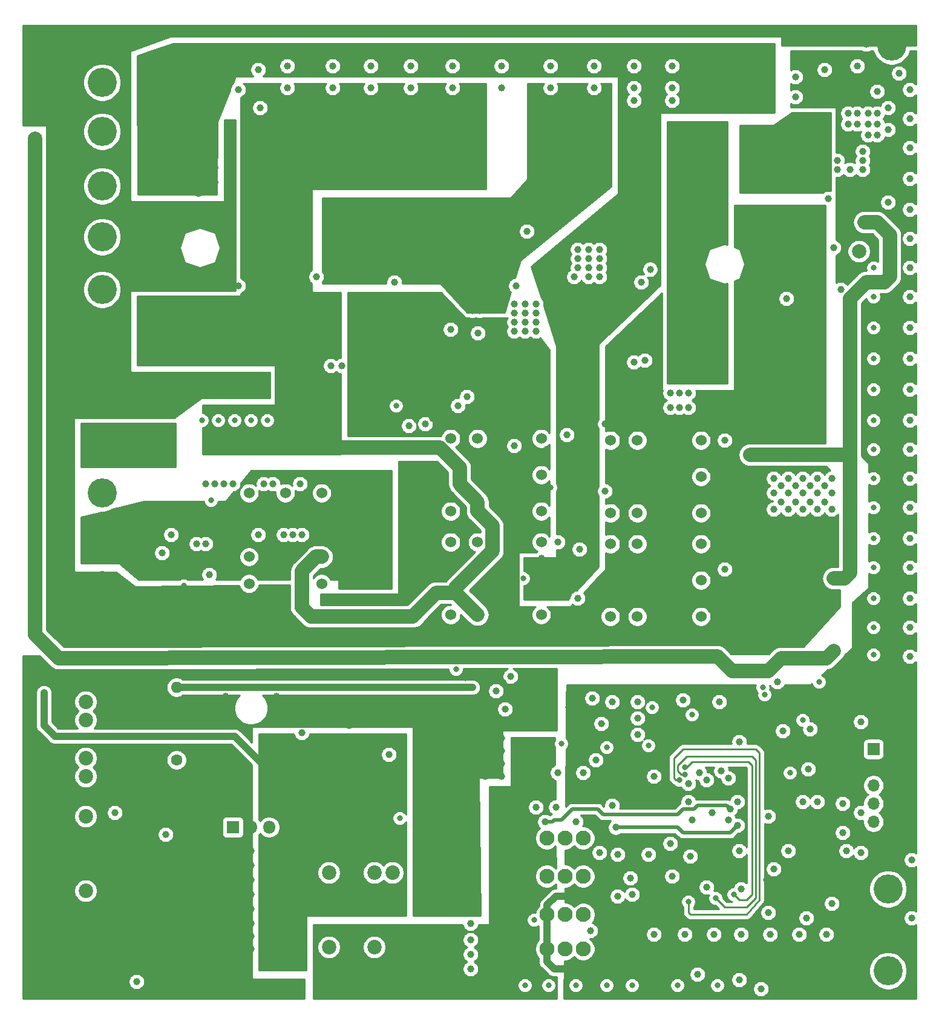
<source format=gbr>
G04 #@! TF.GenerationSoftware,KiCad,Pcbnew,(5.1.5)-3*
G04 #@! TF.CreationDate,2021-08-07T14:36:51-05:00*
G04 #@! TF.ProjectId,BTMS,42544d53-2e6b-4696-9361-645f70636258,rev?*
G04 #@! TF.SameCoordinates,Original*
G04 #@! TF.FileFunction,Copper,L3,Inr*
G04 #@! TF.FilePolarity,Positive*
%FSLAX46Y46*%
G04 Gerber Fmt 4.6, Leading zero omitted, Abs format (unit mm)*
G04 Created by KiCad (PCBNEW (5.1.5)-3) date 2021-08-07 14:36:51*
%MOMM*%
%LPD*%
G04 APERTURE LIST*
%ADD10R,1.800000X1.800000*%
%ADD11O,1.800000X1.800000*%
%ADD12C,4.064000*%
%ADD13O,1.700000X1.700000*%
%ADD14R,1.700000X1.700000*%
%ADD15C,2.020000*%
%ADD16C,2.100000*%
%ADD17C,1.524000*%
%ADD18C,0.600000*%
%ADD19C,1.600000*%
%ADD20O,1.600000X1.600000*%
%ADD21C,1.000000*%
%ADD22C,0.800000*%
%ADD23C,2.000000*%
%ADD24C,1.000000*%
%ADD25C,2.000000*%
%ADD26C,0.250000*%
%ADD27C,0.500000*%
%ADD28C,0.254000*%
G04 APERTURE END LIST*
D10*
X60960000Y-152146000D03*
D11*
X63500000Y-152146000D03*
X66040000Y-152146000D03*
D12*
X42672000Y-48006000D03*
X42672000Y-76962000D03*
X42672000Y-91440000D03*
X42672000Y-98552000D03*
X42672000Y-112014000D03*
X42672000Y-118364000D03*
X42672000Y-69596000D03*
X42672000Y-62484000D03*
X42672000Y-54864000D03*
X153162000Y-42926000D03*
X152654000Y-172212000D03*
D13*
X150622000Y-151384000D03*
X150622000Y-148844000D03*
X150622000Y-146304000D03*
X150622000Y-143764000D03*
D14*
X150622000Y-141224000D03*
D12*
X35306000Y-172212000D03*
X42672000Y-105410000D03*
X42672000Y-84328000D03*
X35560000Y-43180000D03*
D15*
X40386000Y-142494000D03*
X40386000Y-145034000D03*
X40386000Y-153162000D03*
X40386000Y-150622000D03*
X40386000Y-134620000D03*
X40386000Y-137160000D03*
X76962000Y-168910000D03*
X74422000Y-168910000D03*
X40386000Y-161036000D03*
X40386000Y-158496000D03*
D16*
X104902000Y-153670000D03*
X107442000Y-153670000D03*
X109982000Y-153670000D03*
X109982000Y-159004000D03*
X107442000Y-159004000D03*
X104902000Y-159004000D03*
X110029001Y-164359001D03*
X107489001Y-164359001D03*
X104949001Y-164359001D03*
X104902000Y-169164000D03*
X107442000Y-169164000D03*
X109982000Y-169164000D03*
D15*
X74422000Y-158496000D03*
X76962000Y-158496000D03*
X83312000Y-158496000D03*
X80772000Y-158496000D03*
X80772000Y-168910000D03*
X83312000Y-168910000D03*
D17*
X104140000Y-102870000D03*
X104140000Y-107950000D03*
X104140000Y-97790000D03*
X95210000Y-97790000D03*
X91460000Y-97790000D03*
X95210000Y-107950000D03*
X91460000Y-107950000D03*
X91460000Y-122428000D03*
X95210000Y-122428000D03*
X91460000Y-112268000D03*
X95210000Y-112268000D03*
X104140000Y-112268000D03*
X104140000Y-122428000D03*
X104140000Y-117348000D03*
X68326000Y-105410000D03*
X73406000Y-105410000D03*
X63246000Y-105410000D03*
X63246000Y-114340000D03*
X63246000Y-118090000D03*
X73406000Y-114340000D03*
X73406000Y-118090000D03*
X126492000Y-117602000D03*
X126492000Y-122682000D03*
X126492000Y-112522000D03*
X117562000Y-112522000D03*
X113812000Y-112522000D03*
X117562000Y-122682000D03*
X113812000Y-122682000D03*
X113812000Y-108204000D03*
X117562000Y-108204000D03*
X113812000Y-98044000D03*
X117562000Y-98044000D03*
X126492000Y-98044000D03*
X126492000Y-108204000D03*
X126492000Y-103124000D03*
D12*
X152654000Y-160782000D03*
D18*
X94957001Y-86622500D03*
X93857001Y-86622500D03*
X93857001Y-87822500D03*
X94957001Y-87822500D03*
X91357001Y-86622500D03*
X92557001Y-86622500D03*
X92557001Y-87822500D03*
X91357001Y-87822500D03*
D19*
X145034000Y-117348000D03*
D20*
X145034000Y-127508000D03*
X53086000Y-132588000D03*
D19*
X53086000Y-142748000D03*
D21*
X155702000Y-111760000D03*
X155702000Y-107442000D03*
X155702000Y-49022000D03*
X155702000Y-53086000D03*
X155702000Y-99314000D03*
X155702000Y-103378000D03*
X155702000Y-120142000D03*
X155702000Y-61468000D03*
X155702000Y-95250000D03*
X155702000Y-86614000D03*
X155702000Y-77978000D03*
X155702000Y-73914000D03*
X155702000Y-128270000D03*
X155702000Y-124206000D03*
X155702000Y-82296000D03*
X155702000Y-69850000D03*
X155702000Y-90932000D03*
X155702000Y-65786000D03*
X155702000Y-57150000D03*
X155702000Y-115824000D03*
X32258000Y-154178000D03*
X32258000Y-133604000D03*
X32258000Y-145796000D03*
X32258000Y-141732000D03*
X32258000Y-149860000D03*
X32258000Y-137668000D03*
X32258000Y-158496000D03*
X32258000Y-129286000D03*
X67056000Y-133858000D03*
X67056000Y-136906000D03*
X94234000Y-163576000D03*
X94234000Y-154940000D03*
X94234000Y-159258000D03*
X94234000Y-157226000D03*
X94234000Y-161544000D03*
X94234000Y-165608000D03*
X94234000Y-169926000D03*
X94234000Y-167894000D03*
X89916000Y-145034000D03*
X98552000Y-145034000D03*
X94234000Y-145034000D03*
X96266000Y-145034000D03*
X91948000Y-145034000D03*
X89916000Y-143256000D03*
X98552000Y-143256000D03*
X94234000Y-143256000D03*
X96266000Y-143256000D03*
X91948000Y-143256000D03*
X89916000Y-141478000D03*
X98552000Y-141478000D03*
X94234000Y-141478000D03*
X96266000Y-141478000D03*
X91948000Y-141478000D03*
X89916000Y-139700000D03*
X98552000Y-139700000D03*
X94234000Y-139700000D03*
X96266000Y-139700000D03*
X91948000Y-139700000D03*
X96266000Y-137922000D03*
X91948000Y-137922000D03*
X94234000Y-137922000D03*
X98552000Y-137922000D03*
X89916000Y-137922000D03*
X77216000Y-136652000D03*
X77216000Y-137922000D03*
X98806000Y-86360000D03*
X100076000Y-86360000D03*
X101346000Y-86360000D03*
X102616000Y-86360000D03*
X103886000Y-86360000D03*
X103886000Y-87630000D03*
X102616000Y-87630000D03*
X101346000Y-87630000D03*
X100076000Y-87630000D03*
X98806000Y-87630000D03*
X98806000Y-88900000D03*
X100076000Y-88900000D03*
X101346000Y-88900000D03*
X102616000Y-88900000D03*
X103886000Y-88900000D03*
X109220000Y-71374000D03*
X109220000Y-72644000D03*
X109220000Y-73914000D03*
X110744000Y-75184000D03*
X112268000Y-75184000D03*
X110744000Y-73914000D03*
X110744000Y-72644000D03*
X110744000Y-71374000D03*
X112268000Y-71374000D03*
X112268000Y-72644000D03*
X112268000Y-73914000D03*
X60706000Y-54610000D03*
X60706000Y-55880000D03*
X60706000Y-57150000D03*
X60706000Y-58420000D03*
X60706000Y-59690000D03*
X60706000Y-60960000D03*
X60706000Y-62230000D03*
X60706000Y-63500000D03*
X60706000Y-64770000D03*
X60706000Y-66040000D03*
X60706000Y-67310000D03*
X60706000Y-68580000D03*
X60706000Y-69850000D03*
X60706000Y-71120000D03*
X86868000Y-102108000D03*
X48006000Y-89408000D03*
X48768000Y-90424000D03*
X49530000Y-89408000D03*
X50292000Y-90424000D03*
X51054000Y-89408000D03*
X51816000Y-90424000D03*
X52578000Y-89408000D03*
X53340000Y-90424000D03*
X55626000Y-89408000D03*
X56388000Y-90424000D03*
X57150000Y-89408000D03*
X57912000Y-90424000D03*
X58674000Y-89408000D03*
X59436000Y-90424000D03*
X60198000Y-89408000D03*
X60960000Y-90424000D03*
X61722000Y-89408000D03*
X62484000Y-90424000D03*
X63246000Y-89408000D03*
X64008000Y-90424000D03*
X64770000Y-89408000D03*
X65532000Y-90424000D03*
X54102000Y-89408000D03*
X54864000Y-90424000D03*
X61722000Y-49022000D03*
X122428000Y-45720000D03*
X122428000Y-48768000D03*
X117094000Y-48768000D03*
X111506000Y-48768000D03*
X105410000Y-48768000D03*
X98552000Y-48768000D03*
X91694000Y-48768000D03*
X85852000Y-48768000D03*
X80264000Y-48768000D03*
X74930000Y-48768000D03*
X68580000Y-48768000D03*
X68580000Y-45720000D03*
X74930000Y-45720000D03*
X91694000Y-45720000D03*
X98552000Y-45720000D03*
X105410000Y-45720000D03*
X111506000Y-45720000D03*
X117094000Y-45720000D03*
X64516000Y-46228000D03*
X88900000Y-94996000D03*
X113030000Y-95758000D03*
X113284000Y-117602000D03*
X134366000Y-107696000D03*
X52832000Y-121666000D03*
X134874000Y-77978000D03*
X141986000Y-79756000D03*
X142240000Y-66040000D03*
X142240000Y-67310000D03*
X142240000Y-68580000D03*
X142240000Y-69850000D03*
X117094000Y-50546000D03*
X122428000Y-50546000D03*
X143764000Y-46228000D03*
X139700000Y-50038000D03*
X139700000Y-47244000D03*
X95504000Y-93980000D03*
X57658000Y-116840000D03*
X137922000Y-66040000D03*
X137922000Y-67310000D03*
X137922000Y-68580000D03*
X137922000Y-69850000D03*
X138176000Y-73406000D03*
X131826000Y-65786000D03*
X70612000Y-138938000D03*
X114046000Y-149098000D03*
X129032000Y-134620000D03*
X140716000Y-148590000D03*
X127254000Y-160528000D03*
D22*
X119126000Y-140716000D03*
X119634000Y-135382000D03*
X125222000Y-136398000D03*
X113284000Y-140970000D03*
X106934000Y-140462000D03*
D21*
X81026000Y-134112000D03*
X85090000Y-134112000D03*
X78740000Y-136652000D03*
X49022000Y-153416000D03*
X48006000Y-155194000D03*
X63500000Y-155448000D03*
X63500000Y-157480000D03*
X63500000Y-159512000D03*
X63500000Y-161544000D03*
X63500000Y-163576000D03*
X63500000Y-165608000D03*
X94234000Y-171958000D03*
X63500000Y-167386000D03*
X63500000Y-169164000D03*
X144018000Y-167132000D03*
X140208000Y-167132000D03*
X136144000Y-167132000D03*
X132080000Y-167132000D03*
X128270000Y-167132000D03*
X124206000Y-167132000D03*
X119888000Y-167132000D03*
D22*
X105410000Y-104648000D03*
X103632000Y-104648000D03*
D21*
X128778000Y-106680000D03*
X144272000Y-113538000D03*
X144018000Y-119380000D03*
X114554000Y-117348000D03*
X95504000Y-119380000D03*
X44704000Y-134366000D03*
X113030000Y-120904000D03*
X73914000Y-120396000D03*
X68326000Y-120142000D03*
X136652000Y-157988000D03*
D22*
X88900000Y-79756000D03*
X104648000Y-91948000D03*
X101854000Y-97028000D03*
X94742000Y-102870000D03*
D21*
X35052000Y-53340000D03*
X36576000Y-52324000D03*
X32258000Y-53340000D03*
X33782000Y-52324000D03*
X50546000Y-40640000D03*
X54864000Y-40640000D03*
X59182000Y-40640000D03*
X63246000Y-40640000D03*
X67310000Y-40640000D03*
X71374000Y-40640000D03*
X75438000Y-40640000D03*
X79756000Y-40640000D03*
X83820000Y-40640000D03*
X88138000Y-40640000D03*
X92202000Y-40640000D03*
X96266000Y-40640000D03*
X100330000Y-40640000D03*
X104648000Y-40640000D03*
X113284000Y-40640000D03*
X117602000Y-40640000D03*
X121666000Y-40640000D03*
X125730000Y-40640000D03*
X129794000Y-40640000D03*
X134112000Y-40640000D03*
X138430000Y-40640000D03*
X142494000Y-40640000D03*
X146558000Y-40640000D03*
X48260000Y-170688000D03*
D22*
X44704000Y-171704000D03*
X41656000Y-171958000D03*
X51816000Y-158242000D03*
X88392000Y-134112000D03*
D21*
X59944000Y-136906000D03*
X59944000Y-133858000D03*
X48260000Y-131826000D03*
X113538000Y-88138000D03*
X104902000Y-99314000D03*
D22*
X143002000Y-131826000D03*
X101854000Y-174244000D03*
X108966000Y-174244000D03*
X113284000Y-174244000D03*
X116840000Y-174244000D03*
X123190000Y-174244000D03*
X128778000Y-174244000D03*
X105156000Y-174244000D03*
D21*
X45212000Y-40640000D03*
X40386000Y-40640000D03*
X116586000Y-159258000D03*
X61722000Y-76454000D03*
X60452000Y-76454000D03*
X59182000Y-76454000D03*
X57912000Y-76454000D03*
X56642000Y-76454000D03*
X55372000Y-76454000D03*
X51562000Y-75946000D03*
X50292000Y-75184000D03*
X48768000Y-75184000D03*
D22*
X150622000Y-128016000D03*
X150622000Y-124206000D03*
X150622000Y-120142000D03*
X150622000Y-115824000D03*
X150622000Y-111760000D03*
X150622000Y-107442000D03*
X150622000Y-103378000D03*
X150622000Y-99314000D03*
X150622000Y-95250000D03*
X150622000Y-90932000D03*
X150622000Y-86614000D03*
X150622000Y-82296000D03*
X150622000Y-77978000D03*
X150622000Y-73914000D03*
D21*
X96520000Y-120142000D03*
X135890000Y-150622000D03*
X116840000Y-161544000D03*
X106426000Y-144526000D03*
X148844000Y-150114000D03*
X146812000Y-155448000D03*
X137922000Y-138684000D03*
X117602000Y-134620000D03*
X64770000Y-51562000D03*
X122174000Y-154432000D03*
X119126000Y-155956000D03*
X122428000Y-159004000D03*
X44704000Y-120904000D03*
X42672000Y-121666000D03*
X40386000Y-120904000D03*
X86106000Y-87884000D03*
D22*
X86614000Y-95250000D03*
X90170000Y-91694000D03*
X106172000Y-122682000D03*
D21*
X106426000Y-112268000D03*
D22*
X101600000Y-117348000D03*
X124714000Y-103886000D03*
X128778000Y-92964000D03*
D21*
X133858000Y-93726000D03*
X114046000Y-134620000D03*
X120396000Y-97028000D03*
X102108000Y-136906000D03*
X105156000Y-135382000D03*
X100838000Y-108966000D03*
X88138000Y-103124000D03*
X86868000Y-104140000D03*
X88138000Y-105156000D03*
X86868000Y-106172000D03*
X88138000Y-107188000D03*
X86868000Y-108204000D03*
X88138000Y-109220000D03*
X86868000Y-110490000D03*
X88138000Y-111760000D03*
X86868000Y-113030000D03*
X88138000Y-114300000D03*
X86868000Y-115570000D03*
X80264000Y-120396000D03*
X81534000Y-120396000D03*
X82804000Y-120396000D03*
X78994000Y-120396000D03*
X89408000Y-104140000D03*
X89408000Y-106172000D03*
X89408000Y-108204000D03*
X89408000Y-110490000D03*
X89408000Y-113030000D03*
X77724000Y-120396000D03*
X76454000Y-120396000D03*
X75184000Y-120396000D03*
X51562000Y-121666000D03*
X54102000Y-121666000D03*
X55372000Y-121666000D03*
X56642000Y-121666000D03*
X129286000Y-144272000D03*
D22*
X98806000Y-131826000D03*
X138938000Y-144526000D03*
X135128000Y-132588000D03*
X93472000Y-131318000D03*
D21*
X38608000Y-71628000D03*
X37846000Y-72644000D03*
X36830000Y-71628000D03*
X36068000Y-72644000D03*
X36068000Y-67564000D03*
X36830000Y-66548000D03*
X37846000Y-67564000D03*
X38608000Y-66548000D03*
D22*
X100076000Y-91440000D03*
X100076000Y-92456000D03*
X104648000Y-93218000D03*
X114300000Y-103632000D03*
X114300000Y-102616000D03*
X124460000Y-98298000D03*
D21*
X89154000Y-83820000D03*
X45212000Y-147828000D03*
X45212000Y-151892000D03*
X48514000Y-147828000D03*
X155956000Y-156718000D03*
X155956000Y-164846000D03*
D22*
X103124000Y-165100000D03*
D21*
X144272000Y-64262000D03*
X152654000Y-51562000D03*
X152654000Y-54610000D03*
X151130000Y-49276000D03*
X148336000Y-45720000D03*
X149606000Y-42672000D03*
X154178000Y-46736000D03*
X152654000Y-64770000D03*
D22*
X61722000Y-120142000D03*
X62992000Y-120142000D03*
X54102000Y-118364000D03*
X96774000Y-130810000D03*
D21*
X108966000Y-40640000D03*
X85852000Y-45720000D03*
X80264000Y-45720000D03*
X60960000Y-104140000D03*
X59690000Y-104140000D03*
X58420000Y-104140000D03*
X65278000Y-104140000D03*
X66548000Y-104140000D03*
X68072000Y-111252000D03*
X69342000Y-111252000D03*
X70612000Y-111252000D03*
X70358000Y-104140000D03*
X51054000Y-113792000D03*
X52324000Y-111252000D03*
X55880000Y-112522000D03*
X57150000Y-104140000D03*
D22*
X47244000Y-121412000D03*
X49276000Y-121412000D03*
D21*
X82804000Y-141986000D03*
X57150000Y-112522000D03*
X64516000Y-111252000D03*
X133858000Y-94996000D03*
X133858000Y-96266000D03*
X123444000Y-95758000D03*
X74676000Y-87630000D03*
X76200000Y-87630000D03*
X77724000Y-87630000D03*
X85090000Y-82550000D03*
X85090000Y-78994000D03*
D22*
X84328000Y-150876000D03*
D21*
X144780000Y-103378000D03*
X143764000Y-104394000D03*
X142748000Y-103378000D03*
X141732000Y-104394000D03*
X140716000Y-103378000D03*
X139700000Y-104394000D03*
X138684000Y-103378000D03*
X137668000Y-104394000D03*
X136652000Y-103378000D03*
X144780000Y-105410000D03*
X142748000Y-105410000D03*
X140716000Y-105410000D03*
X138684000Y-105410000D03*
X136652000Y-105410000D03*
X137668000Y-106680000D03*
X139700000Y-106680000D03*
X141732000Y-106680000D03*
X143764000Y-106680000D03*
X144780000Y-107696000D03*
X142748000Y-107696000D03*
X140716000Y-107696000D03*
X138684000Y-107696000D03*
X136652000Y-107696000D03*
X76708000Y-144780000D03*
X72898000Y-144780000D03*
X72898000Y-148844000D03*
X76708000Y-148844000D03*
X146050000Y-76962000D03*
X138430000Y-78232000D03*
X69850000Y-158242000D03*
X69850000Y-160274000D03*
X69850000Y-162306000D03*
X69850000Y-164084000D03*
X69850000Y-165862000D03*
X69850000Y-167640000D03*
X69850000Y-169418000D03*
X100330000Y-98806000D03*
X34544000Y-133350000D03*
X124714000Y-93472000D03*
X122174000Y-91440000D03*
X123444000Y-91440000D03*
X124714000Y-91440000D03*
X123444000Y-93472000D03*
X122174000Y-93472000D03*
X123952000Y-134366000D03*
X126238000Y-144526000D03*
X125984000Y-172720000D03*
X128016000Y-150114000D03*
X99060000Y-135636000D03*
X117602000Y-136906000D03*
X118618000Y-86868000D03*
X119368000Y-74156000D03*
X106172000Y-149352000D03*
X125222000Y-151130000D03*
X112522000Y-137668000D03*
D23*
X148590000Y-71628000D03*
D21*
X148844000Y-137414000D03*
X131826000Y-140208000D03*
X144780000Y-162814000D03*
X141478000Y-144018000D03*
X130302000Y-145288000D03*
X141732000Y-138430000D03*
X135890000Y-164084000D03*
D22*
X63500000Y-95250000D03*
X58928000Y-95250000D03*
X61214000Y-95250000D03*
X51308000Y-96266000D03*
X51308000Y-97282000D03*
X51308000Y-98298000D03*
X51308000Y-99314000D03*
X51308000Y-100330000D03*
X50292000Y-99822000D03*
X50292000Y-98806000D03*
X50292000Y-97790000D03*
X50292000Y-96774000D03*
X49276000Y-96266000D03*
X49276000Y-97282000D03*
X49276000Y-98298000D03*
X49276000Y-99314000D03*
X49276000Y-100330000D03*
X65786000Y-95250000D03*
X56642000Y-95250000D03*
D21*
X44450000Y-150114000D03*
X51562000Y-153162000D03*
D23*
X33274000Y-55880000D03*
D21*
X115062000Y-166878000D03*
X115062000Y-164084000D03*
X145034000Y-49276000D03*
X114046000Y-147066000D03*
X127000000Y-134620000D03*
X140716000Y-146558000D03*
X129286000Y-160528000D03*
X109474000Y-136144000D03*
X107950000Y-135382000D03*
X111506000Y-140716000D03*
X120904000Y-164592000D03*
X47498000Y-173736000D03*
X135636000Y-159512000D03*
X127254000Y-145542000D03*
X146304000Y-148844000D03*
X146304000Y-152908000D03*
D22*
X124206000Y-143764000D03*
X131064000Y-161544000D03*
X124206000Y-144780000D03*
X128524000Y-162052000D03*
X123444000Y-145542000D03*
X124714000Y-162560000D03*
D21*
X114542000Y-152158000D03*
X131572000Y-151892000D03*
X130556000Y-149606000D03*
X104648000Y-151384000D03*
X117602000Y-139192000D03*
X119888000Y-145034000D03*
X111760000Y-142748000D03*
X148844000Y-155702000D03*
X100330000Y-78994000D03*
X100330000Y-80264000D03*
X100330000Y-81534000D03*
X100330000Y-82804000D03*
X101854000Y-82804000D03*
X103378000Y-82804000D03*
X101854000Y-81534000D03*
X101854000Y-80264000D03*
X101854000Y-78994000D03*
X103378000Y-78994000D03*
X103378000Y-80264000D03*
X103378000Y-81534000D03*
D23*
X103886000Y-61976000D03*
X106680000Y-61976000D03*
X109728000Y-61976000D03*
X112522000Y-61976000D03*
X112522000Y-59690000D03*
X109728000Y-59690000D03*
X106680000Y-59690000D03*
X103886000Y-59690000D03*
X103886000Y-57404000D03*
X106680000Y-57404000D03*
X109728000Y-57404000D03*
X112522000Y-57404000D03*
X112522000Y-54864000D03*
X109728000Y-54864000D03*
X106680000Y-54864000D03*
X103886000Y-54864000D03*
D21*
X91186000Y-70612000D03*
X92202000Y-71628000D03*
X93218000Y-70612000D03*
X94234000Y-71628000D03*
X95250000Y-70612000D03*
X96266000Y-71628000D03*
X95250000Y-72898000D03*
X93218000Y-72898000D03*
X91186000Y-72898000D03*
X94234000Y-74168000D03*
X96520000Y-74168000D03*
X97282000Y-72898000D03*
X97282000Y-70612000D03*
X93218000Y-75438000D03*
X95250000Y-75438000D03*
X97282000Y-75438000D03*
X80518000Y-70612000D03*
X79502000Y-71628000D03*
X78486000Y-70612000D03*
X77470000Y-71628000D03*
X76454000Y-70612000D03*
X75438000Y-71628000D03*
X74422000Y-70612000D03*
X74422000Y-72898000D03*
X76454000Y-72898000D03*
X78486000Y-72898000D03*
X80518000Y-72898000D03*
X79502000Y-74168000D03*
X77470000Y-74168000D03*
X75438000Y-74168000D03*
X74422000Y-75438000D03*
X76454000Y-75438000D03*
X78486000Y-75438000D03*
X80518000Y-75438000D03*
D22*
X95504000Y-78994000D03*
X95504000Y-80010000D03*
X94488000Y-80010000D03*
D23*
X75692000Y-61976000D03*
X75692000Y-59690000D03*
X75692000Y-57404000D03*
X69850000Y-57404000D03*
X69850000Y-59690000D03*
X72390000Y-61976000D03*
X72390000Y-59690000D03*
X72390000Y-57404000D03*
X72390000Y-54864000D03*
X75692000Y-54864000D03*
X78486000Y-57404000D03*
X78486000Y-59690000D03*
X78486000Y-61976000D03*
X69850000Y-61976000D03*
X69850000Y-54864000D03*
X78486000Y-54864000D03*
X92202000Y-59690000D03*
X89154000Y-59690000D03*
X86360000Y-59690000D03*
X86360000Y-57404000D03*
X89154000Y-57404000D03*
X92202000Y-57404000D03*
X94996000Y-57404000D03*
X94996000Y-59690000D03*
X94996000Y-61976000D03*
X92202000Y-61976000D03*
X89154000Y-61976000D03*
X86360000Y-61976000D03*
X89154000Y-54864000D03*
X92202000Y-54864000D03*
X94996000Y-54864000D03*
X86360000Y-54864000D03*
D21*
X64516000Y-82042000D03*
X63754000Y-83058000D03*
X62992000Y-82042000D03*
X62230000Y-83058000D03*
X61468000Y-82042000D03*
X60706000Y-83058000D03*
X59944000Y-82042000D03*
X59182000Y-83058000D03*
X58420000Y-82042000D03*
X57658000Y-83058000D03*
X56896000Y-82042000D03*
X56134000Y-83058000D03*
X55372000Y-82042000D03*
X54610000Y-83058000D03*
X53848000Y-82042000D03*
X53086000Y-83058000D03*
X52324000Y-82042000D03*
X51562000Y-83058000D03*
X50800000Y-82042000D03*
X50038000Y-83058000D03*
X49276000Y-82042000D03*
X48514000Y-83058000D03*
X67056000Y-97536000D03*
X67056000Y-99060000D03*
X65532000Y-99060000D03*
X65532000Y-97536000D03*
X64008000Y-97536000D03*
X64008000Y-99060000D03*
X62484000Y-99060000D03*
X62484000Y-97536000D03*
X60960000Y-97536000D03*
X60960000Y-99060000D03*
X59436000Y-97536000D03*
X59436000Y-99060000D03*
X68326000Y-71120000D03*
X68326000Y-69850000D03*
X68326000Y-68580000D03*
X68326000Y-67310000D03*
X68326000Y-66040000D03*
X68326000Y-64770000D03*
X68326000Y-63500000D03*
X66802000Y-55880000D03*
X94488000Y-132588000D03*
X66802000Y-59690000D03*
X79248000Y-118110000D03*
X77978000Y-117094000D03*
X76708000Y-118110000D03*
X76708000Y-115824000D03*
X79248000Y-115824000D03*
X77978000Y-114554000D03*
X79248000Y-113284000D03*
X76708000Y-113284000D03*
X77978000Y-112014000D03*
X76708000Y-110744000D03*
X79248000Y-110744000D03*
X77978000Y-109474000D03*
X76708000Y-108204000D03*
X79248000Y-108204000D03*
X77978000Y-106934000D03*
X76708000Y-105664000D03*
X79248000Y-105664000D03*
X77978000Y-104394000D03*
X76708000Y-103124000D03*
X79248000Y-103124000D03*
D23*
X126238000Y-61976000D03*
X129032000Y-61976000D03*
X129032000Y-59690000D03*
X126238000Y-59690000D03*
X123190000Y-59690000D03*
X126238000Y-57404000D03*
X129032000Y-57404000D03*
X129032000Y-54864000D03*
X126238000Y-54864000D03*
X123190000Y-54864000D03*
D21*
X129794000Y-81788000D03*
X128778000Y-81788000D03*
X127762000Y-81788000D03*
X126746000Y-81788000D03*
X126746000Y-83312000D03*
X127762000Y-83312000D03*
X128778000Y-83312000D03*
X129794000Y-83312000D03*
X129794000Y-84836000D03*
X128778000Y-84836000D03*
X127762000Y-84836000D03*
X126746000Y-84836000D03*
X126746000Y-86360000D03*
X127762000Y-86360000D03*
X128778000Y-86360000D03*
X129794000Y-86360000D03*
X129794000Y-87884000D03*
X128778000Y-87884000D03*
X127762000Y-87884000D03*
X126746000Y-87884000D03*
X126746000Y-89408000D03*
X127762000Y-89408000D03*
X128778000Y-89408000D03*
X129794000Y-89408000D03*
X141224000Y-164846000D03*
X137160000Y-131826000D03*
D22*
X140716000Y-137160000D03*
D21*
X101600000Y-141224000D03*
X99822000Y-149098000D03*
X99822000Y-151384000D03*
X99822000Y-153670000D03*
X99822000Y-155956000D03*
X99822000Y-158242000D03*
X99822000Y-160528000D03*
X99822000Y-162814000D03*
X99822000Y-165100000D03*
X99822000Y-167386000D03*
X99822000Y-169672000D03*
X110998000Y-166624000D03*
X131572000Y-148590000D03*
X109982000Y-144526000D03*
X103378000Y-149352000D03*
X130302000Y-151130000D03*
X133350000Y-51308000D03*
X133350000Y-50292000D03*
X133350000Y-49276000D03*
X133350000Y-48260000D03*
X134620000Y-48260000D03*
X134620000Y-49276000D03*
X134620000Y-50292000D03*
X134620000Y-51308000D03*
X135890000Y-51308000D03*
X135890000Y-50292000D03*
X135890000Y-49276000D03*
X135890000Y-48260000D03*
D23*
X56134000Y-50800000D03*
X56134000Y-52832000D03*
X56134000Y-58928000D03*
X56134000Y-60960000D03*
X54356000Y-61976000D03*
X54356000Y-59944000D03*
X54356000Y-57912000D03*
X54356000Y-53848000D03*
X54356000Y-51816000D03*
X54356000Y-49784000D03*
X54356000Y-47752000D03*
X54356000Y-55880000D03*
X56134000Y-56896000D03*
X56134000Y-54864000D03*
X56134000Y-48768000D03*
X57912000Y-47752000D03*
X57912000Y-49784000D03*
X57912000Y-51816000D03*
X57912000Y-53848000D03*
X57912000Y-55880000D03*
X57912000Y-57912000D03*
X57912000Y-59944000D03*
X57912000Y-61976000D03*
X56134000Y-62992000D03*
X56134000Y-46736000D03*
D21*
X132080000Y-51308000D03*
X132080000Y-50292000D03*
X132080000Y-49276000D03*
X132080000Y-48260000D03*
X103378000Y-115570000D03*
X104902000Y-115570000D03*
X104140000Y-114554000D03*
X107188000Y-87884000D03*
X108458000Y-87884000D03*
X109728000Y-87884000D03*
X110998000Y-87884000D03*
X110998000Y-86106000D03*
X109728000Y-86106000D03*
X108458000Y-86106000D03*
X107188000Y-86106000D03*
X113030000Y-105156000D03*
X124714000Y-148590000D03*
X109220000Y-120142000D03*
X112268000Y-155702000D03*
X131826000Y-155448000D03*
X138684000Y-155448000D03*
X114808000Y-161798000D03*
X114808000Y-155956000D03*
X111252000Y-134112000D03*
X124714000Y-146050000D03*
X142748000Y-148590000D03*
X124968000Y-156210000D03*
X102108000Y-68834000D03*
X100584000Y-76454000D03*
X145034000Y-71120000D03*
D22*
X135382000Y-133604000D03*
D21*
X91440000Y-82550000D03*
X72644000Y-75184000D03*
X83566000Y-75946000D03*
X95250000Y-83058000D03*
X108712000Y-75184000D03*
X117094000Y-87122000D03*
X118110000Y-75946000D03*
X131826000Y-173482000D03*
X132080000Y-160782000D03*
X108966000Y-151384000D03*
X134874000Y-174752000D03*
X151130000Y-55372000D03*
X151130000Y-53848000D03*
X151130000Y-52324000D03*
X147066000Y-53848000D03*
X147066000Y-52324000D03*
X149860000Y-55372000D03*
X149860000Y-53848000D03*
X148336000Y-53848000D03*
X149860000Y-52324000D03*
X148336000Y-52324000D03*
D23*
X133350000Y-100076000D03*
D21*
X149352000Y-67564000D03*
D23*
X133096000Y-62230000D03*
X141732000Y-59944000D03*
X138938000Y-59944000D03*
X135890000Y-59944000D03*
X133096000Y-59944000D03*
X133096000Y-57658000D03*
X138938000Y-57658000D03*
X141732000Y-55118000D03*
X138938000Y-55118000D03*
D21*
X149098000Y-57658000D03*
X149098000Y-58928000D03*
X149098000Y-60198000D03*
X147320000Y-60198000D03*
X145542000Y-60198000D03*
X145542000Y-58928000D03*
D22*
X92202000Y-130048000D03*
X83820000Y-93218000D03*
D21*
X97790000Y-133096000D03*
X85598000Y-96012000D03*
X93726000Y-91948000D03*
X99822000Y-131064000D03*
X87884000Y-95758000D03*
X92456000Y-93218000D03*
X107696000Y-97282000D03*
X109474000Y-113284000D03*
D22*
X57912000Y-106426000D03*
D21*
X129794000Y-116078000D03*
X129794000Y-98044000D03*
D24*
X66040000Y-144272000D02*
X61214000Y-139446000D01*
X61214000Y-139446000D02*
X36068000Y-139446000D01*
X36068000Y-139446000D02*
X34544000Y-137922000D01*
X34544000Y-137922000D02*
X34544000Y-133350000D01*
D25*
X128778000Y-128270000D02*
X127762000Y-128270000D01*
X145034000Y-127508000D02*
X144018000Y-128524000D01*
X36576000Y-128524000D02*
X33274000Y-125222000D01*
X130810000Y-130302000D02*
X128778000Y-128270000D01*
X127762000Y-128270000D02*
X36576000Y-128524000D01*
X144018000Y-128524000D02*
X137668000Y-128524000D01*
X137668000Y-128524000D02*
X135890000Y-130302000D01*
X135890000Y-130302000D02*
X130810000Y-130302000D01*
X33274000Y-125222000D02*
X33274000Y-55880000D01*
D24*
X104949001Y-164359001D02*
X104949001Y-163020999D01*
X104949001Y-163020999D02*
X106172000Y-161798000D01*
X106172000Y-161798000D02*
X108458000Y-161798000D01*
X104902000Y-169164000D02*
X104902000Y-167894000D01*
X104902000Y-164406002D02*
X104949001Y-164359001D01*
X104902000Y-169164000D02*
X104902000Y-170942000D01*
X104902000Y-170942000D02*
X105918000Y-171958000D01*
X105918000Y-171958000D02*
X108458000Y-171958000D01*
X104902000Y-169164000D02*
X104902000Y-166624000D01*
X104902000Y-166624000D02*
X104902000Y-166116000D01*
X104902000Y-166116000D02*
X104902000Y-164406002D01*
D26*
X131826000Y-162306000D02*
X131064000Y-161544000D01*
X132842000Y-162306000D02*
X131826000Y-162306000D01*
X133604000Y-161544000D02*
X132842000Y-162306000D01*
X124460000Y-143764000D02*
X125222000Y-143002000D01*
X124206000Y-143764000D02*
X124460000Y-143764000D01*
X125222000Y-143002000D02*
X133096000Y-143002000D01*
X133096000Y-143002000D02*
X133604000Y-143510000D01*
X133604000Y-143510000D02*
X133604000Y-161544000D01*
X132842000Y-163322000D02*
X129794000Y-163322000D01*
X134112000Y-162052000D02*
X132842000Y-163322000D01*
X134112000Y-142748000D02*
X134112000Y-162052000D01*
X133604000Y-142240000D02*
X134112000Y-142748000D01*
X129794000Y-163322000D02*
X128524000Y-162052000D01*
X124206000Y-144780000D02*
X123698000Y-144780000D01*
X123190000Y-143510000D02*
X124460000Y-142240000D01*
X123698000Y-144780000D02*
X123190000Y-144272000D01*
X123190000Y-144272000D02*
X123190000Y-143510000D01*
X124460000Y-142240000D02*
X133604000Y-142240000D01*
X124968000Y-164338000D02*
X124714000Y-164084000D01*
X132842000Y-164338000D02*
X124968000Y-164338000D01*
X134620000Y-162306000D02*
X132842000Y-164338000D01*
X122936000Y-145542000D02*
X122682000Y-145288000D01*
X124714000Y-164084000D02*
X124714000Y-162560000D01*
X123444000Y-145542000D02*
X122936000Y-145542000D01*
X122682000Y-145288000D02*
X122682000Y-142494000D01*
X122682000Y-142494000D02*
X123952000Y-141224000D01*
X134112000Y-141224000D02*
X134620000Y-141732000D01*
X134620000Y-141732000D02*
X134620000Y-162306000D01*
X123952000Y-141224000D02*
X134112000Y-141224000D01*
D27*
X114542000Y-152158000D02*
X123202000Y-152158000D01*
X123202000Y-152158000D02*
X123952000Y-152908000D01*
X123952000Y-152908000D02*
X130556000Y-152908000D01*
X130556000Y-152908000D02*
X131572000Y-151892000D01*
X130048000Y-149098000D02*
X130556000Y-149606000D01*
X112776000Y-150368000D02*
X123190000Y-150368000D01*
X105918000Y-151130000D02*
X106934000Y-151130000D01*
X104648000Y-151384000D02*
X105664000Y-151384000D01*
X125476000Y-149606000D02*
X125984000Y-149098000D01*
X108458000Y-149606000D02*
X112014000Y-149606000D01*
X123190000Y-150368000D02*
X123952000Y-149606000D01*
X105664000Y-151384000D02*
X105918000Y-151130000D01*
X112014000Y-149606000D02*
X112776000Y-150368000D01*
X106934000Y-151130000D02*
X108458000Y-149606000D01*
X123952000Y-149606000D02*
X125476000Y-149606000D01*
X125984000Y-149098000D02*
X130048000Y-149098000D01*
D24*
X94488000Y-132588000D02*
X54356000Y-132588000D01*
D25*
X89408000Y-119380000D02*
X92162000Y-119380000D01*
X86106000Y-122682000D02*
X89408000Y-119380000D01*
X92162000Y-119380000D02*
X95210000Y-122428000D01*
X70612000Y-121412000D02*
X71882000Y-122682000D01*
X70612000Y-116332000D02*
X70612000Y-121412000D01*
X71882000Y-122682000D02*
X86106000Y-122682000D01*
X92162000Y-119380000D02*
X92162000Y-118658000D01*
X92162000Y-118658000D02*
X97282000Y-113538000D01*
X97282000Y-110022000D02*
X95210000Y-107950000D01*
X97282000Y-113538000D02*
X97282000Y-110022000D01*
X95210000Y-107950000D02*
X95210000Y-106640000D01*
X95210000Y-106640000D02*
X92710000Y-104140000D01*
X92710000Y-104140000D02*
X92710000Y-101854000D01*
X92710000Y-101854000D02*
X89916000Y-99060000D01*
X89916000Y-99060000D02*
X67056000Y-99060000D01*
D24*
X54356000Y-132588000D02*
X53086000Y-132588000D01*
D25*
X72604000Y-114340000D02*
X70612000Y-116332000D01*
X73406000Y-114340000D02*
X72604000Y-114340000D01*
X145034000Y-100076000D02*
X133350000Y-100076000D01*
X147320000Y-116586000D02*
X147320000Y-102362000D01*
X145034000Y-117348000D02*
X146558000Y-117348000D01*
X146558000Y-117348000D02*
X147320000Y-116586000D01*
X151130000Y-67564000D02*
X149352000Y-67564000D01*
X152908000Y-69342000D02*
X151130000Y-67564000D01*
X152908000Y-75184000D02*
X152908000Y-69342000D01*
X152146000Y-75946000D02*
X152908000Y-75184000D01*
X149606000Y-75946000D02*
X152146000Y-75946000D01*
X147320000Y-78232000D02*
X149606000Y-75946000D01*
X145034000Y-100076000D02*
X147320000Y-100076000D01*
X147320000Y-102362000D02*
X147320000Y-100076000D01*
X147320000Y-100076000D02*
X147320000Y-78232000D01*
D28*
G36*
X104404176Y-48230376D02*
G01*
X104318617Y-48436933D01*
X104275000Y-48656212D01*
X104275000Y-48879788D01*
X104318617Y-49099067D01*
X104404176Y-49305624D01*
X104528388Y-49491520D01*
X104686480Y-49649612D01*
X104872376Y-49773824D01*
X105078933Y-49859383D01*
X105298212Y-49903000D01*
X105521788Y-49903000D01*
X105741067Y-49859383D01*
X105947624Y-49773824D01*
X106133520Y-49649612D01*
X106291612Y-49491520D01*
X106415824Y-49305624D01*
X106501383Y-49099067D01*
X106545000Y-48879788D01*
X106545000Y-48656212D01*
X106501383Y-48436933D01*
X106415824Y-48230376D01*
X106350759Y-48133000D01*
X110565241Y-48133000D01*
X110500176Y-48230376D01*
X110414617Y-48436933D01*
X110371000Y-48656212D01*
X110371000Y-48879788D01*
X110414617Y-49099067D01*
X110500176Y-49305624D01*
X110624388Y-49491520D01*
X110782480Y-49649612D01*
X110968376Y-49773824D01*
X111174933Y-49859383D01*
X111394212Y-49903000D01*
X111617788Y-49903000D01*
X111837067Y-49859383D01*
X112043624Y-49773824D01*
X112229520Y-49649612D01*
X112387612Y-49491520D01*
X112511824Y-49305624D01*
X112597383Y-49099067D01*
X112641000Y-48879788D01*
X112641000Y-48656212D01*
X112597383Y-48436933D01*
X112511824Y-48230376D01*
X112446759Y-48133000D01*
X113919000Y-48133000D01*
X113919000Y-62550434D01*
X101266063Y-72799313D01*
X101248346Y-72816804D01*
X101234382Y-72837415D01*
X101224707Y-72860357D01*
X100460987Y-75321233D01*
X100252933Y-75362617D01*
X100046376Y-75448176D01*
X99860480Y-75572388D01*
X99702388Y-75730480D01*
X99578176Y-75916376D01*
X99492617Y-76122933D01*
X99449000Y-76342212D01*
X99449000Y-76565788D01*
X99492617Y-76785067D01*
X99578176Y-76991624D01*
X99702388Y-77177520D01*
X99841672Y-77316804D01*
X98966438Y-80137000D01*
X93781021Y-80137000D01*
X90008651Y-76113139D01*
X89989925Y-76096733D01*
X89968358Y-76084295D01*
X89944780Y-76076304D01*
X89916000Y-76073000D01*
X84697974Y-76073000D01*
X84701000Y-76057788D01*
X84701000Y-75834212D01*
X84657383Y-75614933D01*
X84571824Y-75408376D01*
X84447612Y-75222480D01*
X84289520Y-75064388D01*
X84103624Y-74940176D01*
X83897067Y-74854617D01*
X83677788Y-74811000D01*
X83454212Y-74811000D01*
X83234933Y-74854617D01*
X83028376Y-74940176D01*
X82842480Y-75064388D01*
X82684388Y-75222480D01*
X82560176Y-75408376D01*
X82474617Y-75614933D01*
X82431000Y-75834212D01*
X82431000Y-76057788D01*
X82434026Y-76073000D01*
X73533000Y-76073000D01*
X73533000Y-75896463D01*
X73649824Y-75721624D01*
X73735383Y-75515067D01*
X73779000Y-75295788D01*
X73779000Y-75072212D01*
X73735383Y-74852933D01*
X73649824Y-74646376D01*
X73533000Y-74471537D01*
X73533000Y-68722212D01*
X100973000Y-68722212D01*
X100973000Y-68945788D01*
X101016617Y-69165067D01*
X101102176Y-69371624D01*
X101226388Y-69557520D01*
X101384480Y-69715612D01*
X101570376Y-69839824D01*
X101776933Y-69925383D01*
X101996212Y-69969000D01*
X102219788Y-69969000D01*
X102439067Y-69925383D01*
X102645624Y-69839824D01*
X102831520Y-69715612D01*
X102989612Y-69557520D01*
X103113824Y-69371624D01*
X103199383Y-69165067D01*
X103243000Y-68945788D01*
X103243000Y-68722212D01*
X103199383Y-68502933D01*
X103113824Y-68296376D01*
X102989612Y-68110480D01*
X102831520Y-67952388D01*
X102645624Y-67828176D01*
X102439067Y-67742617D01*
X102219788Y-67699000D01*
X101996212Y-67699000D01*
X101776933Y-67742617D01*
X101570376Y-67828176D01*
X101384480Y-67952388D01*
X101226388Y-68110480D01*
X101102176Y-68296376D01*
X101016617Y-68502933D01*
X100973000Y-68722212D01*
X73533000Y-68722212D01*
X73533000Y-64135000D01*
X99822000Y-64135000D01*
X99846776Y-64132560D01*
X99870601Y-64125333D01*
X99892557Y-64113597D01*
X99916398Y-64092959D01*
X102202398Y-61552959D01*
X102217159Y-61532910D01*
X102227725Y-61510367D01*
X102233690Y-61486196D01*
X102235000Y-61468000D01*
X102235000Y-48133000D01*
X104469241Y-48133000D01*
X104404176Y-48230376D01*
G37*
X104404176Y-48230376D02*
X104318617Y-48436933D01*
X104275000Y-48656212D01*
X104275000Y-48879788D01*
X104318617Y-49099067D01*
X104404176Y-49305624D01*
X104528388Y-49491520D01*
X104686480Y-49649612D01*
X104872376Y-49773824D01*
X105078933Y-49859383D01*
X105298212Y-49903000D01*
X105521788Y-49903000D01*
X105741067Y-49859383D01*
X105947624Y-49773824D01*
X106133520Y-49649612D01*
X106291612Y-49491520D01*
X106415824Y-49305624D01*
X106501383Y-49099067D01*
X106545000Y-48879788D01*
X106545000Y-48656212D01*
X106501383Y-48436933D01*
X106415824Y-48230376D01*
X106350759Y-48133000D01*
X110565241Y-48133000D01*
X110500176Y-48230376D01*
X110414617Y-48436933D01*
X110371000Y-48656212D01*
X110371000Y-48879788D01*
X110414617Y-49099067D01*
X110500176Y-49305624D01*
X110624388Y-49491520D01*
X110782480Y-49649612D01*
X110968376Y-49773824D01*
X111174933Y-49859383D01*
X111394212Y-49903000D01*
X111617788Y-49903000D01*
X111837067Y-49859383D01*
X112043624Y-49773824D01*
X112229520Y-49649612D01*
X112387612Y-49491520D01*
X112511824Y-49305624D01*
X112597383Y-49099067D01*
X112641000Y-48879788D01*
X112641000Y-48656212D01*
X112597383Y-48436933D01*
X112511824Y-48230376D01*
X112446759Y-48133000D01*
X113919000Y-48133000D01*
X113919000Y-62550434D01*
X101266063Y-72799313D01*
X101248346Y-72816804D01*
X101234382Y-72837415D01*
X101224707Y-72860357D01*
X100460987Y-75321233D01*
X100252933Y-75362617D01*
X100046376Y-75448176D01*
X99860480Y-75572388D01*
X99702388Y-75730480D01*
X99578176Y-75916376D01*
X99492617Y-76122933D01*
X99449000Y-76342212D01*
X99449000Y-76565788D01*
X99492617Y-76785067D01*
X99578176Y-76991624D01*
X99702388Y-77177520D01*
X99841672Y-77316804D01*
X98966438Y-80137000D01*
X93781021Y-80137000D01*
X90008651Y-76113139D01*
X89989925Y-76096733D01*
X89968358Y-76084295D01*
X89944780Y-76076304D01*
X89916000Y-76073000D01*
X84697974Y-76073000D01*
X84701000Y-76057788D01*
X84701000Y-75834212D01*
X84657383Y-75614933D01*
X84571824Y-75408376D01*
X84447612Y-75222480D01*
X84289520Y-75064388D01*
X84103624Y-74940176D01*
X83897067Y-74854617D01*
X83677788Y-74811000D01*
X83454212Y-74811000D01*
X83234933Y-74854617D01*
X83028376Y-74940176D01*
X82842480Y-75064388D01*
X82684388Y-75222480D01*
X82560176Y-75408376D01*
X82474617Y-75614933D01*
X82431000Y-75834212D01*
X82431000Y-76057788D01*
X82434026Y-76073000D01*
X73533000Y-76073000D01*
X73533000Y-75896463D01*
X73649824Y-75721624D01*
X73735383Y-75515067D01*
X73779000Y-75295788D01*
X73779000Y-75072212D01*
X73735383Y-74852933D01*
X73649824Y-74646376D01*
X73533000Y-74471537D01*
X73533000Y-68722212D01*
X100973000Y-68722212D01*
X100973000Y-68945788D01*
X101016617Y-69165067D01*
X101102176Y-69371624D01*
X101226388Y-69557520D01*
X101384480Y-69715612D01*
X101570376Y-69839824D01*
X101776933Y-69925383D01*
X101996212Y-69969000D01*
X102219788Y-69969000D01*
X102439067Y-69925383D01*
X102645624Y-69839824D01*
X102831520Y-69715612D01*
X102989612Y-69557520D01*
X103113824Y-69371624D01*
X103199383Y-69165067D01*
X103243000Y-68945788D01*
X103243000Y-68722212D01*
X103199383Y-68502933D01*
X103113824Y-68296376D01*
X102989612Y-68110480D01*
X102831520Y-67952388D01*
X102645624Y-67828176D01*
X102439067Y-67742617D01*
X102219788Y-67699000D01*
X101996212Y-67699000D01*
X101776933Y-67742617D01*
X101570376Y-67828176D01*
X101384480Y-67952388D01*
X101226388Y-68110480D01*
X101102176Y-68296376D01*
X101016617Y-68502933D01*
X100973000Y-68722212D01*
X73533000Y-68722212D01*
X73533000Y-64135000D01*
X99822000Y-64135000D01*
X99846776Y-64132560D01*
X99870601Y-64125333D01*
X99892557Y-64113597D01*
X99916398Y-64092959D01*
X102202398Y-61552959D01*
X102217159Y-61532910D01*
X102227725Y-61510367D01*
X102233690Y-61486196D01*
X102235000Y-61468000D01*
X102235000Y-48133000D01*
X104469241Y-48133000D01*
X104404176Y-48230376D01*
G36*
X67574176Y-48230376D02*
G01*
X67488617Y-48436933D01*
X67445000Y-48656212D01*
X67445000Y-48879788D01*
X67488617Y-49099067D01*
X67574176Y-49305624D01*
X67698388Y-49491520D01*
X67856480Y-49649612D01*
X68042376Y-49773824D01*
X68248933Y-49859383D01*
X68468212Y-49903000D01*
X68691788Y-49903000D01*
X68911067Y-49859383D01*
X69117624Y-49773824D01*
X69303520Y-49649612D01*
X69461612Y-49491520D01*
X69585824Y-49305624D01*
X69671383Y-49099067D01*
X69715000Y-48879788D01*
X69715000Y-48656212D01*
X69671383Y-48436933D01*
X69585824Y-48230376D01*
X69520759Y-48133000D01*
X73989241Y-48133000D01*
X73924176Y-48230376D01*
X73838617Y-48436933D01*
X73795000Y-48656212D01*
X73795000Y-48879788D01*
X73838617Y-49099067D01*
X73924176Y-49305624D01*
X74048388Y-49491520D01*
X74206480Y-49649612D01*
X74392376Y-49773824D01*
X74598933Y-49859383D01*
X74818212Y-49903000D01*
X75041788Y-49903000D01*
X75261067Y-49859383D01*
X75467624Y-49773824D01*
X75653520Y-49649612D01*
X75811612Y-49491520D01*
X75935824Y-49305624D01*
X76021383Y-49099067D01*
X76065000Y-48879788D01*
X76065000Y-48656212D01*
X76021383Y-48436933D01*
X75935824Y-48230376D01*
X75870759Y-48133000D01*
X79323241Y-48133000D01*
X79258176Y-48230376D01*
X79172617Y-48436933D01*
X79129000Y-48656212D01*
X79129000Y-48879788D01*
X79172617Y-49099067D01*
X79258176Y-49305624D01*
X79382388Y-49491520D01*
X79540480Y-49649612D01*
X79726376Y-49773824D01*
X79932933Y-49859383D01*
X80152212Y-49903000D01*
X80375788Y-49903000D01*
X80595067Y-49859383D01*
X80801624Y-49773824D01*
X80987520Y-49649612D01*
X81145612Y-49491520D01*
X81269824Y-49305624D01*
X81355383Y-49099067D01*
X81399000Y-48879788D01*
X81399000Y-48656212D01*
X81355383Y-48436933D01*
X81269824Y-48230376D01*
X81204759Y-48133000D01*
X84911241Y-48133000D01*
X84846176Y-48230376D01*
X84760617Y-48436933D01*
X84717000Y-48656212D01*
X84717000Y-48879788D01*
X84760617Y-49099067D01*
X84846176Y-49305624D01*
X84970388Y-49491520D01*
X85128480Y-49649612D01*
X85314376Y-49773824D01*
X85520933Y-49859383D01*
X85740212Y-49903000D01*
X85963788Y-49903000D01*
X86183067Y-49859383D01*
X86389624Y-49773824D01*
X86575520Y-49649612D01*
X86733612Y-49491520D01*
X86857824Y-49305624D01*
X86943383Y-49099067D01*
X86987000Y-48879788D01*
X86987000Y-48656212D01*
X86943383Y-48436933D01*
X86857824Y-48230376D01*
X86792759Y-48133000D01*
X90753241Y-48133000D01*
X90688176Y-48230376D01*
X90602617Y-48436933D01*
X90559000Y-48656212D01*
X90559000Y-48879788D01*
X90602617Y-49099067D01*
X90688176Y-49305624D01*
X90812388Y-49491520D01*
X90970480Y-49649612D01*
X91156376Y-49773824D01*
X91362933Y-49859383D01*
X91582212Y-49903000D01*
X91805788Y-49903000D01*
X92025067Y-49859383D01*
X92231624Y-49773824D01*
X92417520Y-49649612D01*
X92575612Y-49491520D01*
X92699824Y-49305624D01*
X92785383Y-49099067D01*
X92829000Y-48879788D01*
X92829000Y-48656212D01*
X92785383Y-48436933D01*
X92699824Y-48230376D01*
X92634759Y-48133000D01*
X96393000Y-48133000D01*
X96393000Y-62865000D01*
X72136000Y-62865000D01*
X72111224Y-62867440D01*
X72087399Y-62874667D01*
X72065443Y-62886403D01*
X72046197Y-62902197D01*
X72030403Y-62921443D01*
X72018667Y-62943399D01*
X72011440Y-62967224D01*
X72009000Y-62992000D01*
X72009000Y-74243241D01*
X71920480Y-74302388D01*
X71762388Y-74460480D01*
X71638176Y-74646376D01*
X71552617Y-74852933D01*
X71509000Y-75072212D01*
X71509000Y-75295788D01*
X71552617Y-75515067D01*
X71638176Y-75721624D01*
X71762388Y-75907520D01*
X71920480Y-76065612D01*
X72009000Y-76124759D01*
X72009000Y-77216000D01*
X72011440Y-77240776D01*
X72018667Y-77264601D01*
X72030403Y-77286557D01*
X72046197Y-77305803D01*
X72065443Y-77321597D01*
X72087399Y-77333333D01*
X72111224Y-77340560D01*
X72136000Y-77343000D01*
X76073000Y-77343000D01*
X76073000Y-86498026D01*
X75868933Y-86538617D01*
X75662376Y-86624176D01*
X75476480Y-86748388D01*
X75438000Y-86786868D01*
X75399520Y-86748388D01*
X75213624Y-86624176D01*
X75007067Y-86538617D01*
X74787788Y-86495000D01*
X74564212Y-86495000D01*
X74344933Y-86538617D01*
X74138376Y-86624176D01*
X73952480Y-86748388D01*
X73794388Y-86906480D01*
X73670176Y-87092376D01*
X73584617Y-87298933D01*
X73541000Y-87518212D01*
X73541000Y-87741788D01*
X73584617Y-87961067D01*
X73670176Y-88167624D01*
X73794388Y-88353520D01*
X73952480Y-88511612D01*
X74138376Y-88635824D01*
X74344933Y-88721383D01*
X74564212Y-88765000D01*
X74787788Y-88765000D01*
X75007067Y-88721383D01*
X75213624Y-88635824D01*
X75399520Y-88511612D01*
X75438000Y-88473132D01*
X75476480Y-88511612D01*
X75662376Y-88635824D01*
X75868933Y-88721383D01*
X76073000Y-88761974D01*
X76073000Y-99949000D01*
X56769000Y-99949000D01*
X56769000Y-96280015D01*
X56943898Y-96245226D01*
X57132256Y-96167205D01*
X57301774Y-96053937D01*
X57445937Y-95909774D01*
X57559205Y-95740256D01*
X57637226Y-95551898D01*
X57677000Y-95351939D01*
X57677000Y-95148061D01*
X57893000Y-95148061D01*
X57893000Y-95351939D01*
X57932774Y-95551898D01*
X58010795Y-95740256D01*
X58124063Y-95909774D01*
X58268226Y-96053937D01*
X58437744Y-96167205D01*
X58626102Y-96245226D01*
X58826061Y-96285000D01*
X59029939Y-96285000D01*
X59229898Y-96245226D01*
X59418256Y-96167205D01*
X59587774Y-96053937D01*
X59731937Y-95909774D01*
X59845205Y-95740256D01*
X59923226Y-95551898D01*
X59963000Y-95351939D01*
X59963000Y-95148061D01*
X60179000Y-95148061D01*
X60179000Y-95351939D01*
X60218774Y-95551898D01*
X60296795Y-95740256D01*
X60410063Y-95909774D01*
X60554226Y-96053937D01*
X60723744Y-96167205D01*
X60912102Y-96245226D01*
X61112061Y-96285000D01*
X61315939Y-96285000D01*
X61515898Y-96245226D01*
X61704256Y-96167205D01*
X61873774Y-96053937D01*
X62017937Y-95909774D01*
X62131205Y-95740256D01*
X62209226Y-95551898D01*
X62249000Y-95351939D01*
X62249000Y-95148061D01*
X62465000Y-95148061D01*
X62465000Y-95351939D01*
X62504774Y-95551898D01*
X62582795Y-95740256D01*
X62696063Y-95909774D01*
X62840226Y-96053937D01*
X63009744Y-96167205D01*
X63198102Y-96245226D01*
X63398061Y-96285000D01*
X63601939Y-96285000D01*
X63801898Y-96245226D01*
X63990256Y-96167205D01*
X64159774Y-96053937D01*
X64303937Y-95909774D01*
X64417205Y-95740256D01*
X64495226Y-95551898D01*
X64535000Y-95351939D01*
X64535000Y-95148061D01*
X64751000Y-95148061D01*
X64751000Y-95351939D01*
X64790774Y-95551898D01*
X64868795Y-95740256D01*
X64982063Y-95909774D01*
X65126226Y-96053937D01*
X65295744Y-96167205D01*
X65484102Y-96245226D01*
X65684061Y-96285000D01*
X65887939Y-96285000D01*
X66087898Y-96245226D01*
X66276256Y-96167205D01*
X66445774Y-96053937D01*
X66589937Y-95909774D01*
X66703205Y-95740256D01*
X66781226Y-95551898D01*
X66821000Y-95351939D01*
X66821000Y-95148061D01*
X66781226Y-94948102D01*
X66703205Y-94759744D01*
X66589937Y-94590226D01*
X66445774Y-94446063D01*
X66276256Y-94332795D01*
X66087898Y-94254774D01*
X65887939Y-94215000D01*
X65684061Y-94215000D01*
X65484102Y-94254774D01*
X65295744Y-94332795D01*
X65126226Y-94446063D01*
X64982063Y-94590226D01*
X64868795Y-94759744D01*
X64790774Y-94948102D01*
X64751000Y-95148061D01*
X64535000Y-95148061D01*
X64495226Y-94948102D01*
X64417205Y-94759744D01*
X64303937Y-94590226D01*
X64159774Y-94446063D01*
X63990256Y-94332795D01*
X63801898Y-94254774D01*
X63601939Y-94215000D01*
X63398061Y-94215000D01*
X63198102Y-94254774D01*
X63009744Y-94332795D01*
X62840226Y-94446063D01*
X62696063Y-94590226D01*
X62582795Y-94759744D01*
X62504774Y-94948102D01*
X62465000Y-95148061D01*
X62249000Y-95148061D01*
X62209226Y-94948102D01*
X62131205Y-94759744D01*
X62017937Y-94590226D01*
X61873774Y-94446063D01*
X61704256Y-94332795D01*
X61515898Y-94254774D01*
X61315939Y-94215000D01*
X61112061Y-94215000D01*
X60912102Y-94254774D01*
X60723744Y-94332795D01*
X60554226Y-94446063D01*
X60410063Y-94590226D01*
X60296795Y-94759744D01*
X60218774Y-94948102D01*
X60179000Y-95148061D01*
X59963000Y-95148061D01*
X59923226Y-94948102D01*
X59845205Y-94759744D01*
X59731937Y-94590226D01*
X59587774Y-94446063D01*
X59418256Y-94332795D01*
X59229898Y-94254774D01*
X59029939Y-94215000D01*
X58826061Y-94215000D01*
X58626102Y-94254774D01*
X58437744Y-94332795D01*
X58268226Y-94446063D01*
X58124063Y-94590226D01*
X58010795Y-94759744D01*
X57932774Y-94948102D01*
X57893000Y-95148061D01*
X57677000Y-95148061D01*
X57637226Y-94948102D01*
X57559205Y-94759744D01*
X57445937Y-94590226D01*
X57301774Y-94446063D01*
X57132256Y-94332795D01*
X56943898Y-94254774D01*
X56769000Y-94219985D01*
X56769000Y-93091000D01*
X66802000Y-93091000D01*
X66826776Y-93088560D01*
X66850601Y-93081333D01*
X66872557Y-93069597D01*
X66891803Y-93053803D01*
X66907597Y-93034557D01*
X66919333Y-93012601D01*
X66926560Y-92988776D01*
X66929000Y-92964000D01*
X66929000Y-87630000D01*
X66926560Y-87605224D01*
X66919333Y-87581399D01*
X66907597Y-87559443D01*
X66891803Y-87540197D01*
X66872557Y-87524403D01*
X66850601Y-87512667D01*
X66826776Y-87505440D01*
X66802000Y-87503000D01*
X47625000Y-87503000D01*
X47625000Y-77851000D01*
X61976000Y-77851000D01*
X62000776Y-77848560D01*
X62024601Y-77841333D01*
X62046557Y-77829597D01*
X62065803Y-77813803D01*
X62081597Y-77794557D01*
X62093333Y-77772601D01*
X62100560Y-77748776D01*
X62103000Y-77724000D01*
X62103000Y-77524700D01*
X62259624Y-77459824D01*
X62445520Y-77335612D01*
X62603612Y-77177520D01*
X62727824Y-76991624D01*
X62813383Y-76785067D01*
X62857000Y-76565788D01*
X62857000Y-76342212D01*
X62813383Y-76122933D01*
X62727824Y-75916376D01*
X62603612Y-75730480D01*
X62445520Y-75572388D01*
X62259624Y-75448176D01*
X62103000Y-75383300D01*
X62103000Y-51450212D01*
X63635000Y-51450212D01*
X63635000Y-51673788D01*
X63678617Y-51893067D01*
X63764176Y-52099624D01*
X63888388Y-52285520D01*
X64046480Y-52443612D01*
X64232376Y-52567824D01*
X64438933Y-52653383D01*
X64658212Y-52697000D01*
X64881788Y-52697000D01*
X65101067Y-52653383D01*
X65307624Y-52567824D01*
X65493520Y-52443612D01*
X65651612Y-52285520D01*
X65775824Y-52099624D01*
X65861383Y-51893067D01*
X65905000Y-51673788D01*
X65905000Y-51450212D01*
X65861383Y-51230933D01*
X65775824Y-51024376D01*
X65651612Y-50838480D01*
X65493520Y-50680388D01*
X65307624Y-50556176D01*
X65101067Y-50470617D01*
X64881788Y-50427000D01*
X64658212Y-50427000D01*
X64438933Y-50470617D01*
X64232376Y-50556176D01*
X64046480Y-50680388D01*
X63888388Y-50838480D01*
X63764176Y-51024376D01*
X63678617Y-51230933D01*
X63635000Y-51450212D01*
X62103000Y-51450212D01*
X62103000Y-50092700D01*
X62259624Y-50027824D01*
X62445520Y-49903612D01*
X62603612Y-49745520D01*
X62727824Y-49559624D01*
X62813383Y-49353067D01*
X62857000Y-49133788D01*
X62857000Y-48910212D01*
X62813383Y-48690933D01*
X62727824Y-48484376D01*
X62603612Y-48298480D01*
X62445520Y-48140388D01*
X62434463Y-48133000D01*
X67639241Y-48133000D01*
X67574176Y-48230376D01*
G37*
X67574176Y-48230376D02*
X67488617Y-48436933D01*
X67445000Y-48656212D01*
X67445000Y-48879788D01*
X67488617Y-49099067D01*
X67574176Y-49305624D01*
X67698388Y-49491520D01*
X67856480Y-49649612D01*
X68042376Y-49773824D01*
X68248933Y-49859383D01*
X68468212Y-49903000D01*
X68691788Y-49903000D01*
X68911067Y-49859383D01*
X69117624Y-49773824D01*
X69303520Y-49649612D01*
X69461612Y-49491520D01*
X69585824Y-49305624D01*
X69671383Y-49099067D01*
X69715000Y-48879788D01*
X69715000Y-48656212D01*
X69671383Y-48436933D01*
X69585824Y-48230376D01*
X69520759Y-48133000D01*
X73989241Y-48133000D01*
X73924176Y-48230376D01*
X73838617Y-48436933D01*
X73795000Y-48656212D01*
X73795000Y-48879788D01*
X73838617Y-49099067D01*
X73924176Y-49305624D01*
X74048388Y-49491520D01*
X74206480Y-49649612D01*
X74392376Y-49773824D01*
X74598933Y-49859383D01*
X74818212Y-49903000D01*
X75041788Y-49903000D01*
X75261067Y-49859383D01*
X75467624Y-49773824D01*
X75653520Y-49649612D01*
X75811612Y-49491520D01*
X75935824Y-49305624D01*
X76021383Y-49099067D01*
X76065000Y-48879788D01*
X76065000Y-48656212D01*
X76021383Y-48436933D01*
X75935824Y-48230376D01*
X75870759Y-48133000D01*
X79323241Y-48133000D01*
X79258176Y-48230376D01*
X79172617Y-48436933D01*
X79129000Y-48656212D01*
X79129000Y-48879788D01*
X79172617Y-49099067D01*
X79258176Y-49305624D01*
X79382388Y-49491520D01*
X79540480Y-49649612D01*
X79726376Y-49773824D01*
X79932933Y-49859383D01*
X80152212Y-49903000D01*
X80375788Y-49903000D01*
X80595067Y-49859383D01*
X80801624Y-49773824D01*
X80987520Y-49649612D01*
X81145612Y-49491520D01*
X81269824Y-49305624D01*
X81355383Y-49099067D01*
X81399000Y-48879788D01*
X81399000Y-48656212D01*
X81355383Y-48436933D01*
X81269824Y-48230376D01*
X81204759Y-48133000D01*
X84911241Y-48133000D01*
X84846176Y-48230376D01*
X84760617Y-48436933D01*
X84717000Y-48656212D01*
X84717000Y-48879788D01*
X84760617Y-49099067D01*
X84846176Y-49305624D01*
X84970388Y-49491520D01*
X85128480Y-49649612D01*
X85314376Y-49773824D01*
X85520933Y-49859383D01*
X85740212Y-49903000D01*
X85963788Y-49903000D01*
X86183067Y-49859383D01*
X86389624Y-49773824D01*
X86575520Y-49649612D01*
X86733612Y-49491520D01*
X86857824Y-49305624D01*
X86943383Y-49099067D01*
X86987000Y-48879788D01*
X86987000Y-48656212D01*
X86943383Y-48436933D01*
X86857824Y-48230376D01*
X86792759Y-48133000D01*
X90753241Y-48133000D01*
X90688176Y-48230376D01*
X90602617Y-48436933D01*
X90559000Y-48656212D01*
X90559000Y-48879788D01*
X90602617Y-49099067D01*
X90688176Y-49305624D01*
X90812388Y-49491520D01*
X90970480Y-49649612D01*
X91156376Y-49773824D01*
X91362933Y-49859383D01*
X91582212Y-49903000D01*
X91805788Y-49903000D01*
X92025067Y-49859383D01*
X92231624Y-49773824D01*
X92417520Y-49649612D01*
X92575612Y-49491520D01*
X92699824Y-49305624D01*
X92785383Y-49099067D01*
X92829000Y-48879788D01*
X92829000Y-48656212D01*
X92785383Y-48436933D01*
X92699824Y-48230376D01*
X92634759Y-48133000D01*
X96393000Y-48133000D01*
X96393000Y-62865000D01*
X72136000Y-62865000D01*
X72111224Y-62867440D01*
X72087399Y-62874667D01*
X72065443Y-62886403D01*
X72046197Y-62902197D01*
X72030403Y-62921443D01*
X72018667Y-62943399D01*
X72011440Y-62967224D01*
X72009000Y-62992000D01*
X72009000Y-74243241D01*
X71920480Y-74302388D01*
X71762388Y-74460480D01*
X71638176Y-74646376D01*
X71552617Y-74852933D01*
X71509000Y-75072212D01*
X71509000Y-75295788D01*
X71552617Y-75515067D01*
X71638176Y-75721624D01*
X71762388Y-75907520D01*
X71920480Y-76065612D01*
X72009000Y-76124759D01*
X72009000Y-77216000D01*
X72011440Y-77240776D01*
X72018667Y-77264601D01*
X72030403Y-77286557D01*
X72046197Y-77305803D01*
X72065443Y-77321597D01*
X72087399Y-77333333D01*
X72111224Y-77340560D01*
X72136000Y-77343000D01*
X76073000Y-77343000D01*
X76073000Y-86498026D01*
X75868933Y-86538617D01*
X75662376Y-86624176D01*
X75476480Y-86748388D01*
X75438000Y-86786868D01*
X75399520Y-86748388D01*
X75213624Y-86624176D01*
X75007067Y-86538617D01*
X74787788Y-86495000D01*
X74564212Y-86495000D01*
X74344933Y-86538617D01*
X74138376Y-86624176D01*
X73952480Y-86748388D01*
X73794388Y-86906480D01*
X73670176Y-87092376D01*
X73584617Y-87298933D01*
X73541000Y-87518212D01*
X73541000Y-87741788D01*
X73584617Y-87961067D01*
X73670176Y-88167624D01*
X73794388Y-88353520D01*
X73952480Y-88511612D01*
X74138376Y-88635824D01*
X74344933Y-88721383D01*
X74564212Y-88765000D01*
X74787788Y-88765000D01*
X75007067Y-88721383D01*
X75213624Y-88635824D01*
X75399520Y-88511612D01*
X75438000Y-88473132D01*
X75476480Y-88511612D01*
X75662376Y-88635824D01*
X75868933Y-88721383D01*
X76073000Y-88761974D01*
X76073000Y-99949000D01*
X56769000Y-99949000D01*
X56769000Y-96280015D01*
X56943898Y-96245226D01*
X57132256Y-96167205D01*
X57301774Y-96053937D01*
X57445937Y-95909774D01*
X57559205Y-95740256D01*
X57637226Y-95551898D01*
X57677000Y-95351939D01*
X57677000Y-95148061D01*
X57893000Y-95148061D01*
X57893000Y-95351939D01*
X57932774Y-95551898D01*
X58010795Y-95740256D01*
X58124063Y-95909774D01*
X58268226Y-96053937D01*
X58437744Y-96167205D01*
X58626102Y-96245226D01*
X58826061Y-96285000D01*
X59029939Y-96285000D01*
X59229898Y-96245226D01*
X59418256Y-96167205D01*
X59587774Y-96053937D01*
X59731937Y-95909774D01*
X59845205Y-95740256D01*
X59923226Y-95551898D01*
X59963000Y-95351939D01*
X59963000Y-95148061D01*
X60179000Y-95148061D01*
X60179000Y-95351939D01*
X60218774Y-95551898D01*
X60296795Y-95740256D01*
X60410063Y-95909774D01*
X60554226Y-96053937D01*
X60723744Y-96167205D01*
X60912102Y-96245226D01*
X61112061Y-96285000D01*
X61315939Y-96285000D01*
X61515898Y-96245226D01*
X61704256Y-96167205D01*
X61873774Y-96053937D01*
X62017937Y-95909774D01*
X62131205Y-95740256D01*
X62209226Y-95551898D01*
X62249000Y-95351939D01*
X62249000Y-95148061D01*
X62465000Y-95148061D01*
X62465000Y-95351939D01*
X62504774Y-95551898D01*
X62582795Y-95740256D01*
X62696063Y-95909774D01*
X62840226Y-96053937D01*
X63009744Y-96167205D01*
X63198102Y-96245226D01*
X63398061Y-96285000D01*
X63601939Y-96285000D01*
X63801898Y-96245226D01*
X63990256Y-96167205D01*
X64159774Y-96053937D01*
X64303937Y-95909774D01*
X64417205Y-95740256D01*
X64495226Y-95551898D01*
X64535000Y-95351939D01*
X64535000Y-95148061D01*
X64751000Y-95148061D01*
X64751000Y-95351939D01*
X64790774Y-95551898D01*
X64868795Y-95740256D01*
X64982063Y-95909774D01*
X65126226Y-96053937D01*
X65295744Y-96167205D01*
X65484102Y-96245226D01*
X65684061Y-96285000D01*
X65887939Y-96285000D01*
X66087898Y-96245226D01*
X66276256Y-96167205D01*
X66445774Y-96053937D01*
X66589937Y-95909774D01*
X66703205Y-95740256D01*
X66781226Y-95551898D01*
X66821000Y-95351939D01*
X66821000Y-95148061D01*
X66781226Y-94948102D01*
X66703205Y-94759744D01*
X66589937Y-94590226D01*
X66445774Y-94446063D01*
X66276256Y-94332795D01*
X66087898Y-94254774D01*
X65887939Y-94215000D01*
X65684061Y-94215000D01*
X65484102Y-94254774D01*
X65295744Y-94332795D01*
X65126226Y-94446063D01*
X64982063Y-94590226D01*
X64868795Y-94759744D01*
X64790774Y-94948102D01*
X64751000Y-95148061D01*
X64535000Y-95148061D01*
X64495226Y-94948102D01*
X64417205Y-94759744D01*
X64303937Y-94590226D01*
X64159774Y-94446063D01*
X63990256Y-94332795D01*
X63801898Y-94254774D01*
X63601939Y-94215000D01*
X63398061Y-94215000D01*
X63198102Y-94254774D01*
X63009744Y-94332795D01*
X62840226Y-94446063D01*
X62696063Y-94590226D01*
X62582795Y-94759744D01*
X62504774Y-94948102D01*
X62465000Y-95148061D01*
X62249000Y-95148061D01*
X62209226Y-94948102D01*
X62131205Y-94759744D01*
X62017937Y-94590226D01*
X61873774Y-94446063D01*
X61704256Y-94332795D01*
X61515898Y-94254774D01*
X61315939Y-94215000D01*
X61112061Y-94215000D01*
X60912102Y-94254774D01*
X60723744Y-94332795D01*
X60554226Y-94446063D01*
X60410063Y-94590226D01*
X60296795Y-94759744D01*
X60218774Y-94948102D01*
X60179000Y-95148061D01*
X59963000Y-95148061D01*
X59923226Y-94948102D01*
X59845205Y-94759744D01*
X59731937Y-94590226D01*
X59587774Y-94446063D01*
X59418256Y-94332795D01*
X59229898Y-94254774D01*
X59029939Y-94215000D01*
X58826061Y-94215000D01*
X58626102Y-94254774D01*
X58437744Y-94332795D01*
X58268226Y-94446063D01*
X58124063Y-94590226D01*
X58010795Y-94759744D01*
X57932774Y-94948102D01*
X57893000Y-95148061D01*
X57677000Y-95148061D01*
X57637226Y-94948102D01*
X57559205Y-94759744D01*
X57445937Y-94590226D01*
X57301774Y-94446063D01*
X57132256Y-94332795D01*
X56943898Y-94254774D01*
X56769000Y-94219985D01*
X56769000Y-93091000D01*
X66802000Y-93091000D01*
X66826776Y-93088560D01*
X66850601Y-93081333D01*
X66872557Y-93069597D01*
X66891803Y-93053803D01*
X66907597Y-93034557D01*
X66919333Y-93012601D01*
X66926560Y-92988776D01*
X66929000Y-92964000D01*
X66929000Y-87630000D01*
X66926560Y-87605224D01*
X66919333Y-87581399D01*
X66907597Y-87559443D01*
X66891803Y-87540197D01*
X66872557Y-87524403D01*
X66850601Y-87512667D01*
X66826776Y-87505440D01*
X66802000Y-87503000D01*
X47625000Y-87503000D01*
X47625000Y-77851000D01*
X61976000Y-77851000D01*
X62000776Y-77848560D01*
X62024601Y-77841333D01*
X62046557Y-77829597D01*
X62065803Y-77813803D01*
X62081597Y-77794557D01*
X62093333Y-77772601D01*
X62100560Y-77748776D01*
X62103000Y-77724000D01*
X62103000Y-77524700D01*
X62259624Y-77459824D01*
X62445520Y-77335612D01*
X62603612Y-77177520D01*
X62727824Y-76991624D01*
X62813383Y-76785067D01*
X62857000Y-76565788D01*
X62857000Y-76342212D01*
X62813383Y-76122933D01*
X62727824Y-75916376D01*
X62603612Y-75730480D01*
X62445520Y-75572388D01*
X62259624Y-75448176D01*
X62103000Y-75383300D01*
X62103000Y-51450212D01*
X63635000Y-51450212D01*
X63635000Y-51673788D01*
X63678617Y-51893067D01*
X63764176Y-52099624D01*
X63888388Y-52285520D01*
X64046480Y-52443612D01*
X64232376Y-52567824D01*
X64438933Y-52653383D01*
X64658212Y-52697000D01*
X64881788Y-52697000D01*
X65101067Y-52653383D01*
X65307624Y-52567824D01*
X65493520Y-52443612D01*
X65651612Y-52285520D01*
X65775824Y-52099624D01*
X65861383Y-51893067D01*
X65905000Y-51673788D01*
X65905000Y-51450212D01*
X65861383Y-51230933D01*
X65775824Y-51024376D01*
X65651612Y-50838480D01*
X65493520Y-50680388D01*
X65307624Y-50556176D01*
X65101067Y-50470617D01*
X64881788Y-50427000D01*
X64658212Y-50427000D01*
X64438933Y-50470617D01*
X64232376Y-50556176D01*
X64046480Y-50680388D01*
X63888388Y-50838480D01*
X63764176Y-51024376D01*
X63678617Y-51230933D01*
X63635000Y-51450212D01*
X62103000Y-51450212D01*
X62103000Y-50092700D01*
X62259624Y-50027824D01*
X62445520Y-49903612D01*
X62603612Y-49745520D01*
X62727824Y-49559624D01*
X62813383Y-49353067D01*
X62857000Y-49133788D01*
X62857000Y-48910212D01*
X62813383Y-48690933D01*
X62727824Y-48484376D01*
X62603612Y-48298480D01*
X62445520Y-48140388D01*
X62434463Y-48133000D01*
X67639241Y-48133000D01*
X67574176Y-48230376D01*
G36*
X52959000Y-101727000D02*
G01*
X39751000Y-101727000D01*
X39751000Y-95631000D01*
X52959000Y-95631000D01*
X52959000Y-101727000D01*
G37*
X52959000Y-101727000D02*
X39751000Y-101727000D01*
X39751000Y-95631000D01*
X52959000Y-95631000D01*
X52959000Y-101727000D01*
G36*
X83185000Y-118745000D02*
G01*
X75819000Y-118745000D01*
X75819000Y-117602000D01*
X75816560Y-117577224D01*
X75809333Y-117553399D01*
X75797597Y-117531443D01*
X75781803Y-117512197D01*
X75762557Y-117496403D01*
X75740601Y-117484667D01*
X75716776Y-117477440D01*
X75692000Y-117475000D01*
X74663360Y-117475000D01*
X74644005Y-117428273D01*
X74491120Y-117199465D01*
X74296535Y-117004880D01*
X74067727Y-116851995D01*
X73813490Y-116746686D01*
X73543592Y-116693000D01*
X73268408Y-116693000D01*
X72998510Y-116746686D01*
X72744273Y-116851995D01*
X72515465Y-117004880D01*
X72320880Y-117199465D01*
X72247000Y-117310034D01*
X72247000Y-117009238D01*
X73281239Y-115975000D01*
X73486322Y-115975000D01*
X73726516Y-115951343D01*
X74034715Y-115857852D01*
X74318752Y-115706031D01*
X74567714Y-115501714D01*
X74772031Y-115252752D01*
X74923852Y-114968715D01*
X75017343Y-114660516D01*
X75048911Y-114340000D01*
X75017343Y-114019484D01*
X74923852Y-113711285D01*
X74772031Y-113427248D01*
X74567714Y-113178286D01*
X74318752Y-112973969D01*
X74034715Y-112822148D01*
X73726516Y-112728657D01*
X73486322Y-112705000D01*
X72684319Y-112705000D01*
X72603999Y-112697089D01*
X72523680Y-112705000D01*
X72523678Y-112705000D01*
X72283484Y-112728657D01*
X71975285Y-112822148D01*
X71691248Y-112973969D01*
X71442286Y-113178286D01*
X71391080Y-113240682D01*
X69512687Y-115119075D01*
X69450286Y-115170286D01*
X69245969Y-115419249D01*
X69094148Y-115703286D01*
X69000657Y-116011485D01*
X68990316Y-116116480D01*
X68969089Y-116332000D01*
X68977000Y-116412320D01*
X68977000Y-117475000D01*
X64503360Y-117475000D01*
X64484005Y-117428273D01*
X64331120Y-117199465D01*
X64136535Y-117004880D01*
X63907727Y-116851995D01*
X63653490Y-116746686D01*
X63383592Y-116693000D01*
X63108408Y-116693000D01*
X62838510Y-116746686D01*
X62584273Y-116851995D01*
X62355465Y-117004880D01*
X62160880Y-117199465D01*
X62007995Y-117428273D01*
X61988640Y-117475000D01*
X58598759Y-117475000D01*
X58663824Y-117377624D01*
X58749383Y-117171067D01*
X58793000Y-116951788D01*
X58793000Y-116728212D01*
X58749383Y-116508933D01*
X58663824Y-116302376D01*
X58539612Y-116116480D01*
X58381520Y-115958388D01*
X58195624Y-115834176D01*
X57989067Y-115748617D01*
X57769788Y-115705000D01*
X57546212Y-115705000D01*
X57326933Y-115748617D01*
X57120376Y-115834176D01*
X56934480Y-115958388D01*
X56776388Y-116116480D01*
X56652176Y-116302376D01*
X56566617Y-116508933D01*
X56523000Y-116728212D01*
X56523000Y-116951788D01*
X56566617Y-117171067D01*
X56652176Y-117377624D01*
X56717241Y-117475000D01*
X54634468Y-117475000D01*
X54592256Y-117446795D01*
X54403898Y-117368774D01*
X54203939Y-117329000D01*
X54000061Y-117329000D01*
X53800102Y-117368774D01*
X53611744Y-117446795D01*
X53569532Y-117475000D01*
X47797335Y-117475000D01*
X45038421Y-115217707D01*
X45017700Y-115203907D01*
X44994685Y-115194414D01*
X44958000Y-115189000D01*
X39751000Y-115189000D01*
X39751000Y-113680212D01*
X49919000Y-113680212D01*
X49919000Y-113903788D01*
X49962617Y-114123067D01*
X50048176Y-114329624D01*
X50172388Y-114515520D01*
X50330480Y-114673612D01*
X50516376Y-114797824D01*
X50722933Y-114883383D01*
X50942212Y-114927000D01*
X51165788Y-114927000D01*
X51385067Y-114883383D01*
X51591624Y-114797824D01*
X51777520Y-114673612D01*
X51935612Y-114515520D01*
X52059824Y-114329624D01*
X52112518Y-114202408D01*
X61849000Y-114202408D01*
X61849000Y-114477592D01*
X61902686Y-114747490D01*
X62007995Y-115001727D01*
X62160880Y-115230535D01*
X62355465Y-115425120D01*
X62584273Y-115578005D01*
X62838510Y-115683314D01*
X63108408Y-115737000D01*
X63383592Y-115737000D01*
X63653490Y-115683314D01*
X63907727Y-115578005D01*
X64136535Y-115425120D01*
X64331120Y-115230535D01*
X64484005Y-115001727D01*
X64589314Y-114747490D01*
X64643000Y-114477592D01*
X64643000Y-114202408D01*
X64589314Y-113932510D01*
X64484005Y-113678273D01*
X64331120Y-113449465D01*
X64136535Y-113254880D01*
X63907727Y-113101995D01*
X63653490Y-112996686D01*
X63383592Y-112943000D01*
X63108408Y-112943000D01*
X62838510Y-112996686D01*
X62584273Y-113101995D01*
X62355465Y-113254880D01*
X62160880Y-113449465D01*
X62007995Y-113678273D01*
X61902686Y-113932510D01*
X61849000Y-114202408D01*
X52112518Y-114202408D01*
X52145383Y-114123067D01*
X52189000Y-113903788D01*
X52189000Y-113680212D01*
X52145383Y-113460933D01*
X52059824Y-113254376D01*
X51935612Y-113068480D01*
X51777520Y-112910388D01*
X51591624Y-112786176D01*
X51385067Y-112700617D01*
X51165788Y-112657000D01*
X50942212Y-112657000D01*
X50722933Y-112700617D01*
X50516376Y-112786176D01*
X50330480Y-112910388D01*
X50172388Y-113068480D01*
X50048176Y-113254376D01*
X49962617Y-113460933D01*
X49919000Y-113680212D01*
X39751000Y-113680212D01*
X39751000Y-112410212D01*
X54745000Y-112410212D01*
X54745000Y-112633788D01*
X54788617Y-112853067D01*
X54874176Y-113059624D01*
X54998388Y-113245520D01*
X55156480Y-113403612D01*
X55342376Y-113527824D01*
X55548933Y-113613383D01*
X55768212Y-113657000D01*
X55991788Y-113657000D01*
X56211067Y-113613383D01*
X56417624Y-113527824D01*
X56515000Y-113462759D01*
X56612376Y-113527824D01*
X56818933Y-113613383D01*
X57038212Y-113657000D01*
X57261788Y-113657000D01*
X57481067Y-113613383D01*
X57687624Y-113527824D01*
X57873520Y-113403612D01*
X58031612Y-113245520D01*
X58155824Y-113059624D01*
X58241383Y-112853067D01*
X58285000Y-112633788D01*
X58285000Y-112410212D01*
X58241383Y-112190933D01*
X58155824Y-111984376D01*
X58031612Y-111798480D01*
X57873520Y-111640388D01*
X57687624Y-111516176D01*
X57481067Y-111430617D01*
X57261788Y-111387000D01*
X57038212Y-111387000D01*
X56818933Y-111430617D01*
X56612376Y-111516176D01*
X56515000Y-111581241D01*
X56417624Y-111516176D01*
X56211067Y-111430617D01*
X55991788Y-111387000D01*
X55768212Y-111387000D01*
X55548933Y-111430617D01*
X55342376Y-111516176D01*
X55156480Y-111640388D01*
X54998388Y-111798480D01*
X54874176Y-111984376D01*
X54788617Y-112190933D01*
X54745000Y-112410212D01*
X39751000Y-112410212D01*
X39751000Y-111140212D01*
X51189000Y-111140212D01*
X51189000Y-111363788D01*
X51232617Y-111583067D01*
X51318176Y-111789624D01*
X51442388Y-111975520D01*
X51600480Y-112133612D01*
X51786376Y-112257824D01*
X51992933Y-112343383D01*
X52212212Y-112387000D01*
X52435788Y-112387000D01*
X52655067Y-112343383D01*
X52861624Y-112257824D01*
X53047520Y-112133612D01*
X53205612Y-111975520D01*
X53329824Y-111789624D01*
X53415383Y-111583067D01*
X53459000Y-111363788D01*
X53459000Y-111140212D01*
X63381000Y-111140212D01*
X63381000Y-111363788D01*
X63424617Y-111583067D01*
X63510176Y-111789624D01*
X63634388Y-111975520D01*
X63792480Y-112133612D01*
X63978376Y-112257824D01*
X64184933Y-112343383D01*
X64404212Y-112387000D01*
X64627788Y-112387000D01*
X64847067Y-112343383D01*
X65053624Y-112257824D01*
X65239520Y-112133612D01*
X65397612Y-111975520D01*
X65521824Y-111789624D01*
X65607383Y-111583067D01*
X65651000Y-111363788D01*
X65651000Y-111140212D01*
X66937000Y-111140212D01*
X66937000Y-111363788D01*
X66980617Y-111583067D01*
X67066176Y-111789624D01*
X67190388Y-111975520D01*
X67348480Y-112133612D01*
X67534376Y-112257824D01*
X67740933Y-112343383D01*
X67960212Y-112387000D01*
X68183788Y-112387000D01*
X68403067Y-112343383D01*
X68609624Y-112257824D01*
X68707000Y-112192759D01*
X68804376Y-112257824D01*
X69010933Y-112343383D01*
X69230212Y-112387000D01*
X69453788Y-112387000D01*
X69673067Y-112343383D01*
X69879624Y-112257824D01*
X69977000Y-112192759D01*
X70074376Y-112257824D01*
X70280933Y-112343383D01*
X70500212Y-112387000D01*
X70723788Y-112387000D01*
X70943067Y-112343383D01*
X71149624Y-112257824D01*
X71335520Y-112133612D01*
X71493612Y-111975520D01*
X71617824Y-111789624D01*
X71703383Y-111583067D01*
X71747000Y-111363788D01*
X71747000Y-111140212D01*
X71703383Y-110920933D01*
X71617824Y-110714376D01*
X71493612Y-110528480D01*
X71335520Y-110370388D01*
X71149624Y-110246176D01*
X70943067Y-110160617D01*
X70723788Y-110117000D01*
X70500212Y-110117000D01*
X70280933Y-110160617D01*
X70074376Y-110246176D01*
X69977000Y-110311241D01*
X69879624Y-110246176D01*
X69673067Y-110160617D01*
X69453788Y-110117000D01*
X69230212Y-110117000D01*
X69010933Y-110160617D01*
X68804376Y-110246176D01*
X68707000Y-110311241D01*
X68609624Y-110246176D01*
X68403067Y-110160617D01*
X68183788Y-110117000D01*
X67960212Y-110117000D01*
X67740933Y-110160617D01*
X67534376Y-110246176D01*
X67348480Y-110370388D01*
X67190388Y-110528480D01*
X67066176Y-110714376D01*
X66980617Y-110920933D01*
X66937000Y-111140212D01*
X65651000Y-111140212D01*
X65607383Y-110920933D01*
X65521824Y-110714376D01*
X65397612Y-110528480D01*
X65239520Y-110370388D01*
X65053624Y-110246176D01*
X64847067Y-110160617D01*
X64627788Y-110117000D01*
X64404212Y-110117000D01*
X64184933Y-110160617D01*
X63978376Y-110246176D01*
X63792480Y-110370388D01*
X63634388Y-110528480D01*
X63510176Y-110714376D01*
X63424617Y-110920933D01*
X63381000Y-111140212D01*
X53459000Y-111140212D01*
X53415383Y-110920933D01*
X53329824Y-110714376D01*
X53205612Y-110528480D01*
X53047520Y-110370388D01*
X52861624Y-110246176D01*
X52655067Y-110160617D01*
X52435788Y-110117000D01*
X52212212Y-110117000D01*
X51992933Y-110160617D01*
X51786376Y-110246176D01*
X51600480Y-110370388D01*
X51442388Y-110528480D01*
X51318176Y-110714376D01*
X51232617Y-110920933D01*
X51189000Y-111140212D01*
X39751000Y-111140212D01*
X39751000Y-108810475D01*
X42603403Y-108077000D01*
X42934677Y-108077000D01*
X43449935Y-107974508D01*
X43935298Y-107773464D01*
X44030062Y-107710145D01*
X48530069Y-106553000D01*
X56881985Y-106553000D01*
X56916774Y-106727898D01*
X56994795Y-106916256D01*
X57108063Y-107085774D01*
X57252226Y-107229937D01*
X57421744Y-107343205D01*
X57610102Y-107421226D01*
X57810061Y-107461000D01*
X58013939Y-107461000D01*
X58213898Y-107421226D01*
X58402256Y-107343205D01*
X58571774Y-107229937D01*
X58715937Y-107085774D01*
X58829205Y-106916256D01*
X58907226Y-106727898D01*
X58942015Y-106553000D01*
X59944000Y-106553000D01*
X59968776Y-106550560D01*
X59992601Y-106543333D01*
X60014557Y-106531597D01*
X60042035Y-106506735D01*
X61056405Y-105275000D01*
X61071788Y-105275000D01*
X61084818Y-105272408D01*
X61849000Y-105272408D01*
X61849000Y-105547592D01*
X61902686Y-105817490D01*
X62007995Y-106071727D01*
X62160880Y-106300535D01*
X62355465Y-106495120D01*
X62584273Y-106648005D01*
X62838510Y-106753314D01*
X63108408Y-106807000D01*
X63383592Y-106807000D01*
X63653490Y-106753314D01*
X63907727Y-106648005D01*
X64136535Y-106495120D01*
X64331120Y-106300535D01*
X64484005Y-106071727D01*
X64589314Y-105817490D01*
X64643000Y-105547592D01*
X64643000Y-105272408D01*
X64599035Y-105051383D01*
X64740376Y-105145824D01*
X64946933Y-105231383D01*
X65166212Y-105275000D01*
X65389788Y-105275000D01*
X65609067Y-105231383D01*
X65815624Y-105145824D01*
X65913000Y-105080759D01*
X66010376Y-105145824D01*
X66216933Y-105231383D01*
X66436212Y-105275000D01*
X66659788Y-105275000D01*
X66879067Y-105231383D01*
X66942377Y-105205159D01*
X66929000Y-105272408D01*
X66929000Y-105547592D01*
X66982686Y-105817490D01*
X67087995Y-106071727D01*
X67240880Y-106300535D01*
X67435465Y-106495120D01*
X67664273Y-106648005D01*
X67918510Y-106753314D01*
X68188408Y-106807000D01*
X68463592Y-106807000D01*
X68733490Y-106753314D01*
X68987727Y-106648005D01*
X69216535Y-106495120D01*
X69411120Y-106300535D01*
X69564005Y-106071727D01*
X69669314Y-105817490D01*
X69723000Y-105547592D01*
X69723000Y-105272408D01*
X69679035Y-105051383D01*
X69820376Y-105145824D01*
X70026933Y-105231383D01*
X70246212Y-105275000D01*
X70469788Y-105275000D01*
X70482818Y-105272408D01*
X72009000Y-105272408D01*
X72009000Y-105547592D01*
X72062686Y-105817490D01*
X72167995Y-106071727D01*
X72320880Y-106300535D01*
X72515465Y-106495120D01*
X72744273Y-106648005D01*
X72998510Y-106753314D01*
X73268408Y-106807000D01*
X73543592Y-106807000D01*
X73813490Y-106753314D01*
X74067727Y-106648005D01*
X74296535Y-106495120D01*
X74491120Y-106300535D01*
X74644005Y-106071727D01*
X74749314Y-105817490D01*
X74803000Y-105547592D01*
X74803000Y-105272408D01*
X74749314Y-105002510D01*
X74644005Y-104748273D01*
X74491120Y-104519465D01*
X74296535Y-104324880D01*
X74067727Y-104171995D01*
X73813490Y-104066686D01*
X73543592Y-104013000D01*
X73268408Y-104013000D01*
X72998510Y-104066686D01*
X72744273Y-104171995D01*
X72515465Y-104324880D01*
X72320880Y-104519465D01*
X72167995Y-104748273D01*
X72062686Y-105002510D01*
X72009000Y-105272408D01*
X70482818Y-105272408D01*
X70689067Y-105231383D01*
X70895624Y-105145824D01*
X71081520Y-105021612D01*
X71239612Y-104863520D01*
X71363824Y-104677624D01*
X71449383Y-104471067D01*
X71493000Y-104251788D01*
X71493000Y-104028212D01*
X71449383Y-103808933D01*
X71363824Y-103602376D01*
X71239612Y-103416480D01*
X71081520Y-103258388D01*
X70895624Y-103134176D01*
X70689067Y-103048617D01*
X70469788Y-103005000D01*
X70246212Y-103005000D01*
X70026933Y-103048617D01*
X69820376Y-103134176D01*
X69634480Y-103258388D01*
X69476388Y-103416480D01*
X69352176Y-103602376D01*
X69266617Y-103808933D01*
X69223000Y-104028212D01*
X69223000Y-104251788D01*
X69242754Y-104351099D01*
X69216535Y-104324880D01*
X68987727Y-104171995D01*
X68733490Y-104066686D01*
X68463592Y-104013000D01*
X68188408Y-104013000D01*
X67918510Y-104066686D01*
X67683000Y-104164238D01*
X67683000Y-104028212D01*
X67639383Y-103808933D01*
X67553824Y-103602376D01*
X67429612Y-103416480D01*
X67271520Y-103258388D01*
X67085624Y-103134176D01*
X66879067Y-103048617D01*
X66659788Y-103005000D01*
X66436212Y-103005000D01*
X66216933Y-103048617D01*
X66010376Y-103134176D01*
X65913000Y-103199241D01*
X65815624Y-103134176D01*
X65609067Y-103048617D01*
X65389788Y-103005000D01*
X65166212Y-103005000D01*
X64946933Y-103048617D01*
X64740376Y-103134176D01*
X64554480Y-103258388D01*
X64396388Y-103416480D01*
X64272176Y-103602376D01*
X64186617Y-103808933D01*
X64143000Y-104028212D01*
X64143000Y-104251788D01*
X64162754Y-104351099D01*
X64136535Y-104324880D01*
X63907727Y-104171995D01*
X63653490Y-104066686D01*
X63383592Y-104013000D01*
X63108408Y-104013000D01*
X62838510Y-104066686D01*
X62584273Y-104171995D01*
X62355465Y-104324880D01*
X62160880Y-104519465D01*
X62007995Y-104748273D01*
X61902686Y-105002510D01*
X61849000Y-105272408D01*
X61084818Y-105272408D01*
X61291067Y-105231383D01*
X61497624Y-105145824D01*
X61683520Y-105021612D01*
X61841612Y-104863520D01*
X61965824Y-104677624D01*
X62051383Y-104471067D01*
X62095000Y-104251788D01*
X62095000Y-104028212D01*
X62092699Y-104016643D01*
X63559934Y-102235000D01*
X83185000Y-102235000D01*
X83185000Y-118745000D01*
G37*
X83185000Y-118745000D02*
X75819000Y-118745000D01*
X75819000Y-117602000D01*
X75816560Y-117577224D01*
X75809333Y-117553399D01*
X75797597Y-117531443D01*
X75781803Y-117512197D01*
X75762557Y-117496403D01*
X75740601Y-117484667D01*
X75716776Y-117477440D01*
X75692000Y-117475000D01*
X74663360Y-117475000D01*
X74644005Y-117428273D01*
X74491120Y-117199465D01*
X74296535Y-117004880D01*
X74067727Y-116851995D01*
X73813490Y-116746686D01*
X73543592Y-116693000D01*
X73268408Y-116693000D01*
X72998510Y-116746686D01*
X72744273Y-116851995D01*
X72515465Y-117004880D01*
X72320880Y-117199465D01*
X72247000Y-117310034D01*
X72247000Y-117009238D01*
X73281239Y-115975000D01*
X73486322Y-115975000D01*
X73726516Y-115951343D01*
X74034715Y-115857852D01*
X74318752Y-115706031D01*
X74567714Y-115501714D01*
X74772031Y-115252752D01*
X74923852Y-114968715D01*
X75017343Y-114660516D01*
X75048911Y-114340000D01*
X75017343Y-114019484D01*
X74923852Y-113711285D01*
X74772031Y-113427248D01*
X74567714Y-113178286D01*
X74318752Y-112973969D01*
X74034715Y-112822148D01*
X73726516Y-112728657D01*
X73486322Y-112705000D01*
X72684319Y-112705000D01*
X72603999Y-112697089D01*
X72523680Y-112705000D01*
X72523678Y-112705000D01*
X72283484Y-112728657D01*
X71975285Y-112822148D01*
X71691248Y-112973969D01*
X71442286Y-113178286D01*
X71391080Y-113240682D01*
X69512687Y-115119075D01*
X69450286Y-115170286D01*
X69245969Y-115419249D01*
X69094148Y-115703286D01*
X69000657Y-116011485D01*
X68990316Y-116116480D01*
X68969089Y-116332000D01*
X68977000Y-116412320D01*
X68977000Y-117475000D01*
X64503360Y-117475000D01*
X64484005Y-117428273D01*
X64331120Y-117199465D01*
X64136535Y-117004880D01*
X63907727Y-116851995D01*
X63653490Y-116746686D01*
X63383592Y-116693000D01*
X63108408Y-116693000D01*
X62838510Y-116746686D01*
X62584273Y-116851995D01*
X62355465Y-117004880D01*
X62160880Y-117199465D01*
X62007995Y-117428273D01*
X61988640Y-117475000D01*
X58598759Y-117475000D01*
X58663824Y-117377624D01*
X58749383Y-117171067D01*
X58793000Y-116951788D01*
X58793000Y-116728212D01*
X58749383Y-116508933D01*
X58663824Y-116302376D01*
X58539612Y-116116480D01*
X58381520Y-115958388D01*
X58195624Y-115834176D01*
X57989067Y-115748617D01*
X57769788Y-115705000D01*
X57546212Y-115705000D01*
X57326933Y-115748617D01*
X57120376Y-115834176D01*
X56934480Y-115958388D01*
X56776388Y-116116480D01*
X56652176Y-116302376D01*
X56566617Y-116508933D01*
X56523000Y-116728212D01*
X56523000Y-116951788D01*
X56566617Y-117171067D01*
X56652176Y-117377624D01*
X56717241Y-117475000D01*
X54634468Y-117475000D01*
X54592256Y-117446795D01*
X54403898Y-117368774D01*
X54203939Y-117329000D01*
X54000061Y-117329000D01*
X53800102Y-117368774D01*
X53611744Y-117446795D01*
X53569532Y-117475000D01*
X47797335Y-117475000D01*
X45038421Y-115217707D01*
X45017700Y-115203907D01*
X44994685Y-115194414D01*
X44958000Y-115189000D01*
X39751000Y-115189000D01*
X39751000Y-113680212D01*
X49919000Y-113680212D01*
X49919000Y-113903788D01*
X49962617Y-114123067D01*
X50048176Y-114329624D01*
X50172388Y-114515520D01*
X50330480Y-114673612D01*
X50516376Y-114797824D01*
X50722933Y-114883383D01*
X50942212Y-114927000D01*
X51165788Y-114927000D01*
X51385067Y-114883383D01*
X51591624Y-114797824D01*
X51777520Y-114673612D01*
X51935612Y-114515520D01*
X52059824Y-114329624D01*
X52112518Y-114202408D01*
X61849000Y-114202408D01*
X61849000Y-114477592D01*
X61902686Y-114747490D01*
X62007995Y-115001727D01*
X62160880Y-115230535D01*
X62355465Y-115425120D01*
X62584273Y-115578005D01*
X62838510Y-115683314D01*
X63108408Y-115737000D01*
X63383592Y-115737000D01*
X63653490Y-115683314D01*
X63907727Y-115578005D01*
X64136535Y-115425120D01*
X64331120Y-115230535D01*
X64484005Y-115001727D01*
X64589314Y-114747490D01*
X64643000Y-114477592D01*
X64643000Y-114202408D01*
X64589314Y-113932510D01*
X64484005Y-113678273D01*
X64331120Y-113449465D01*
X64136535Y-113254880D01*
X63907727Y-113101995D01*
X63653490Y-112996686D01*
X63383592Y-112943000D01*
X63108408Y-112943000D01*
X62838510Y-112996686D01*
X62584273Y-113101995D01*
X62355465Y-113254880D01*
X62160880Y-113449465D01*
X62007995Y-113678273D01*
X61902686Y-113932510D01*
X61849000Y-114202408D01*
X52112518Y-114202408D01*
X52145383Y-114123067D01*
X52189000Y-113903788D01*
X52189000Y-113680212D01*
X52145383Y-113460933D01*
X52059824Y-113254376D01*
X51935612Y-113068480D01*
X51777520Y-112910388D01*
X51591624Y-112786176D01*
X51385067Y-112700617D01*
X51165788Y-112657000D01*
X50942212Y-112657000D01*
X50722933Y-112700617D01*
X50516376Y-112786176D01*
X50330480Y-112910388D01*
X50172388Y-113068480D01*
X50048176Y-113254376D01*
X49962617Y-113460933D01*
X49919000Y-113680212D01*
X39751000Y-113680212D01*
X39751000Y-112410212D01*
X54745000Y-112410212D01*
X54745000Y-112633788D01*
X54788617Y-112853067D01*
X54874176Y-113059624D01*
X54998388Y-113245520D01*
X55156480Y-113403612D01*
X55342376Y-113527824D01*
X55548933Y-113613383D01*
X55768212Y-113657000D01*
X55991788Y-113657000D01*
X56211067Y-113613383D01*
X56417624Y-113527824D01*
X56515000Y-113462759D01*
X56612376Y-113527824D01*
X56818933Y-113613383D01*
X57038212Y-113657000D01*
X57261788Y-113657000D01*
X57481067Y-113613383D01*
X57687624Y-113527824D01*
X57873520Y-113403612D01*
X58031612Y-113245520D01*
X58155824Y-113059624D01*
X58241383Y-112853067D01*
X58285000Y-112633788D01*
X58285000Y-112410212D01*
X58241383Y-112190933D01*
X58155824Y-111984376D01*
X58031612Y-111798480D01*
X57873520Y-111640388D01*
X57687624Y-111516176D01*
X57481067Y-111430617D01*
X57261788Y-111387000D01*
X57038212Y-111387000D01*
X56818933Y-111430617D01*
X56612376Y-111516176D01*
X56515000Y-111581241D01*
X56417624Y-111516176D01*
X56211067Y-111430617D01*
X55991788Y-111387000D01*
X55768212Y-111387000D01*
X55548933Y-111430617D01*
X55342376Y-111516176D01*
X55156480Y-111640388D01*
X54998388Y-111798480D01*
X54874176Y-111984376D01*
X54788617Y-112190933D01*
X54745000Y-112410212D01*
X39751000Y-112410212D01*
X39751000Y-111140212D01*
X51189000Y-111140212D01*
X51189000Y-111363788D01*
X51232617Y-111583067D01*
X51318176Y-111789624D01*
X51442388Y-111975520D01*
X51600480Y-112133612D01*
X51786376Y-112257824D01*
X51992933Y-112343383D01*
X52212212Y-112387000D01*
X52435788Y-112387000D01*
X52655067Y-112343383D01*
X52861624Y-112257824D01*
X53047520Y-112133612D01*
X53205612Y-111975520D01*
X53329824Y-111789624D01*
X53415383Y-111583067D01*
X53459000Y-111363788D01*
X53459000Y-111140212D01*
X63381000Y-111140212D01*
X63381000Y-111363788D01*
X63424617Y-111583067D01*
X63510176Y-111789624D01*
X63634388Y-111975520D01*
X63792480Y-112133612D01*
X63978376Y-112257824D01*
X64184933Y-112343383D01*
X64404212Y-112387000D01*
X64627788Y-112387000D01*
X64847067Y-112343383D01*
X65053624Y-112257824D01*
X65239520Y-112133612D01*
X65397612Y-111975520D01*
X65521824Y-111789624D01*
X65607383Y-111583067D01*
X65651000Y-111363788D01*
X65651000Y-111140212D01*
X66937000Y-111140212D01*
X66937000Y-111363788D01*
X66980617Y-111583067D01*
X67066176Y-111789624D01*
X67190388Y-111975520D01*
X67348480Y-112133612D01*
X67534376Y-112257824D01*
X67740933Y-112343383D01*
X67960212Y-112387000D01*
X68183788Y-112387000D01*
X68403067Y-112343383D01*
X68609624Y-112257824D01*
X68707000Y-112192759D01*
X68804376Y-112257824D01*
X69010933Y-112343383D01*
X69230212Y-112387000D01*
X69453788Y-112387000D01*
X69673067Y-112343383D01*
X69879624Y-112257824D01*
X69977000Y-112192759D01*
X70074376Y-112257824D01*
X70280933Y-112343383D01*
X70500212Y-112387000D01*
X70723788Y-112387000D01*
X70943067Y-112343383D01*
X71149624Y-112257824D01*
X71335520Y-112133612D01*
X71493612Y-111975520D01*
X71617824Y-111789624D01*
X71703383Y-111583067D01*
X71747000Y-111363788D01*
X71747000Y-111140212D01*
X71703383Y-110920933D01*
X71617824Y-110714376D01*
X71493612Y-110528480D01*
X71335520Y-110370388D01*
X71149624Y-110246176D01*
X70943067Y-110160617D01*
X70723788Y-110117000D01*
X70500212Y-110117000D01*
X70280933Y-110160617D01*
X70074376Y-110246176D01*
X69977000Y-110311241D01*
X69879624Y-110246176D01*
X69673067Y-110160617D01*
X69453788Y-110117000D01*
X69230212Y-110117000D01*
X69010933Y-110160617D01*
X68804376Y-110246176D01*
X68707000Y-110311241D01*
X68609624Y-110246176D01*
X68403067Y-110160617D01*
X68183788Y-110117000D01*
X67960212Y-110117000D01*
X67740933Y-110160617D01*
X67534376Y-110246176D01*
X67348480Y-110370388D01*
X67190388Y-110528480D01*
X67066176Y-110714376D01*
X66980617Y-110920933D01*
X66937000Y-111140212D01*
X65651000Y-111140212D01*
X65607383Y-110920933D01*
X65521824Y-110714376D01*
X65397612Y-110528480D01*
X65239520Y-110370388D01*
X65053624Y-110246176D01*
X64847067Y-110160617D01*
X64627788Y-110117000D01*
X64404212Y-110117000D01*
X64184933Y-110160617D01*
X63978376Y-110246176D01*
X63792480Y-110370388D01*
X63634388Y-110528480D01*
X63510176Y-110714376D01*
X63424617Y-110920933D01*
X63381000Y-111140212D01*
X53459000Y-111140212D01*
X53415383Y-110920933D01*
X53329824Y-110714376D01*
X53205612Y-110528480D01*
X53047520Y-110370388D01*
X52861624Y-110246176D01*
X52655067Y-110160617D01*
X52435788Y-110117000D01*
X52212212Y-110117000D01*
X51992933Y-110160617D01*
X51786376Y-110246176D01*
X51600480Y-110370388D01*
X51442388Y-110528480D01*
X51318176Y-110714376D01*
X51232617Y-110920933D01*
X51189000Y-111140212D01*
X39751000Y-111140212D01*
X39751000Y-108810475D01*
X42603403Y-108077000D01*
X42934677Y-108077000D01*
X43449935Y-107974508D01*
X43935298Y-107773464D01*
X44030062Y-107710145D01*
X48530069Y-106553000D01*
X56881985Y-106553000D01*
X56916774Y-106727898D01*
X56994795Y-106916256D01*
X57108063Y-107085774D01*
X57252226Y-107229937D01*
X57421744Y-107343205D01*
X57610102Y-107421226D01*
X57810061Y-107461000D01*
X58013939Y-107461000D01*
X58213898Y-107421226D01*
X58402256Y-107343205D01*
X58571774Y-107229937D01*
X58715937Y-107085774D01*
X58829205Y-106916256D01*
X58907226Y-106727898D01*
X58942015Y-106553000D01*
X59944000Y-106553000D01*
X59968776Y-106550560D01*
X59992601Y-106543333D01*
X60014557Y-106531597D01*
X60042035Y-106506735D01*
X61056405Y-105275000D01*
X61071788Y-105275000D01*
X61084818Y-105272408D01*
X61849000Y-105272408D01*
X61849000Y-105547592D01*
X61902686Y-105817490D01*
X62007995Y-106071727D01*
X62160880Y-106300535D01*
X62355465Y-106495120D01*
X62584273Y-106648005D01*
X62838510Y-106753314D01*
X63108408Y-106807000D01*
X63383592Y-106807000D01*
X63653490Y-106753314D01*
X63907727Y-106648005D01*
X64136535Y-106495120D01*
X64331120Y-106300535D01*
X64484005Y-106071727D01*
X64589314Y-105817490D01*
X64643000Y-105547592D01*
X64643000Y-105272408D01*
X64599035Y-105051383D01*
X64740376Y-105145824D01*
X64946933Y-105231383D01*
X65166212Y-105275000D01*
X65389788Y-105275000D01*
X65609067Y-105231383D01*
X65815624Y-105145824D01*
X65913000Y-105080759D01*
X66010376Y-105145824D01*
X66216933Y-105231383D01*
X66436212Y-105275000D01*
X66659788Y-105275000D01*
X66879067Y-105231383D01*
X66942377Y-105205159D01*
X66929000Y-105272408D01*
X66929000Y-105547592D01*
X66982686Y-105817490D01*
X67087995Y-106071727D01*
X67240880Y-106300535D01*
X67435465Y-106495120D01*
X67664273Y-106648005D01*
X67918510Y-106753314D01*
X68188408Y-106807000D01*
X68463592Y-106807000D01*
X68733490Y-106753314D01*
X68987727Y-106648005D01*
X69216535Y-106495120D01*
X69411120Y-106300535D01*
X69564005Y-106071727D01*
X69669314Y-105817490D01*
X69723000Y-105547592D01*
X69723000Y-105272408D01*
X69679035Y-105051383D01*
X69820376Y-105145824D01*
X70026933Y-105231383D01*
X70246212Y-105275000D01*
X70469788Y-105275000D01*
X70482818Y-105272408D01*
X72009000Y-105272408D01*
X72009000Y-105547592D01*
X72062686Y-105817490D01*
X72167995Y-106071727D01*
X72320880Y-106300535D01*
X72515465Y-106495120D01*
X72744273Y-106648005D01*
X72998510Y-106753314D01*
X73268408Y-106807000D01*
X73543592Y-106807000D01*
X73813490Y-106753314D01*
X74067727Y-106648005D01*
X74296535Y-106495120D01*
X74491120Y-106300535D01*
X74644005Y-106071727D01*
X74749314Y-105817490D01*
X74803000Y-105547592D01*
X74803000Y-105272408D01*
X74749314Y-105002510D01*
X74644005Y-104748273D01*
X74491120Y-104519465D01*
X74296535Y-104324880D01*
X74067727Y-104171995D01*
X73813490Y-104066686D01*
X73543592Y-104013000D01*
X73268408Y-104013000D01*
X72998510Y-104066686D01*
X72744273Y-104171995D01*
X72515465Y-104324880D01*
X72320880Y-104519465D01*
X72167995Y-104748273D01*
X72062686Y-105002510D01*
X72009000Y-105272408D01*
X70482818Y-105272408D01*
X70689067Y-105231383D01*
X70895624Y-105145824D01*
X71081520Y-105021612D01*
X71239612Y-104863520D01*
X71363824Y-104677624D01*
X71449383Y-104471067D01*
X71493000Y-104251788D01*
X71493000Y-104028212D01*
X71449383Y-103808933D01*
X71363824Y-103602376D01*
X71239612Y-103416480D01*
X71081520Y-103258388D01*
X70895624Y-103134176D01*
X70689067Y-103048617D01*
X70469788Y-103005000D01*
X70246212Y-103005000D01*
X70026933Y-103048617D01*
X69820376Y-103134176D01*
X69634480Y-103258388D01*
X69476388Y-103416480D01*
X69352176Y-103602376D01*
X69266617Y-103808933D01*
X69223000Y-104028212D01*
X69223000Y-104251788D01*
X69242754Y-104351099D01*
X69216535Y-104324880D01*
X68987727Y-104171995D01*
X68733490Y-104066686D01*
X68463592Y-104013000D01*
X68188408Y-104013000D01*
X67918510Y-104066686D01*
X67683000Y-104164238D01*
X67683000Y-104028212D01*
X67639383Y-103808933D01*
X67553824Y-103602376D01*
X67429612Y-103416480D01*
X67271520Y-103258388D01*
X67085624Y-103134176D01*
X66879067Y-103048617D01*
X66659788Y-103005000D01*
X66436212Y-103005000D01*
X66216933Y-103048617D01*
X66010376Y-103134176D01*
X65913000Y-103199241D01*
X65815624Y-103134176D01*
X65609067Y-103048617D01*
X65389788Y-103005000D01*
X65166212Y-103005000D01*
X64946933Y-103048617D01*
X64740376Y-103134176D01*
X64554480Y-103258388D01*
X64396388Y-103416480D01*
X64272176Y-103602376D01*
X64186617Y-103808933D01*
X64143000Y-104028212D01*
X64143000Y-104251788D01*
X64162754Y-104351099D01*
X64136535Y-104324880D01*
X63907727Y-104171995D01*
X63653490Y-104066686D01*
X63383592Y-104013000D01*
X63108408Y-104013000D01*
X62838510Y-104066686D01*
X62584273Y-104171995D01*
X62355465Y-104324880D01*
X62160880Y-104519465D01*
X62007995Y-104748273D01*
X61902686Y-105002510D01*
X61849000Y-105272408D01*
X61084818Y-105272408D01*
X61291067Y-105231383D01*
X61497624Y-105145824D01*
X61683520Y-105021612D01*
X61841612Y-104863520D01*
X61965824Y-104677624D01*
X62051383Y-104471067D01*
X62095000Y-104251788D01*
X62095000Y-104028212D01*
X62092699Y-104016643D01*
X63559934Y-102235000D01*
X83185000Y-102235000D01*
X83185000Y-118745000D01*
G36*
X130175000Y-70697564D02*
G01*
X129833662Y-70585352D01*
X129803527Y-70579358D01*
X129778638Y-70579933D01*
X129754338Y-70585352D01*
X127722338Y-71253352D01*
X127704734Y-71260644D01*
X127683720Y-71273994D01*
X127665714Y-71291187D01*
X127651408Y-71311563D01*
X127641352Y-71334338D01*
X126973352Y-73366338D01*
X126967358Y-73396473D01*
X126967933Y-73421362D01*
X126973352Y-73445662D01*
X127641352Y-75477662D01*
X127648644Y-75495266D01*
X127661994Y-75516280D01*
X127679187Y-75534286D01*
X127699563Y-75548592D01*
X127722338Y-75558648D01*
X129754338Y-76226648D01*
X129784473Y-76232642D01*
X129809362Y-76232067D01*
X129833662Y-76226648D01*
X130175000Y-76114436D01*
X130175000Y-90043000D01*
X121793000Y-90043000D01*
X121793000Y-53467000D01*
X130175000Y-53467000D01*
X130175000Y-70697564D01*
G37*
X130175000Y-70697564D02*
X129833662Y-70585352D01*
X129803527Y-70579358D01*
X129778638Y-70579933D01*
X129754338Y-70585352D01*
X127722338Y-71253352D01*
X127704734Y-71260644D01*
X127683720Y-71273994D01*
X127665714Y-71291187D01*
X127651408Y-71311563D01*
X127641352Y-71334338D01*
X126973352Y-73366338D01*
X126967358Y-73396473D01*
X126967933Y-73421362D01*
X126973352Y-73445662D01*
X127641352Y-75477662D01*
X127648644Y-75495266D01*
X127661994Y-75516280D01*
X127679187Y-75534286D01*
X127699563Y-75548592D01*
X127722338Y-75558648D01*
X129754338Y-76226648D01*
X129784473Y-76232642D01*
X129809362Y-76232067D01*
X129833662Y-76226648D01*
X130175000Y-76114436D01*
X130175000Y-90043000D01*
X121793000Y-90043000D01*
X121793000Y-53467000D01*
X130175000Y-53467000D01*
X130175000Y-70697564D01*
G36*
X136779000Y-52197000D02*
G01*
X120904000Y-52197000D01*
X120879224Y-52199440D01*
X120855399Y-52206667D01*
X120833443Y-52218403D01*
X120814197Y-52234197D01*
X120798403Y-52253443D01*
X120786667Y-52275399D01*
X120779440Y-52299224D01*
X120777000Y-52324000D01*
X120777000Y-76399193D01*
X111961264Y-84711173D01*
X106264209Y-84958871D01*
X104485797Y-79242547D01*
X104513000Y-79105788D01*
X104513000Y-78882212D01*
X104469383Y-78662933D01*
X104383824Y-78456376D01*
X104259612Y-78270480D01*
X104148947Y-78159815D01*
X103188360Y-75072212D01*
X107577000Y-75072212D01*
X107577000Y-75295788D01*
X107620617Y-75515067D01*
X107706176Y-75721624D01*
X107830388Y-75907520D01*
X107988480Y-76065612D01*
X108174376Y-76189824D01*
X108380933Y-76275383D01*
X108600212Y-76319000D01*
X108823788Y-76319000D01*
X109043067Y-76275383D01*
X109249624Y-76189824D01*
X109435520Y-76065612D01*
X109593612Y-75907520D01*
X109717824Y-75721624D01*
X109728000Y-75697057D01*
X109738176Y-75721624D01*
X109862388Y-75907520D01*
X110020480Y-76065612D01*
X110206376Y-76189824D01*
X110412933Y-76275383D01*
X110632212Y-76319000D01*
X110855788Y-76319000D01*
X111075067Y-76275383D01*
X111281624Y-76189824D01*
X111467520Y-76065612D01*
X111506000Y-76027132D01*
X111544480Y-76065612D01*
X111730376Y-76189824D01*
X111936933Y-76275383D01*
X112156212Y-76319000D01*
X112379788Y-76319000D01*
X112599067Y-76275383D01*
X112805624Y-76189824D01*
X112991520Y-76065612D01*
X113149612Y-75907520D01*
X113198594Y-75834212D01*
X116975000Y-75834212D01*
X116975000Y-76057788D01*
X117018617Y-76277067D01*
X117104176Y-76483624D01*
X117228388Y-76669520D01*
X117386480Y-76827612D01*
X117572376Y-76951824D01*
X117778933Y-77037383D01*
X117998212Y-77081000D01*
X118221788Y-77081000D01*
X118441067Y-77037383D01*
X118647624Y-76951824D01*
X118833520Y-76827612D01*
X118991612Y-76669520D01*
X119115824Y-76483624D01*
X119201383Y-76277067D01*
X119245000Y-76057788D01*
X119245000Y-75834212D01*
X119201383Y-75614933D01*
X119115824Y-75408376D01*
X118997276Y-75230956D01*
X119036933Y-75247383D01*
X119256212Y-75291000D01*
X119479788Y-75291000D01*
X119699067Y-75247383D01*
X119905624Y-75161824D01*
X120091520Y-75037612D01*
X120249612Y-74879520D01*
X120373824Y-74693624D01*
X120459383Y-74487067D01*
X120503000Y-74267788D01*
X120503000Y-74044212D01*
X120459383Y-73824933D01*
X120373824Y-73618376D01*
X120249612Y-73432480D01*
X120091520Y-73274388D01*
X119905624Y-73150176D01*
X119699067Y-73064617D01*
X119479788Y-73021000D01*
X119256212Y-73021000D01*
X119036933Y-73064617D01*
X118830376Y-73150176D01*
X118644480Y-73274388D01*
X118486388Y-73432480D01*
X118362176Y-73618376D01*
X118276617Y-73824933D01*
X118233000Y-74044212D01*
X118233000Y-74267788D01*
X118276617Y-74487067D01*
X118362176Y-74693624D01*
X118480724Y-74871044D01*
X118441067Y-74854617D01*
X118221788Y-74811000D01*
X117998212Y-74811000D01*
X117778933Y-74854617D01*
X117572376Y-74940176D01*
X117386480Y-75064388D01*
X117228388Y-75222480D01*
X117104176Y-75408376D01*
X117018617Y-75614933D01*
X116975000Y-75834212D01*
X113198594Y-75834212D01*
X113273824Y-75721624D01*
X113359383Y-75515067D01*
X113403000Y-75295788D01*
X113403000Y-75072212D01*
X113359383Y-74852933D01*
X113273824Y-74646376D01*
X113208759Y-74549000D01*
X113273824Y-74451624D01*
X113359383Y-74245067D01*
X113403000Y-74025788D01*
X113403000Y-73802212D01*
X113359383Y-73582933D01*
X113273824Y-73376376D01*
X113208759Y-73279000D01*
X113273824Y-73181624D01*
X113359383Y-72975067D01*
X113403000Y-72755788D01*
X113403000Y-72532212D01*
X113359383Y-72312933D01*
X113273824Y-72106376D01*
X113208759Y-72009000D01*
X113273824Y-71911624D01*
X113359383Y-71705067D01*
X113403000Y-71485788D01*
X113403000Y-71262212D01*
X113359383Y-71042933D01*
X113273824Y-70836376D01*
X113149612Y-70650480D01*
X112991520Y-70492388D01*
X112805624Y-70368176D01*
X112599067Y-70282617D01*
X112379788Y-70239000D01*
X112156212Y-70239000D01*
X111936933Y-70282617D01*
X111730376Y-70368176D01*
X111544480Y-70492388D01*
X111506000Y-70530868D01*
X111467520Y-70492388D01*
X111281624Y-70368176D01*
X111075067Y-70282617D01*
X110855788Y-70239000D01*
X110632212Y-70239000D01*
X110412933Y-70282617D01*
X110206376Y-70368176D01*
X110020480Y-70492388D01*
X109982000Y-70530868D01*
X109943520Y-70492388D01*
X109757624Y-70368176D01*
X109551067Y-70282617D01*
X109331788Y-70239000D01*
X109108212Y-70239000D01*
X108888933Y-70282617D01*
X108682376Y-70368176D01*
X108496480Y-70492388D01*
X108338388Y-70650480D01*
X108214176Y-70836376D01*
X108128617Y-71042933D01*
X108085000Y-71262212D01*
X108085000Y-71485788D01*
X108128617Y-71705067D01*
X108214176Y-71911624D01*
X108279241Y-72009000D01*
X108214176Y-72106376D01*
X108128617Y-72312933D01*
X108085000Y-72532212D01*
X108085000Y-72755788D01*
X108128617Y-72975067D01*
X108214176Y-73181624D01*
X108279241Y-73279000D01*
X108214176Y-73376376D01*
X108128617Y-73582933D01*
X108085000Y-73802212D01*
X108085000Y-74025788D01*
X108122241Y-74213012D01*
X107988480Y-74302388D01*
X107830388Y-74460480D01*
X107706176Y-74646376D01*
X107620617Y-74852933D01*
X107577000Y-75072212D01*
X103188360Y-75072212D01*
X102762464Y-73703263D01*
X114889303Y-63597564D01*
X114906775Y-63579828D01*
X114920451Y-63559024D01*
X114929805Y-63535952D01*
X114935000Y-63500000D01*
X114935000Y-48656212D01*
X115959000Y-48656212D01*
X115959000Y-48879788D01*
X116002617Y-49099067D01*
X116088176Y-49305624D01*
X116212388Y-49491520D01*
X116370480Y-49649612D01*
X116381537Y-49657000D01*
X116370480Y-49664388D01*
X116212388Y-49822480D01*
X116088176Y-50008376D01*
X116002617Y-50214933D01*
X115959000Y-50434212D01*
X115959000Y-50657788D01*
X116002617Y-50877067D01*
X116088176Y-51083624D01*
X116212388Y-51269520D01*
X116370480Y-51427612D01*
X116556376Y-51551824D01*
X116762933Y-51637383D01*
X116982212Y-51681000D01*
X117205788Y-51681000D01*
X117425067Y-51637383D01*
X117631624Y-51551824D01*
X117817520Y-51427612D01*
X117975612Y-51269520D01*
X118099824Y-51083624D01*
X118185383Y-50877067D01*
X118229000Y-50657788D01*
X118229000Y-50434212D01*
X118185383Y-50214933D01*
X118099824Y-50008376D01*
X117975612Y-49822480D01*
X117817520Y-49664388D01*
X117806463Y-49657000D01*
X117817520Y-49649612D01*
X117975612Y-49491520D01*
X118099824Y-49305624D01*
X118185383Y-49099067D01*
X118229000Y-48879788D01*
X118229000Y-48656212D01*
X121293000Y-48656212D01*
X121293000Y-48879788D01*
X121336617Y-49099067D01*
X121422176Y-49305624D01*
X121546388Y-49491520D01*
X121704480Y-49649612D01*
X121715537Y-49657000D01*
X121704480Y-49664388D01*
X121546388Y-49822480D01*
X121422176Y-50008376D01*
X121336617Y-50214933D01*
X121293000Y-50434212D01*
X121293000Y-50657788D01*
X121336617Y-50877067D01*
X121422176Y-51083624D01*
X121546388Y-51269520D01*
X121704480Y-51427612D01*
X121890376Y-51551824D01*
X122096933Y-51637383D01*
X122316212Y-51681000D01*
X122539788Y-51681000D01*
X122759067Y-51637383D01*
X122965624Y-51551824D01*
X123151520Y-51427612D01*
X123309612Y-51269520D01*
X123433824Y-51083624D01*
X123519383Y-50877067D01*
X123563000Y-50657788D01*
X123563000Y-50434212D01*
X123519383Y-50214933D01*
X123433824Y-50008376D01*
X123309612Y-49822480D01*
X123151520Y-49664388D01*
X123140463Y-49657000D01*
X123151520Y-49649612D01*
X123309612Y-49491520D01*
X123433824Y-49305624D01*
X123519383Y-49099067D01*
X123563000Y-48879788D01*
X123563000Y-48656212D01*
X123519383Y-48436933D01*
X123433824Y-48230376D01*
X123309612Y-48044480D01*
X123151520Y-47886388D01*
X122965624Y-47762176D01*
X122759067Y-47676617D01*
X122539788Y-47633000D01*
X122316212Y-47633000D01*
X122096933Y-47676617D01*
X121890376Y-47762176D01*
X121704480Y-47886388D01*
X121546388Y-48044480D01*
X121422176Y-48230376D01*
X121336617Y-48436933D01*
X121293000Y-48656212D01*
X118229000Y-48656212D01*
X118185383Y-48436933D01*
X118099824Y-48230376D01*
X117975612Y-48044480D01*
X117817520Y-47886388D01*
X117631624Y-47762176D01*
X117425067Y-47676617D01*
X117205788Y-47633000D01*
X116982212Y-47633000D01*
X116762933Y-47676617D01*
X116556376Y-47762176D01*
X116370480Y-47886388D01*
X116212388Y-48044480D01*
X116088176Y-48230376D01*
X116002617Y-48436933D01*
X115959000Y-48656212D01*
X114935000Y-48656212D01*
X114935000Y-47244000D01*
X114932560Y-47219224D01*
X114925333Y-47195399D01*
X114913597Y-47173443D01*
X114897803Y-47154197D01*
X114878557Y-47138403D01*
X114856601Y-47126667D01*
X114832776Y-47119440D01*
X114808000Y-47117000D01*
X65228463Y-47117000D01*
X65239520Y-47109612D01*
X65397612Y-46951520D01*
X65521824Y-46765624D01*
X65607383Y-46559067D01*
X65651000Y-46339788D01*
X65651000Y-46116212D01*
X65607383Y-45896933D01*
X65521824Y-45690376D01*
X65466924Y-45608212D01*
X67445000Y-45608212D01*
X67445000Y-45831788D01*
X67488617Y-46051067D01*
X67574176Y-46257624D01*
X67698388Y-46443520D01*
X67856480Y-46601612D01*
X68042376Y-46725824D01*
X68248933Y-46811383D01*
X68468212Y-46855000D01*
X68691788Y-46855000D01*
X68911067Y-46811383D01*
X69117624Y-46725824D01*
X69303520Y-46601612D01*
X69461612Y-46443520D01*
X69585824Y-46257624D01*
X69671383Y-46051067D01*
X69715000Y-45831788D01*
X69715000Y-45608212D01*
X73795000Y-45608212D01*
X73795000Y-45831788D01*
X73838617Y-46051067D01*
X73924176Y-46257624D01*
X74048388Y-46443520D01*
X74206480Y-46601612D01*
X74392376Y-46725824D01*
X74598933Y-46811383D01*
X74818212Y-46855000D01*
X75041788Y-46855000D01*
X75261067Y-46811383D01*
X75467624Y-46725824D01*
X75653520Y-46601612D01*
X75811612Y-46443520D01*
X75935824Y-46257624D01*
X76021383Y-46051067D01*
X76065000Y-45831788D01*
X76065000Y-45608212D01*
X79129000Y-45608212D01*
X79129000Y-45831788D01*
X79172617Y-46051067D01*
X79258176Y-46257624D01*
X79382388Y-46443520D01*
X79540480Y-46601612D01*
X79726376Y-46725824D01*
X79932933Y-46811383D01*
X80152212Y-46855000D01*
X80375788Y-46855000D01*
X80595067Y-46811383D01*
X80801624Y-46725824D01*
X80987520Y-46601612D01*
X81145612Y-46443520D01*
X81269824Y-46257624D01*
X81355383Y-46051067D01*
X81399000Y-45831788D01*
X81399000Y-45608212D01*
X84717000Y-45608212D01*
X84717000Y-45831788D01*
X84760617Y-46051067D01*
X84846176Y-46257624D01*
X84970388Y-46443520D01*
X85128480Y-46601612D01*
X85314376Y-46725824D01*
X85520933Y-46811383D01*
X85740212Y-46855000D01*
X85963788Y-46855000D01*
X86183067Y-46811383D01*
X86389624Y-46725824D01*
X86575520Y-46601612D01*
X86733612Y-46443520D01*
X86857824Y-46257624D01*
X86943383Y-46051067D01*
X86987000Y-45831788D01*
X86987000Y-45608212D01*
X90559000Y-45608212D01*
X90559000Y-45831788D01*
X90602617Y-46051067D01*
X90688176Y-46257624D01*
X90812388Y-46443520D01*
X90970480Y-46601612D01*
X91156376Y-46725824D01*
X91362933Y-46811383D01*
X91582212Y-46855000D01*
X91805788Y-46855000D01*
X92025067Y-46811383D01*
X92231624Y-46725824D01*
X92417520Y-46601612D01*
X92575612Y-46443520D01*
X92699824Y-46257624D01*
X92785383Y-46051067D01*
X92829000Y-45831788D01*
X92829000Y-45608212D01*
X97417000Y-45608212D01*
X97417000Y-45831788D01*
X97460617Y-46051067D01*
X97546176Y-46257624D01*
X97670388Y-46443520D01*
X97828480Y-46601612D01*
X98014376Y-46725824D01*
X98220933Y-46811383D01*
X98440212Y-46855000D01*
X98663788Y-46855000D01*
X98883067Y-46811383D01*
X99089624Y-46725824D01*
X99275520Y-46601612D01*
X99433612Y-46443520D01*
X99557824Y-46257624D01*
X99643383Y-46051067D01*
X99687000Y-45831788D01*
X99687000Y-45608212D01*
X104275000Y-45608212D01*
X104275000Y-45831788D01*
X104318617Y-46051067D01*
X104404176Y-46257624D01*
X104528388Y-46443520D01*
X104686480Y-46601612D01*
X104872376Y-46725824D01*
X105078933Y-46811383D01*
X105298212Y-46855000D01*
X105521788Y-46855000D01*
X105741067Y-46811383D01*
X105947624Y-46725824D01*
X106133520Y-46601612D01*
X106291612Y-46443520D01*
X106415824Y-46257624D01*
X106501383Y-46051067D01*
X106545000Y-45831788D01*
X106545000Y-45608212D01*
X110371000Y-45608212D01*
X110371000Y-45831788D01*
X110414617Y-46051067D01*
X110500176Y-46257624D01*
X110624388Y-46443520D01*
X110782480Y-46601612D01*
X110968376Y-46725824D01*
X111174933Y-46811383D01*
X111394212Y-46855000D01*
X111617788Y-46855000D01*
X111837067Y-46811383D01*
X112043624Y-46725824D01*
X112229520Y-46601612D01*
X112387612Y-46443520D01*
X112511824Y-46257624D01*
X112597383Y-46051067D01*
X112641000Y-45831788D01*
X112641000Y-45608212D01*
X115959000Y-45608212D01*
X115959000Y-45831788D01*
X116002617Y-46051067D01*
X116088176Y-46257624D01*
X116212388Y-46443520D01*
X116370480Y-46601612D01*
X116556376Y-46725824D01*
X116762933Y-46811383D01*
X116982212Y-46855000D01*
X117205788Y-46855000D01*
X117425067Y-46811383D01*
X117631624Y-46725824D01*
X117817520Y-46601612D01*
X117975612Y-46443520D01*
X118099824Y-46257624D01*
X118185383Y-46051067D01*
X118229000Y-45831788D01*
X118229000Y-45608212D01*
X121293000Y-45608212D01*
X121293000Y-45831788D01*
X121336617Y-46051067D01*
X121422176Y-46257624D01*
X121546388Y-46443520D01*
X121704480Y-46601612D01*
X121890376Y-46725824D01*
X122096933Y-46811383D01*
X122316212Y-46855000D01*
X122539788Y-46855000D01*
X122759067Y-46811383D01*
X122965624Y-46725824D01*
X123151520Y-46601612D01*
X123309612Y-46443520D01*
X123433824Y-46257624D01*
X123519383Y-46051067D01*
X123563000Y-45831788D01*
X123563000Y-45608212D01*
X123519383Y-45388933D01*
X123433824Y-45182376D01*
X123309612Y-44996480D01*
X123151520Y-44838388D01*
X122965624Y-44714176D01*
X122759067Y-44628617D01*
X122539788Y-44585000D01*
X122316212Y-44585000D01*
X122096933Y-44628617D01*
X121890376Y-44714176D01*
X121704480Y-44838388D01*
X121546388Y-44996480D01*
X121422176Y-45182376D01*
X121336617Y-45388933D01*
X121293000Y-45608212D01*
X118229000Y-45608212D01*
X118185383Y-45388933D01*
X118099824Y-45182376D01*
X117975612Y-44996480D01*
X117817520Y-44838388D01*
X117631624Y-44714176D01*
X117425067Y-44628617D01*
X117205788Y-44585000D01*
X116982212Y-44585000D01*
X116762933Y-44628617D01*
X116556376Y-44714176D01*
X116370480Y-44838388D01*
X116212388Y-44996480D01*
X116088176Y-45182376D01*
X116002617Y-45388933D01*
X115959000Y-45608212D01*
X112641000Y-45608212D01*
X112597383Y-45388933D01*
X112511824Y-45182376D01*
X112387612Y-44996480D01*
X112229520Y-44838388D01*
X112043624Y-44714176D01*
X111837067Y-44628617D01*
X111617788Y-44585000D01*
X111394212Y-44585000D01*
X111174933Y-44628617D01*
X110968376Y-44714176D01*
X110782480Y-44838388D01*
X110624388Y-44996480D01*
X110500176Y-45182376D01*
X110414617Y-45388933D01*
X110371000Y-45608212D01*
X106545000Y-45608212D01*
X106501383Y-45388933D01*
X106415824Y-45182376D01*
X106291612Y-44996480D01*
X106133520Y-44838388D01*
X105947624Y-44714176D01*
X105741067Y-44628617D01*
X105521788Y-44585000D01*
X105298212Y-44585000D01*
X105078933Y-44628617D01*
X104872376Y-44714176D01*
X104686480Y-44838388D01*
X104528388Y-44996480D01*
X104404176Y-45182376D01*
X104318617Y-45388933D01*
X104275000Y-45608212D01*
X99687000Y-45608212D01*
X99643383Y-45388933D01*
X99557824Y-45182376D01*
X99433612Y-44996480D01*
X99275520Y-44838388D01*
X99089624Y-44714176D01*
X98883067Y-44628617D01*
X98663788Y-44585000D01*
X98440212Y-44585000D01*
X98220933Y-44628617D01*
X98014376Y-44714176D01*
X97828480Y-44838388D01*
X97670388Y-44996480D01*
X97546176Y-45182376D01*
X97460617Y-45388933D01*
X97417000Y-45608212D01*
X92829000Y-45608212D01*
X92785383Y-45388933D01*
X92699824Y-45182376D01*
X92575612Y-44996480D01*
X92417520Y-44838388D01*
X92231624Y-44714176D01*
X92025067Y-44628617D01*
X91805788Y-44585000D01*
X91582212Y-44585000D01*
X91362933Y-44628617D01*
X91156376Y-44714176D01*
X90970480Y-44838388D01*
X90812388Y-44996480D01*
X90688176Y-45182376D01*
X90602617Y-45388933D01*
X90559000Y-45608212D01*
X86987000Y-45608212D01*
X86943383Y-45388933D01*
X86857824Y-45182376D01*
X86733612Y-44996480D01*
X86575520Y-44838388D01*
X86389624Y-44714176D01*
X86183067Y-44628617D01*
X85963788Y-44585000D01*
X85740212Y-44585000D01*
X85520933Y-44628617D01*
X85314376Y-44714176D01*
X85128480Y-44838388D01*
X84970388Y-44996480D01*
X84846176Y-45182376D01*
X84760617Y-45388933D01*
X84717000Y-45608212D01*
X81399000Y-45608212D01*
X81355383Y-45388933D01*
X81269824Y-45182376D01*
X81145612Y-44996480D01*
X80987520Y-44838388D01*
X80801624Y-44714176D01*
X80595067Y-44628617D01*
X80375788Y-44585000D01*
X80152212Y-44585000D01*
X79932933Y-44628617D01*
X79726376Y-44714176D01*
X79540480Y-44838388D01*
X79382388Y-44996480D01*
X79258176Y-45182376D01*
X79172617Y-45388933D01*
X79129000Y-45608212D01*
X76065000Y-45608212D01*
X76021383Y-45388933D01*
X75935824Y-45182376D01*
X75811612Y-44996480D01*
X75653520Y-44838388D01*
X75467624Y-44714176D01*
X75261067Y-44628617D01*
X75041788Y-44585000D01*
X74818212Y-44585000D01*
X74598933Y-44628617D01*
X74392376Y-44714176D01*
X74206480Y-44838388D01*
X74048388Y-44996480D01*
X73924176Y-45182376D01*
X73838617Y-45388933D01*
X73795000Y-45608212D01*
X69715000Y-45608212D01*
X69671383Y-45388933D01*
X69585824Y-45182376D01*
X69461612Y-44996480D01*
X69303520Y-44838388D01*
X69117624Y-44714176D01*
X68911067Y-44628617D01*
X68691788Y-44585000D01*
X68468212Y-44585000D01*
X68248933Y-44628617D01*
X68042376Y-44714176D01*
X67856480Y-44838388D01*
X67698388Y-44996480D01*
X67574176Y-45182376D01*
X67488617Y-45388933D01*
X67445000Y-45608212D01*
X65466924Y-45608212D01*
X65397612Y-45504480D01*
X65239520Y-45346388D01*
X65053624Y-45222176D01*
X64847067Y-45136617D01*
X64627788Y-45093000D01*
X64404212Y-45093000D01*
X64184933Y-45136617D01*
X63978376Y-45222176D01*
X63792480Y-45346388D01*
X63634388Y-45504480D01*
X63510176Y-45690376D01*
X63424617Y-45896933D01*
X63381000Y-46116212D01*
X63381000Y-46339788D01*
X63424617Y-46559067D01*
X63510176Y-46765624D01*
X63634388Y-46951520D01*
X63792480Y-47109612D01*
X63803537Y-47117000D01*
X61468000Y-47117000D01*
X61443224Y-47119440D01*
X61419399Y-47126667D01*
X61397443Y-47138403D01*
X61378197Y-47154197D01*
X61362403Y-47173443D01*
X61350083Y-47196833D01*
X60955448Y-48183420D01*
X60840388Y-48298480D01*
X60716176Y-48484376D01*
X60630617Y-48690933D01*
X60587000Y-48910212D01*
X60587000Y-49104541D01*
X58810083Y-53546833D01*
X58803147Y-53570744D01*
X58801002Y-53593206D01*
X58738291Y-63627000D01*
X47656338Y-63627000D01*
X47593543Y-44286187D01*
X52599456Y-42545000D01*
X136779000Y-42545000D01*
X136779000Y-52197000D01*
G37*
X136779000Y-52197000D02*
X120904000Y-52197000D01*
X120879224Y-52199440D01*
X120855399Y-52206667D01*
X120833443Y-52218403D01*
X120814197Y-52234197D01*
X120798403Y-52253443D01*
X120786667Y-52275399D01*
X120779440Y-52299224D01*
X120777000Y-52324000D01*
X120777000Y-76399193D01*
X111961264Y-84711173D01*
X106264209Y-84958871D01*
X104485797Y-79242547D01*
X104513000Y-79105788D01*
X104513000Y-78882212D01*
X104469383Y-78662933D01*
X104383824Y-78456376D01*
X104259612Y-78270480D01*
X104148947Y-78159815D01*
X103188360Y-75072212D01*
X107577000Y-75072212D01*
X107577000Y-75295788D01*
X107620617Y-75515067D01*
X107706176Y-75721624D01*
X107830388Y-75907520D01*
X107988480Y-76065612D01*
X108174376Y-76189824D01*
X108380933Y-76275383D01*
X108600212Y-76319000D01*
X108823788Y-76319000D01*
X109043067Y-76275383D01*
X109249624Y-76189824D01*
X109435520Y-76065612D01*
X109593612Y-75907520D01*
X109717824Y-75721624D01*
X109728000Y-75697057D01*
X109738176Y-75721624D01*
X109862388Y-75907520D01*
X110020480Y-76065612D01*
X110206376Y-76189824D01*
X110412933Y-76275383D01*
X110632212Y-76319000D01*
X110855788Y-76319000D01*
X111075067Y-76275383D01*
X111281624Y-76189824D01*
X111467520Y-76065612D01*
X111506000Y-76027132D01*
X111544480Y-76065612D01*
X111730376Y-76189824D01*
X111936933Y-76275383D01*
X112156212Y-76319000D01*
X112379788Y-76319000D01*
X112599067Y-76275383D01*
X112805624Y-76189824D01*
X112991520Y-76065612D01*
X113149612Y-75907520D01*
X113198594Y-75834212D01*
X116975000Y-75834212D01*
X116975000Y-76057788D01*
X117018617Y-76277067D01*
X117104176Y-76483624D01*
X117228388Y-76669520D01*
X117386480Y-76827612D01*
X117572376Y-76951824D01*
X117778933Y-77037383D01*
X117998212Y-77081000D01*
X118221788Y-77081000D01*
X118441067Y-77037383D01*
X118647624Y-76951824D01*
X118833520Y-76827612D01*
X118991612Y-76669520D01*
X119115824Y-76483624D01*
X119201383Y-76277067D01*
X119245000Y-76057788D01*
X119245000Y-75834212D01*
X119201383Y-75614933D01*
X119115824Y-75408376D01*
X118997276Y-75230956D01*
X119036933Y-75247383D01*
X119256212Y-75291000D01*
X119479788Y-75291000D01*
X119699067Y-75247383D01*
X119905624Y-75161824D01*
X120091520Y-75037612D01*
X120249612Y-74879520D01*
X120373824Y-74693624D01*
X120459383Y-74487067D01*
X120503000Y-74267788D01*
X120503000Y-74044212D01*
X120459383Y-73824933D01*
X120373824Y-73618376D01*
X120249612Y-73432480D01*
X120091520Y-73274388D01*
X119905624Y-73150176D01*
X119699067Y-73064617D01*
X119479788Y-73021000D01*
X119256212Y-73021000D01*
X119036933Y-73064617D01*
X118830376Y-73150176D01*
X118644480Y-73274388D01*
X118486388Y-73432480D01*
X118362176Y-73618376D01*
X118276617Y-73824933D01*
X118233000Y-74044212D01*
X118233000Y-74267788D01*
X118276617Y-74487067D01*
X118362176Y-74693624D01*
X118480724Y-74871044D01*
X118441067Y-74854617D01*
X118221788Y-74811000D01*
X117998212Y-74811000D01*
X117778933Y-74854617D01*
X117572376Y-74940176D01*
X117386480Y-75064388D01*
X117228388Y-75222480D01*
X117104176Y-75408376D01*
X117018617Y-75614933D01*
X116975000Y-75834212D01*
X113198594Y-75834212D01*
X113273824Y-75721624D01*
X113359383Y-75515067D01*
X113403000Y-75295788D01*
X113403000Y-75072212D01*
X113359383Y-74852933D01*
X113273824Y-74646376D01*
X113208759Y-74549000D01*
X113273824Y-74451624D01*
X113359383Y-74245067D01*
X113403000Y-74025788D01*
X113403000Y-73802212D01*
X113359383Y-73582933D01*
X113273824Y-73376376D01*
X113208759Y-73279000D01*
X113273824Y-73181624D01*
X113359383Y-72975067D01*
X113403000Y-72755788D01*
X113403000Y-72532212D01*
X113359383Y-72312933D01*
X113273824Y-72106376D01*
X113208759Y-72009000D01*
X113273824Y-71911624D01*
X113359383Y-71705067D01*
X113403000Y-71485788D01*
X113403000Y-71262212D01*
X113359383Y-71042933D01*
X113273824Y-70836376D01*
X113149612Y-70650480D01*
X112991520Y-70492388D01*
X112805624Y-70368176D01*
X112599067Y-70282617D01*
X112379788Y-70239000D01*
X112156212Y-70239000D01*
X111936933Y-70282617D01*
X111730376Y-70368176D01*
X111544480Y-70492388D01*
X111506000Y-70530868D01*
X111467520Y-70492388D01*
X111281624Y-70368176D01*
X111075067Y-70282617D01*
X110855788Y-70239000D01*
X110632212Y-70239000D01*
X110412933Y-70282617D01*
X110206376Y-70368176D01*
X110020480Y-70492388D01*
X109982000Y-70530868D01*
X109943520Y-70492388D01*
X109757624Y-70368176D01*
X109551067Y-70282617D01*
X109331788Y-70239000D01*
X109108212Y-70239000D01*
X108888933Y-70282617D01*
X108682376Y-70368176D01*
X108496480Y-70492388D01*
X108338388Y-70650480D01*
X108214176Y-70836376D01*
X108128617Y-71042933D01*
X108085000Y-71262212D01*
X108085000Y-71485788D01*
X108128617Y-71705067D01*
X108214176Y-71911624D01*
X108279241Y-72009000D01*
X108214176Y-72106376D01*
X108128617Y-72312933D01*
X108085000Y-72532212D01*
X108085000Y-72755788D01*
X108128617Y-72975067D01*
X108214176Y-73181624D01*
X108279241Y-73279000D01*
X108214176Y-73376376D01*
X108128617Y-73582933D01*
X108085000Y-73802212D01*
X108085000Y-74025788D01*
X108122241Y-74213012D01*
X107988480Y-74302388D01*
X107830388Y-74460480D01*
X107706176Y-74646376D01*
X107620617Y-74852933D01*
X107577000Y-75072212D01*
X103188360Y-75072212D01*
X102762464Y-73703263D01*
X114889303Y-63597564D01*
X114906775Y-63579828D01*
X114920451Y-63559024D01*
X114929805Y-63535952D01*
X114935000Y-63500000D01*
X114935000Y-48656212D01*
X115959000Y-48656212D01*
X115959000Y-48879788D01*
X116002617Y-49099067D01*
X116088176Y-49305624D01*
X116212388Y-49491520D01*
X116370480Y-49649612D01*
X116381537Y-49657000D01*
X116370480Y-49664388D01*
X116212388Y-49822480D01*
X116088176Y-50008376D01*
X116002617Y-50214933D01*
X115959000Y-50434212D01*
X115959000Y-50657788D01*
X116002617Y-50877067D01*
X116088176Y-51083624D01*
X116212388Y-51269520D01*
X116370480Y-51427612D01*
X116556376Y-51551824D01*
X116762933Y-51637383D01*
X116982212Y-51681000D01*
X117205788Y-51681000D01*
X117425067Y-51637383D01*
X117631624Y-51551824D01*
X117817520Y-51427612D01*
X117975612Y-51269520D01*
X118099824Y-51083624D01*
X118185383Y-50877067D01*
X118229000Y-50657788D01*
X118229000Y-50434212D01*
X118185383Y-50214933D01*
X118099824Y-50008376D01*
X117975612Y-49822480D01*
X117817520Y-49664388D01*
X117806463Y-49657000D01*
X117817520Y-49649612D01*
X117975612Y-49491520D01*
X118099824Y-49305624D01*
X118185383Y-49099067D01*
X118229000Y-48879788D01*
X118229000Y-48656212D01*
X121293000Y-48656212D01*
X121293000Y-48879788D01*
X121336617Y-49099067D01*
X121422176Y-49305624D01*
X121546388Y-49491520D01*
X121704480Y-49649612D01*
X121715537Y-49657000D01*
X121704480Y-49664388D01*
X121546388Y-49822480D01*
X121422176Y-50008376D01*
X121336617Y-50214933D01*
X121293000Y-50434212D01*
X121293000Y-50657788D01*
X121336617Y-50877067D01*
X121422176Y-51083624D01*
X121546388Y-51269520D01*
X121704480Y-51427612D01*
X121890376Y-51551824D01*
X122096933Y-51637383D01*
X122316212Y-51681000D01*
X122539788Y-51681000D01*
X122759067Y-51637383D01*
X122965624Y-51551824D01*
X123151520Y-51427612D01*
X123309612Y-51269520D01*
X123433824Y-51083624D01*
X123519383Y-50877067D01*
X123563000Y-50657788D01*
X123563000Y-50434212D01*
X123519383Y-50214933D01*
X123433824Y-50008376D01*
X123309612Y-49822480D01*
X123151520Y-49664388D01*
X123140463Y-49657000D01*
X123151520Y-49649612D01*
X123309612Y-49491520D01*
X123433824Y-49305624D01*
X123519383Y-49099067D01*
X123563000Y-48879788D01*
X123563000Y-48656212D01*
X123519383Y-48436933D01*
X123433824Y-48230376D01*
X123309612Y-48044480D01*
X123151520Y-47886388D01*
X122965624Y-47762176D01*
X122759067Y-47676617D01*
X122539788Y-47633000D01*
X122316212Y-47633000D01*
X122096933Y-47676617D01*
X121890376Y-47762176D01*
X121704480Y-47886388D01*
X121546388Y-48044480D01*
X121422176Y-48230376D01*
X121336617Y-48436933D01*
X121293000Y-48656212D01*
X118229000Y-48656212D01*
X118185383Y-48436933D01*
X118099824Y-48230376D01*
X117975612Y-48044480D01*
X117817520Y-47886388D01*
X117631624Y-47762176D01*
X117425067Y-47676617D01*
X117205788Y-47633000D01*
X116982212Y-47633000D01*
X116762933Y-47676617D01*
X116556376Y-47762176D01*
X116370480Y-47886388D01*
X116212388Y-48044480D01*
X116088176Y-48230376D01*
X116002617Y-48436933D01*
X115959000Y-48656212D01*
X114935000Y-48656212D01*
X114935000Y-47244000D01*
X114932560Y-47219224D01*
X114925333Y-47195399D01*
X114913597Y-47173443D01*
X114897803Y-47154197D01*
X114878557Y-47138403D01*
X114856601Y-47126667D01*
X114832776Y-47119440D01*
X114808000Y-47117000D01*
X65228463Y-47117000D01*
X65239520Y-47109612D01*
X65397612Y-46951520D01*
X65521824Y-46765624D01*
X65607383Y-46559067D01*
X65651000Y-46339788D01*
X65651000Y-46116212D01*
X65607383Y-45896933D01*
X65521824Y-45690376D01*
X65466924Y-45608212D01*
X67445000Y-45608212D01*
X67445000Y-45831788D01*
X67488617Y-46051067D01*
X67574176Y-46257624D01*
X67698388Y-46443520D01*
X67856480Y-46601612D01*
X68042376Y-46725824D01*
X68248933Y-46811383D01*
X68468212Y-46855000D01*
X68691788Y-46855000D01*
X68911067Y-46811383D01*
X69117624Y-46725824D01*
X69303520Y-46601612D01*
X69461612Y-46443520D01*
X69585824Y-46257624D01*
X69671383Y-46051067D01*
X69715000Y-45831788D01*
X69715000Y-45608212D01*
X73795000Y-45608212D01*
X73795000Y-45831788D01*
X73838617Y-46051067D01*
X73924176Y-46257624D01*
X74048388Y-46443520D01*
X74206480Y-46601612D01*
X74392376Y-46725824D01*
X74598933Y-46811383D01*
X74818212Y-46855000D01*
X75041788Y-46855000D01*
X75261067Y-46811383D01*
X75467624Y-46725824D01*
X75653520Y-46601612D01*
X75811612Y-46443520D01*
X75935824Y-46257624D01*
X76021383Y-46051067D01*
X76065000Y-45831788D01*
X76065000Y-45608212D01*
X79129000Y-45608212D01*
X79129000Y-45831788D01*
X79172617Y-46051067D01*
X79258176Y-46257624D01*
X79382388Y-46443520D01*
X79540480Y-46601612D01*
X79726376Y-46725824D01*
X79932933Y-46811383D01*
X80152212Y-46855000D01*
X80375788Y-46855000D01*
X80595067Y-46811383D01*
X80801624Y-46725824D01*
X80987520Y-46601612D01*
X81145612Y-46443520D01*
X81269824Y-46257624D01*
X81355383Y-46051067D01*
X81399000Y-45831788D01*
X81399000Y-45608212D01*
X84717000Y-45608212D01*
X84717000Y-45831788D01*
X84760617Y-46051067D01*
X84846176Y-46257624D01*
X84970388Y-46443520D01*
X85128480Y-46601612D01*
X85314376Y-46725824D01*
X85520933Y-46811383D01*
X85740212Y-46855000D01*
X85963788Y-46855000D01*
X86183067Y-46811383D01*
X86389624Y-46725824D01*
X86575520Y-46601612D01*
X86733612Y-46443520D01*
X86857824Y-46257624D01*
X86943383Y-46051067D01*
X86987000Y-45831788D01*
X86987000Y-45608212D01*
X90559000Y-45608212D01*
X90559000Y-45831788D01*
X90602617Y-46051067D01*
X90688176Y-46257624D01*
X90812388Y-46443520D01*
X90970480Y-46601612D01*
X91156376Y-46725824D01*
X91362933Y-46811383D01*
X91582212Y-46855000D01*
X91805788Y-46855000D01*
X92025067Y-46811383D01*
X92231624Y-46725824D01*
X92417520Y-46601612D01*
X92575612Y-46443520D01*
X92699824Y-46257624D01*
X92785383Y-46051067D01*
X92829000Y-45831788D01*
X92829000Y-45608212D01*
X97417000Y-45608212D01*
X97417000Y-45831788D01*
X97460617Y-46051067D01*
X97546176Y-46257624D01*
X97670388Y-46443520D01*
X97828480Y-46601612D01*
X98014376Y-46725824D01*
X98220933Y-46811383D01*
X98440212Y-46855000D01*
X98663788Y-46855000D01*
X98883067Y-46811383D01*
X99089624Y-46725824D01*
X99275520Y-46601612D01*
X99433612Y-46443520D01*
X99557824Y-46257624D01*
X99643383Y-46051067D01*
X99687000Y-45831788D01*
X99687000Y-45608212D01*
X104275000Y-45608212D01*
X104275000Y-45831788D01*
X104318617Y-46051067D01*
X104404176Y-46257624D01*
X104528388Y-46443520D01*
X104686480Y-46601612D01*
X104872376Y-46725824D01*
X105078933Y-46811383D01*
X105298212Y-46855000D01*
X105521788Y-46855000D01*
X105741067Y-46811383D01*
X105947624Y-46725824D01*
X106133520Y-46601612D01*
X106291612Y-46443520D01*
X106415824Y-46257624D01*
X106501383Y-46051067D01*
X106545000Y-45831788D01*
X106545000Y-45608212D01*
X110371000Y-45608212D01*
X110371000Y-45831788D01*
X110414617Y-46051067D01*
X110500176Y-46257624D01*
X110624388Y-46443520D01*
X110782480Y-46601612D01*
X110968376Y-46725824D01*
X111174933Y-46811383D01*
X111394212Y-46855000D01*
X111617788Y-46855000D01*
X111837067Y-46811383D01*
X112043624Y-46725824D01*
X112229520Y-46601612D01*
X112387612Y-46443520D01*
X112511824Y-46257624D01*
X112597383Y-46051067D01*
X112641000Y-45831788D01*
X112641000Y-45608212D01*
X115959000Y-45608212D01*
X115959000Y-45831788D01*
X116002617Y-46051067D01*
X116088176Y-46257624D01*
X116212388Y-46443520D01*
X116370480Y-46601612D01*
X116556376Y-46725824D01*
X116762933Y-46811383D01*
X116982212Y-46855000D01*
X117205788Y-46855000D01*
X117425067Y-46811383D01*
X117631624Y-46725824D01*
X117817520Y-46601612D01*
X117975612Y-46443520D01*
X118099824Y-46257624D01*
X118185383Y-46051067D01*
X118229000Y-45831788D01*
X118229000Y-45608212D01*
X121293000Y-45608212D01*
X121293000Y-45831788D01*
X121336617Y-46051067D01*
X121422176Y-46257624D01*
X121546388Y-46443520D01*
X121704480Y-46601612D01*
X121890376Y-46725824D01*
X122096933Y-46811383D01*
X122316212Y-46855000D01*
X122539788Y-46855000D01*
X122759067Y-46811383D01*
X122965624Y-46725824D01*
X123151520Y-46601612D01*
X123309612Y-46443520D01*
X123433824Y-46257624D01*
X123519383Y-46051067D01*
X123563000Y-45831788D01*
X123563000Y-45608212D01*
X123519383Y-45388933D01*
X123433824Y-45182376D01*
X123309612Y-44996480D01*
X123151520Y-44838388D01*
X122965624Y-44714176D01*
X122759067Y-44628617D01*
X122539788Y-44585000D01*
X122316212Y-44585000D01*
X122096933Y-44628617D01*
X121890376Y-44714176D01*
X121704480Y-44838388D01*
X121546388Y-44996480D01*
X121422176Y-45182376D01*
X121336617Y-45388933D01*
X121293000Y-45608212D01*
X118229000Y-45608212D01*
X118185383Y-45388933D01*
X118099824Y-45182376D01*
X117975612Y-44996480D01*
X117817520Y-44838388D01*
X117631624Y-44714176D01*
X117425067Y-44628617D01*
X117205788Y-44585000D01*
X116982212Y-44585000D01*
X116762933Y-44628617D01*
X116556376Y-44714176D01*
X116370480Y-44838388D01*
X116212388Y-44996480D01*
X116088176Y-45182376D01*
X116002617Y-45388933D01*
X115959000Y-45608212D01*
X112641000Y-45608212D01*
X112597383Y-45388933D01*
X112511824Y-45182376D01*
X112387612Y-44996480D01*
X112229520Y-44838388D01*
X112043624Y-44714176D01*
X111837067Y-44628617D01*
X111617788Y-44585000D01*
X111394212Y-44585000D01*
X111174933Y-44628617D01*
X110968376Y-44714176D01*
X110782480Y-44838388D01*
X110624388Y-44996480D01*
X110500176Y-45182376D01*
X110414617Y-45388933D01*
X110371000Y-45608212D01*
X106545000Y-45608212D01*
X106501383Y-45388933D01*
X106415824Y-45182376D01*
X106291612Y-44996480D01*
X106133520Y-44838388D01*
X105947624Y-44714176D01*
X105741067Y-44628617D01*
X105521788Y-44585000D01*
X105298212Y-44585000D01*
X105078933Y-44628617D01*
X104872376Y-44714176D01*
X104686480Y-44838388D01*
X104528388Y-44996480D01*
X104404176Y-45182376D01*
X104318617Y-45388933D01*
X104275000Y-45608212D01*
X99687000Y-45608212D01*
X99643383Y-45388933D01*
X99557824Y-45182376D01*
X99433612Y-44996480D01*
X99275520Y-44838388D01*
X99089624Y-44714176D01*
X98883067Y-44628617D01*
X98663788Y-44585000D01*
X98440212Y-44585000D01*
X98220933Y-44628617D01*
X98014376Y-44714176D01*
X97828480Y-44838388D01*
X97670388Y-44996480D01*
X97546176Y-45182376D01*
X97460617Y-45388933D01*
X97417000Y-45608212D01*
X92829000Y-45608212D01*
X92785383Y-45388933D01*
X92699824Y-45182376D01*
X92575612Y-44996480D01*
X92417520Y-44838388D01*
X92231624Y-44714176D01*
X92025067Y-44628617D01*
X91805788Y-44585000D01*
X91582212Y-44585000D01*
X91362933Y-44628617D01*
X91156376Y-44714176D01*
X90970480Y-44838388D01*
X90812388Y-44996480D01*
X90688176Y-45182376D01*
X90602617Y-45388933D01*
X90559000Y-45608212D01*
X86987000Y-45608212D01*
X86943383Y-45388933D01*
X86857824Y-45182376D01*
X86733612Y-44996480D01*
X86575520Y-44838388D01*
X86389624Y-44714176D01*
X86183067Y-44628617D01*
X85963788Y-44585000D01*
X85740212Y-44585000D01*
X85520933Y-44628617D01*
X85314376Y-44714176D01*
X85128480Y-44838388D01*
X84970388Y-44996480D01*
X84846176Y-45182376D01*
X84760617Y-45388933D01*
X84717000Y-45608212D01*
X81399000Y-45608212D01*
X81355383Y-45388933D01*
X81269824Y-45182376D01*
X81145612Y-44996480D01*
X80987520Y-44838388D01*
X80801624Y-44714176D01*
X80595067Y-44628617D01*
X80375788Y-44585000D01*
X80152212Y-44585000D01*
X79932933Y-44628617D01*
X79726376Y-44714176D01*
X79540480Y-44838388D01*
X79382388Y-44996480D01*
X79258176Y-45182376D01*
X79172617Y-45388933D01*
X79129000Y-45608212D01*
X76065000Y-45608212D01*
X76021383Y-45388933D01*
X75935824Y-45182376D01*
X75811612Y-44996480D01*
X75653520Y-44838388D01*
X75467624Y-44714176D01*
X75261067Y-44628617D01*
X75041788Y-44585000D01*
X74818212Y-44585000D01*
X74598933Y-44628617D01*
X74392376Y-44714176D01*
X74206480Y-44838388D01*
X74048388Y-44996480D01*
X73924176Y-45182376D01*
X73838617Y-45388933D01*
X73795000Y-45608212D01*
X69715000Y-45608212D01*
X69671383Y-45388933D01*
X69585824Y-45182376D01*
X69461612Y-44996480D01*
X69303520Y-44838388D01*
X69117624Y-44714176D01*
X68911067Y-44628617D01*
X68691788Y-44585000D01*
X68468212Y-44585000D01*
X68248933Y-44628617D01*
X68042376Y-44714176D01*
X67856480Y-44838388D01*
X67698388Y-44996480D01*
X67574176Y-45182376D01*
X67488617Y-45388933D01*
X67445000Y-45608212D01*
X65466924Y-45608212D01*
X65397612Y-45504480D01*
X65239520Y-45346388D01*
X65053624Y-45222176D01*
X64847067Y-45136617D01*
X64627788Y-45093000D01*
X64404212Y-45093000D01*
X64184933Y-45136617D01*
X63978376Y-45222176D01*
X63792480Y-45346388D01*
X63634388Y-45504480D01*
X63510176Y-45690376D01*
X63424617Y-45896933D01*
X63381000Y-46116212D01*
X63381000Y-46339788D01*
X63424617Y-46559067D01*
X63510176Y-46765624D01*
X63634388Y-46951520D01*
X63792480Y-47109612D01*
X63803537Y-47117000D01*
X61468000Y-47117000D01*
X61443224Y-47119440D01*
X61419399Y-47126667D01*
X61397443Y-47138403D01*
X61378197Y-47154197D01*
X61362403Y-47173443D01*
X61350083Y-47196833D01*
X60955448Y-48183420D01*
X60840388Y-48298480D01*
X60716176Y-48484376D01*
X60630617Y-48690933D01*
X60587000Y-48910212D01*
X60587000Y-49104541D01*
X58810083Y-53546833D01*
X58803147Y-53570744D01*
X58801002Y-53593206D01*
X58738291Y-63627000D01*
X47656338Y-63627000D01*
X47593543Y-44286187D01*
X52599456Y-42545000D01*
X136779000Y-42545000D01*
X136779000Y-52197000D01*
G36*
X149068376Y-43677824D02*
G01*
X149274933Y-43763383D01*
X149494212Y-43807000D01*
X149717788Y-43807000D01*
X149937067Y-43763383D01*
X150143624Y-43677824D01*
X150318463Y-43561000D01*
X150569060Y-43561000D01*
X150597492Y-43703935D01*
X150798536Y-44189298D01*
X151090406Y-44626113D01*
X151461887Y-44997594D01*
X151898702Y-45289464D01*
X152384065Y-45490508D01*
X152899323Y-45593000D01*
X153424677Y-45593000D01*
X153939935Y-45490508D01*
X154425298Y-45289464D01*
X154862113Y-44997594D01*
X155233594Y-44626113D01*
X155525464Y-44189298D01*
X155726508Y-43703935D01*
X155754940Y-43561000D01*
X156566000Y-43561000D01*
X156566000Y-48280868D01*
X156425520Y-48140388D01*
X156239624Y-48016176D01*
X156033067Y-47930617D01*
X155813788Y-47887000D01*
X155590212Y-47887000D01*
X155370933Y-47930617D01*
X155164376Y-48016176D01*
X154978480Y-48140388D01*
X154820388Y-48298480D01*
X154696176Y-48484376D01*
X154610617Y-48690933D01*
X154567000Y-48910212D01*
X154567000Y-49133788D01*
X154610617Y-49353067D01*
X154696176Y-49559624D01*
X154820388Y-49745520D01*
X154978480Y-49903612D01*
X155164376Y-50027824D01*
X155370933Y-50113383D01*
X155590212Y-50157000D01*
X155813788Y-50157000D01*
X156033067Y-50113383D01*
X156239624Y-50027824D01*
X156425520Y-49903612D01*
X156566000Y-49763132D01*
X156566000Y-52344868D01*
X156425520Y-52204388D01*
X156239624Y-52080176D01*
X156033067Y-51994617D01*
X155813788Y-51951000D01*
X155590212Y-51951000D01*
X155370933Y-51994617D01*
X155164376Y-52080176D01*
X154978480Y-52204388D01*
X154820388Y-52362480D01*
X154696176Y-52548376D01*
X154610617Y-52754933D01*
X154567000Y-52974212D01*
X154567000Y-53197788D01*
X154610617Y-53417067D01*
X154696176Y-53623624D01*
X154820388Y-53809520D01*
X154978480Y-53967612D01*
X155164376Y-54091824D01*
X155370933Y-54177383D01*
X155590212Y-54221000D01*
X155813788Y-54221000D01*
X156033067Y-54177383D01*
X156239624Y-54091824D01*
X156425520Y-53967612D01*
X156566000Y-53827132D01*
X156566000Y-56408868D01*
X156425520Y-56268388D01*
X156239624Y-56144176D01*
X156033067Y-56058617D01*
X155813788Y-56015000D01*
X155590212Y-56015000D01*
X155370933Y-56058617D01*
X155164376Y-56144176D01*
X154978480Y-56268388D01*
X154820388Y-56426480D01*
X154696176Y-56612376D01*
X154610617Y-56818933D01*
X154567000Y-57038212D01*
X154567000Y-57261788D01*
X154610617Y-57481067D01*
X154696176Y-57687624D01*
X154820388Y-57873520D01*
X154978480Y-58031612D01*
X155164376Y-58155824D01*
X155370933Y-58241383D01*
X155590212Y-58285000D01*
X155813788Y-58285000D01*
X156033067Y-58241383D01*
X156239624Y-58155824D01*
X156425520Y-58031612D01*
X156566000Y-57891132D01*
X156566000Y-60726868D01*
X156425520Y-60586388D01*
X156239624Y-60462176D01*
X156033067Y-60376617D01*
X155813788Y-60333000D01*
X155590212Y-60333000D01*
X155370933Y-60376617D01*
X155164376Y-60462176D01*
X154978480Y-60586388D01*
X154820388Y-60744480D01*
X154696176Y-60930376D01*
X154610617Y-61136933D01*
X154567000Y-61356212D01*
X154567000Y-61579788D01*
X154610617Y-61799067D01*
X154696176Y-62005624D01*
X154820388Y-62191520D01*
X154978480Y-62349612D01*
X155164376Y-62473824D01*
X155370933Y-62559383D01*
X155590212Y-62603000D01*
X155813788Y-62603000D01*
X156033067Y-62559383D01*
X156239624Y-62473824D01*
X156425520Y-62349612D01*
X156566000Y-62209132D01*
X156566000Y-65044868D01*
X156425520Y-64904388D01*
X156239624Y-64780176D01*
X156033067Y-64694617D01*
X155813788Y-64651000D01*
X155590212Y-64651000D01*
X155370933Y-64694617D01*
X155164376Y-64780176D01*
X154978480Y-64904388D01*
X154820388Y-65062480D01*
X154696176Y-65248376D01*
X154610617Y-65454933D01*
X154567000Y-65674212D01*
X154567000Y-65897788D01*
X154610617Y-66117067D01*
X154696176Y-66323624D01*
X154820388Y-66509520D01*
X154978480Y-66667612D01*
X155164376Y-66791824D01*
X155370933Y-66877383D01*
X155590212Y-66921000D01*
X155813788Y-66921000D01*
X156033067Y-66877383D01*
X156239624Y-66791824D01*
X156425520Y-66667612D01*
X156566000Y-66527132D01*
X156566000Y-69108868D01*
X156425520Y-68968388D01*
X156239624Y-68844176D01*
X156033067Y-68758617D01*
X155813788Y-68715000D01*
X155590212Y-68715000D01*
X155370933Y-68758617D01*
X155164376Y-68844176D01*
X154978480Y-68968388D01*
X154820388Y-69126480D01*
X154696176Y-69312376D01*
X154610617Y-69518933D01*
X154567000Y-69738212D01*
X154567000Y-69961788D01*
X154610617Y-70181067D01*
X154696176Y-70387624D01*
X154820388Y-70573520D01*
X154978480Y-70731612D01*
X155164376Y-70855824D01*
X155370933Y-70941383D01*
X155590212Y-70985000D01*
X155813788Y-70985000D01*
X156033067Y-70941383D01*
X156239624Y-70855824D01*
X156425520Y-70731612D01*
X156566000Y-70591132D01*
X156566000Y-73172868D01*
X156425520Y-73032388D01*
X156239624Y-72908176D01*
X156033067Y-72822617D01*
X155813788Y-72779000D01*
X155590212Y-72779000D01*
X155370933Y-72822617D01*
X155164376Y-72908176D01*
X154978480Y-73032388D01*
X154820388Y-73190480D01*
X154696176Y-73376376D01*
X154610617Y-73582933D01*
X154567000Y-73802212D01*
X154567000Y-74025788D01*
X154610617Y-74245067D01*
X154696176Y-74451624D01*
X154820388Y-74637520D01*
X154978480Y-74795612D01*
X155164376Y-74919824D01*
X155370933Y-75005383D01*
X155590212Y-75049000D01*
X155813788Y-75049000D01*
X156033067Y-75005383D01*
X156239624Y-74919824D01*
X156425520Y-74795612D01*
X156566000Y-74655132D01*
X156566000Y-77236868D01*
X156425520Y-77096388D01*
X156239624Y-76972176D01*
X156033067Y-76886617D01*
X155813788Y-76843000D01*
X155590212Y-76843000D01*
X155370933Y-76886617D01*
X155164376Y-76972176D01*
X154978480Y-77096388D01*
X154820388Y-77254480D01*
X154696176Y-77440376D01*
X154610617Y-77646933D01*
X154567000Y-77866212D01*
X154567000Y-78089788D01*
X154610617Y-78309067D01*
X154696176Y-78515624D01*
X154820388Y-78701520D01*
X154978480Y-78859612D01*
X155164376Y-78983824D01*
X155370933Y-79069383D01*
X155590212Y-79113000D01*
X155813788Y-79113000D01*
X156033067Y-79069383D01*
X156239624Y-78983824D01*
X156425520Y-78859612D01*
X156566000Y-78719132D01*
X156566000Y-81554868D01*
X156425520Y-81414388D01*
X156239624Y-81290176D01*
X156033067Y-81204617D01*
X155813788Y-81161000D01*
X155590212Y-81161000D01*
X155370933Y-81204617D01*
X155164376Y-81290176D01*
X154978480Y-81414388D01*
X154820388Y-81572480D01*
X154696176Y-81758376D01*
X154610617Y-81964933D01*
X154567000Y-82184212D01*
X154567000Y-82407788D01*
X154610617Y-82627067D01*
X154696176Y-82833624D01*
X154820388Y-83019520D01*
X154978480Y-83177612D01*
X155164376Y-83301824D01*
X155370933Y-83387383D01*
X155590212Y-83431000D01*
X155813788Y-83431000D01*
X156033067Y-83387383D01*
X156239624Y-83301824D01*
X156425520Y-83177612D01*
X156566000Y-83037132D01*
X156566000Y-85872868D01*
X156425520Y-85732388D01*
X156239624Y-85608176D01*
X156033067Y-85522617D01*
X155813788Y-85479000D01*
X155590212Y-85479000D01*
X155370933Y-85522617D01*
X155164376Y-85608176D01*
X154978480Y-85732388D01*
X154820388Y-85890480D01*
X154696176Y-86076376D01*
X154610617Y-86282933D01*
X154567000Y-86502212D01*
X154567000Y-86725788D01*
X154610617Y-86945067D01*
X154696176Y-87151624D01*
X154820388Y-87337520D01*
X154978480Y-87495612D01*
X155164376Y-87619824D01*
X155370933Y-87705383D01*
X155590212Y-87749000D01*
X155813788Y-87749000D01*
X156033067Y-87705383D01*
X156239624Y-87619824D01*
X156425520Y-87495612D01*
X156566000Y-87355132D01*
X156566000Y-90190868D01*
X156425520Y-90050388D01*
X156239624Y-89926176D01*
X156033067Y-89840617D01*
X155813788Y-89797000D01*
X155590212Y-89797000D01*
X155370933Y-89840617D01*
X155164376Y-89926176D01*
X154978480Y-90050388D01*
X154820388Y-90208480D01*
X154696176Y-90394376D01*
X154610617Y-90600933D01*
X154567000Y-90820212D01*
X154567000Y-91043788D01*
X154610617Y-91263067D01*
X154696176Y-91469624D01*
X154820388Y-91655520D01*
X154978480Y-91813612D01*
X155164376Y-91937824D01*
X155370933Y-92023383D01*
X155590212Y-92067000D01*
X155813788Y-92067000D01*
X156033067Y-92023383D01*
X156239624Y-91937824D01*
X156425520Y-91813612D01*
X156566000Y-91673132D01*
X156566000Y-94508868D01*
X156425520Y-94368388D01*
X156239624Y-94244176D01*
X156033067Y-94158617D01*
X155813788Y-94115000D01*
X155590212Y-94115000D01*
X155370933Y-94158617D01*
X155164376Y-94244176D01*
X154978480Y-94368388D01*
X154820388Y-94526480D01*
X154696176Y-94712376D01*
X154610617Y-94918933D01*
X154567000Y-95138212D01*
X154567000Y-95361788D01*
X154610617Y-95581067D01*
X154696176Y-95787624D01*
X154820388Y-95973520D01*
X154978480Y-96131612D01*
X155164376Y-96255824D01*
X155370933Y-96341383D01*
X155590212Y-96385000D01*
X155813788Y-96385000D01*
X156033067Y-96341383D01*
X156239624Y-96255824D01*
X156425520Y-96131612D01*
X156566000Y-95991132D01*
X156566000Y-98572868D01*
X156425520Y-98432388D01*
X156239624Y-98308176D01*
X156033067Y-98222617D01*
X155813788Y-98179000D01*
X155590212Y-98179000D01*
X155370933Y-98222617D01*
X155164376Y-98308176D01*
X154978480Y-98432388D01*
X154820388Y-98590480D01*
X154696176Y-98776376D01*
X154610617Y-98982933D01*
X154567000Y-99202212D01*
X154567000Y-99425788D01*
X154610617Y-99645067D01*
X154696176Y-99851624D01*
X154820388Y-100037520D01*
X154978480Y-100195612D01*
X155164376Y-100319824D01*
X155370933Y-100405383D01*
X155590212Y-100449000D01*
X155813788Y-100449000D01*
X156033067Y-100405383D01*
X156239624Y-100319824D01*
X156425520Y-100195612D01*
X156566000Y-100055132D01*
X156566000Y-102636868D01*
X156425520Y-102496388D01*
X156239624Y-102372176D01*
X156033067Y-102286617D01*
X155813788Y-102243000D01*
X155590212Y-102243000D01*
X155370933Y-102286617D01*
X155164376Y-102372176D01*
X154978480Y-102496388D01*
X154820388Y-102654480D01*
X154696176Y-102840376D01*
X154610617Y-103046933D01*
X154567000Y-103266212D01*
X154567000Y-103489788D01*
X154610617Y-103709067D01*
X154696176Y-103915624D01*
X154820388Y-104101520D01*
X154978480Y-104259612D01*
X155164376Y-104383824D01*
X155370933Y-104469383D01*
X155590212Y-104513000D01*
X155813788Y-104513000D01*
X156033067Y-104469383D01*
X156239624Y-104383824D01*
X156425520Y-104259612D01*
X156566000Y-104119132D01*
X156566000Y-106700868D01*
X156425520Y-106560388D01*
X156239624Y-106436176D01*
X156033067Y-106350617D01*
X155813788Y-106307000D01*
X155590212Y-106307000D01*
X155370933Y-106350617D01*
X155164376Y-106436176D01*
X154978480Y-106560388D01*
X154820388Y-106718480D01*
X154696176Y-106904376D01*
X154610617Y-107110933D01*
X154567000Y-107330212D01*
X154567000Y-107553788D01*
X154610617Y-107773067D01*
X154696176Y-107979624D01*
X154820388Y-108165520D01*
X154978480Y-108323612D01*
X155164376Y-108447824D01*
X155370933Y-108533383D01*
X155590212Y-108577000D01*
X155813788Y-108577000D01*
X156033067Y-108533383D01*
X156239624Y-108447824D01*
X156425520Y-108323612D01*
X156566001Y-108183131D01*
X156566001Y-111018869D01*
X156425520Y-110878388D01*
X156239624Y-110754176D01*
X156033067Y-110668617D01*
X155813788Y-110625000D01*
X155590212Y-110625000D01*
X155370933Y-110668617D01*
X155164376Y-110754176D01*
X154978480Y-110878388D01*
X154820388Y-111036480D01*
X154696176Y-111222376D01*
X154610617Y-111428933D01*
X154567000Y-111648212D01*
X154567000Y-111871788D01*
X154610617Y-112091067D01*
X154696176Y-112297624D01*
X154820388Y-112483520D01*
X154978480Y-112641612D01*
X155164376Y-112765824D01*
X155370933Y-112851383D01*
X155590212Y-112895000D01*
X155813788Y-112895000D01*
X156033067Y-112851383D01*
X156239624Y-112765824D01*
X156425520Y-112641612D01*
X156566001Y-112501131D01*
X156566001Y-115082869D01*
X156425520Y-114942388D01*
X156239624Y-114818176D01*
X156033067Y-114732617D01*
X155813788Y-114689000D01*
X155590212Y-114689000D01*
X155370933Y-114732617D01*
X155164376Y-114818176D01*
X154978480Y-114942388D01*
X154820388Y-115100480D01*
X154696176Y-115286376D01*
X154610617Y-115492933D01*
X154567000Y-115712212D01*
X154567000Y-115935788D01*
X154610617Y-116155067D01*
X154696176Y-116361624D01*
X154820388Y-116547520D01*
X154978480Y-116705612D01*
X155164376Y-116829824D01*
X155370933Y-116915383D01*
X155590212Y-116959000D01*
X155813788Y-116959000D01*
X156033067Y-116915383D01*
X156239624Y-116829824D01*
X156425520Y-116705612D01*
X156566001Y-116565131D01*
X156566001Y-119400869D01*
X156425520Y-119260388D01*
X156239624Y-119136176D01*
X156033067Y-119050617D01*
X155813788Y-119007000D01*
X155590212Y-119007000D01*
X155370933Y-119050617D01*
X155164376Y-119136176D01*
X154978480Y-119260388D01*
X154820388Y-119418480D01*
X154696176Y-119604376D01*
X154610617Y-119810933D01*
X154567000Y-120030212D01*
X154567000Y-120253788D01*
X154610617Y-120473067D01*
X154696176Y-120679624D01*
X154820388Y-120865520D01*
X154978480Y-121023612D01*
X155164376Y-121147824D01*
X155370933Y-121233383D01*
X155590212Y-121277000D01*
X155813788Y-121277000D01*
X156033067Y-121233383D01*
X156239624Y-121147824D01*
X156425520Y-121023612D01*
X156566001Y-120883131D01*
X156566001Y-123464869D01*
X156425520Y-123324388D01*
X156239624Y-123200176D01*
X156033067Y-123114617D01*
X155813788Y-123071000D01*
X155590212Y-123071000D01*
X155370933Y-123114617D01*
X155164376Y-123200176D01*
X154978480Y-123324388D01*
X154820388Y-123482480D01*
X154696176Y-123668376D01*
X154610617Y-123874933D01*
X154567000Y-124094212D01*
X154567000Y-124317788D01*
X154610617Y-124537067D01*
X154696176Y-124743624D01*
X154820388Y-124929520D01*
X154978480Y-125087612D01*
X155164376Y-125211824D01*
X155370933Y-125297383D01*
X155590212Y-125341000D01*
X155813788Y-125341000D01*
X156033067Y-125297383D01*
X156239624Y-125211824D01*
X156425520Y-125087612D01*
X156566001Y-124947131D01*
X156566001Y-127528869D01*
X156425520Y-127388388D01*
X156239624Y-127264176D01*
X156033067Y-127178617D01*
X155813788Y-127135000D01*
X155590212Y-127135000D01*
X155370933Y-127178617D01*
X155164376Y-127264176D01*
X154978480Y-127388388D01*
X154820388Y-127546480D01*
X154696176Y-127732376D01*
X154610617Y-127938933D01*
X154567000Y-128158212D01*
X154567000Y-128381788D01*
X154610617Y-128601067D01*
X154696176Y-128807624D01*
X154820388Y-128993520D01*
X154978480Y-129151612D01*
X155164376Y-129275824D01*
X155370933Y-129361383D01*
X155590212Y-129405000D01*
X155813788Y-129405000D01*
X156033067Y-129361383D01*
X156239624Y-129275824D01*
X156425520Y-129151612D01*
X156566001Y-129011131D01*
X156566001Y-155760537D01*
X156493624Y-155712176D01*
X156287067Y-155626617D01*
X156067788Y-155583000D01*
X155844212Y-155583000D01*
X155624933Y-155626617D01*
X155418376Y-155712176D01*
X155232480Y-155836388D01*
X155074388Y-155994480D01*
X154950176Y-156180376D01*
X154864617Y-156386933D01*
X154821000Y-156606212D01*
X154821000Y-156829788D01*
X154864617Y-157049067D01*
X154950176Y-157255624D01*
X155074388Y-157441520D01*
X155232480Y-157599612D01*
X155418376Y-157723824D01*
X155624933Y-157809383D01*
X155844212Y-157853000D01*
X156067788Y-157853000D01*
X156287067Y-157809383D01*
X156493624Y-157723824D01*
X156566001Y-157675463D01*
X156566001Y-163888537D01*
X156493624Y-163840176D01*
X156287067Y-163754617D01*
X156067788Y-163711000D01*
X155844212Y-163711000D01*
X155624933Y-163754617D01*
X155418376Y-163840176D01*
X155232480Y-163964388D01*
X155074388Y-164122480D01*
X154950176Y-164308376D01*
X154864617Y-164514933D01*
X154821000Y-164734212D01*
X154821000Y-164957788D01*
X154864617Y-165177067D01*
X154950176Y-165383624D01*
X155074388Y-165569520D01*
X155232480Y-165727612D01*
X155418376Y-165851824D01*
X155624933Y-165937383D01*
X155844212Y-165981000D01*
X156067788Y-165981000D01*
X156287067Y-165937383D01*
X156493624Y-165851824D01*
X156566001Y-165803463D01*
X156566001Y-176124000D01*
X107318484Y-176124000D01*
X107335472Y-174142061D01*
X107931000Y-174142061D01*
X107931000Y-174345939D01*
X107970774Y-174545898D01*
X108048795Y-174734256D01*
X108162063Y-174903774D01*
X108306226Y-175047937D01*
X108475744Y-175161205D01*
X108664102Y-175239226D01*
X108864061Y-175279000D01*
X109067939Y-175279000D01*
X109267898Y-175239226D01*
X109456256Y-175161205D01*
X109625774Y-175047937D01*
X109769937Y-174903774D01*
X109883205Y-174734256D01*
X109961226Y-174545898D01*
X110001000Y-174345939D01*
X110001000Y-174142061D01*
X112249000Y-174142061D01*
X112249000Y-174345939D01*
X112288774Y-174545898D01*
X112366795Y-174734256D01*
X112480063Y-174903774D01*
X112624226Y-175047937D01*
X112793744Y-175161205D01*
X112982102Y-175239226D01*
X113182061Y-175279000D01*
X113385939Y-175279000D01*
X113585898Y-175239226D01*
X113774256Y-175161205D01*
X113943774Y-175047937D01*
X114087937Y-174903774D01*
X114201205Y-174734256D01*
X114279226Y-174545898D01*
X114319000Y-174345939D01*
X114319000Y-174142061D01*
X115805000Y-174142061D01*
X115805000Y-174345939D01*
X115844774Y-174545898D01*
X115922795Y-174734256D01*
X116036063Y-174903774D01*
X116180226Y-175047937D01*
X116349744Y-175161205D01*
X116538102Y-175239226D01*
X116738061Y-175279000D01*
X116941939Y-175279000D01*
X117141898Y-175239226D01*
X117330256Y-175161205D01*
X117499774Y-175047937D01*
X117643937Y-174903774D01*
X117757205Y-174734256D01*
X117835226Y-174545898D01*
X117875000Y-174345939D01*
X117875000Y-174142061D01*
X122155000Y-174142061D01*
X122155000Y-174345939D01*
X122194774Y-174545898D01*
X122272795Y-174734256D01*
X122386063Y-174903774D01*
X122530226Y-175047937D01*
X122699744Y-175161205D01*
X122888102Y-175239226D01*
X123088061Y-175279000D01*
X123291939Y-175279000D01*
X123491898Y-175239226D01*
X123680256Y-175161205D01*
X123849774Y-175047937D01*
X123993937Y-174903774D01*
X124107205Y-174734256D01*
X124185226Y-174545898D01*
X124225000Y-174345939D01*
X124225000Y-174142061D01*
X127743000Y-174142061D01*
X127743000Y-174345939D01*
X127782774Y-174545898D01*
X127860795Y-174734256D01*
X127974063Y-174903774D01*
X128118226Y-175047937D01*
X128287744Y-175161205D01*
X128476102Y-175239226D01*
X128676061Y-175279000D01*
X128879939Y-175279000D01*
X129079898Y-175239226D01*
X129268256Y-175161205D01*
X129437774Y-175047937D01*
X129581937Y-174903774D01*
X129695205Y-174734256D01*
X129734159Y-174640212D01*
X133739000Y-174640212D01*
X133739000Y-174863788D01*
X133782617Y-175083067D01*
X133868176Y-175289624D01*
X133992388Y-175475520D01*
X134150480Y-175633612D01*
X134336376Y-175757824D01*
X134542933Y-175843383D01*
X134762212Y-175887000D01*
X134985788Y-175887000D01*
X135205067Y-175843383D01*
X135411624Y-175757824D01*
X135597520Y-175633612D01*
X135755612Y-175475520D01*
X135879824Y-175289624D01*
X135965383Y-175083067D01*
X136009000Y-174863788D01*
X136009000Y-174640212D01*
X135965383Y-174420933D01*
X135879824Y-174214376D01*
X135755612Y-174028480D01*
X135597520Y-173870388D01*
X135411624Y-173746176D01*
X135205067Y-173660617D01*
X134985788Y-173617000D01*
X134762212Y-173617000D01*
X134542933Y-173660617D01*
X134336376Y-173746176D01*
X134150480Y-173870388D01*
X133992388Y-174028480D01*
X133868176Y-174214376D01*
X133782617Y-174420933D01*
X133739000Y-174640212D01*
X129734159Y-174640212D01*
X129773226Y-174545898D01*
X129813000Y-174345939D01*
X129813000Y-174142061D01*
X129773226Y-173942102D01*
X129695205Y-173753744D01*
X129581937Y-173584226D01*
X129437774Y-173440063D01*
X129333235Y-173370212D01*
X130691000Y-173370212D01*
X130691000Y-173593788D01*
X130734617Y-173813067D01*
X130820176Y-174019624D01*
X130944388Y-174205520D01*
X131102480Y-174363612D01*
X131288376Y-174487824D01*
X131494933Y-174573383D01*
X131714212Y-174617000D01*
X131937788Y-174617000D01*
X132157067Y-174573383D01*
X132363624Y-174487824D01*
X132549520Y-174363612D01*
X132707612Y-174205520D01*
X132831824Y-174019624D01*
X132917383Y-173813067D01*
X132961000Y-173593788D01*
X132961000Y-173370212D01*
X132917383Y-173150933D01*
X132831824Y-172944376D01*
X132707612Y-172758480D01*
X132549520Y-172600388D01*
X132363624Y-172476176D01*
X132157067Y-172390617D01*
X131937788Y-172347000D01*
X131714212Y-172347000D01*
X131494933Y-172390617D01*
X131288376Y-172476176D01*
X131102480Y-172600388D01*
X130944388Y-172758480D01*
X130820176Y-172944376D01*
X130734617Y-173150933D01*
X130691000Y-173370212D01*
X129333235Y-173370212D01*
X129268256Y-173326795D01*
X129079898Y-173248774D01*
X128879939Y-173209000D01*
X128676061Y-173209000D01*
X128476102Y-173248774D01*
X128287744Y-173326795D01*
X128118226Y-173440063D01*
X127974063Y-173584226D01*
X127860795Y-173753744D01*
X127782774Y-173942102D01*
X127743000Y-174142061D01*
X124225000Y-174142061D01*
X124185226Y-173942102D01*
X124107205Y-173753744D01*
X123993937Y-173584226D01*
X123849774Y-173440063D01*
X123680256Y-173326795D01*
X123491898Y-173248774D01*
X123291939Y-173209000D01*
X123088061Y-173209000D01*
X122888102Y-173248774D01*
X122699744Y-173326795D01*
X122530226Y-173440063D01*
X122386063Y-173584226D01*
X122272795Y-173753744D01*
X122194774Y-173942102D01*
X122155000Y-174142061D01*
X117875000Y-174142061D01*
X117835226Y-173942102D01*
X117757205Y-173753744D01*
X117643937Y-173584226D01*
X117499774Y-173440063D01*
X117330256Y-173326795D01*
X117141898Y-173248774D01*
X116941939Y-173209000D01*
X116738061Y-173209000D01*
X116538102Y-173248774D01*
X116349744Y-173326795D01*
X116180226Y-173440063D01*
X116036063Y-173584226D01*
X115922795Y-173753744D01*
X115844774Y-173942102D01*
X115805000Y-174142061D01*
X114319000Y-174142061D01*
X114279226Y-173942102D01*
X114201205Y-173753744D01*
X114087937Y-173584226D01*
X113943774Y-173440063D01*
X113774256Y-173326795D01*
X113585898Y-173248774D01*
X113385939Y-173209000D01*
X113182061Y-173209000D01*
X112982102Y-173248774D01*
X112793744Y-173326795D01*
X112624226Y-173440063D01*
X112480063Y-173584226D01*
X112366795Y-173753744D01*
X112288774Y-173942102D01*
X112249000Y-174142061D01*
X110001000Y-174142061D01*
X109961226Y-173942102D01*
X109883205Y-173753744D01*
X109769937Y-173584226D01*
X109625774Y-173440063D01*
X109456256Y-173326795D01*
X109267898Y-173248774D01*
X109067939Y-173209000D01*
X108864061Y-173209000D01*
X108664102Y-173248774D01*
X108475744Y-173326795D01*
X108306226Y-173440063D01*
X108162063Y-173584226D01*
X108048795Y-173753744D01*
X107970774Y-173942102D01*
X107931000Y-174142061D01*
X107335472Y-174142061D01*
X107348619Y-172608212D01*
X124849000Y-172608212D01*
X124849000Y-172831788D01*
X124892617Y-173051067D01*
X124978176Y-173257624D01*
X125102388Y-173443520D01*
X125260480Y-173601612D01*
X125446376Y-173725824D01*
X125652933Y-173811383D01*
X125872212Y-173855000D01*
X126095788Y-173855000D01*
X126315067Y-173811383D01*
X126521624Y-173725824D01*
X126707520Y-173601612D01*
X126865612Y-173443520D01*
X126989824Y-173257624D01*
X127075383Y-173051067D01*
X127119000Y-172831788D01*
X127119000Y-172608212D01*
X127075383Y-172388933D01*
X126989824Y-172182376D01*
X126865612Y-171996480D01*
X126818455Y-171949323D01*
X149987000Y-171949323D01*
X149987000Y-172474677D01*
X150089492Y-172989935D01*
X150290536Y-173475298D01*
X150582406Y-173912113D01*
X150953887Y-174283594D01*
X151390702Y-174575464D01*
X151876065Y-174776508D01*
X152391323Y-174879000D01*
X152916677Y-174879000D01*
X153431935Y-174776508D01*
X153917298Y-174575464D01*
X154354113Y-174283594D01*
X154725594Y-173912113D01*
X155017464Y-173475298D01*
X155218508Y-172989935D01*
X155321000Y-172474677D01*
X155321000Y-171949323D01*
X155218508Y-171434065D01*
X155017464Y-170948702D01*
X154725594Y-170511887D01*
X154354113Y-170140406D01*
X153917298Y-169848536D01*
X153431935Y-169647492D01*
X152916677Y-169545000D01*
X152391323Y-169545000D01*
X151876065Y-169647492D01*
X151390702Y-169848536D01*
X150953887Y-170140406D01*
X150582406Y-170511887D01*
X150290536Y-170948702D01*
X150089492Y-171434065D01*
X149987000Y-171949323D01*
X126818455Y-171949323D01*
X126707520Y-171838388D01*
X126521624Y-171714176D01*
X126315067Y-171628617D01*
X126095788Y-171585000D01*
X125872212Y-171585000D01*
X125652933Y-171628617D01*
X125446376Y-171714176D01*
X125260480Y-171838388D01*
X125102388Y-171996480D01*
X124978176Y-172182376D01*
X124892617Y-172388933D01*
X124849000Y-172608212D01*
X107348619Y-172608212D01*
X107363699Y-170849000D01*
X107607958Y-170849000D01*
X107933496Y-170784246D01*
X108240147Y-170657228D01*
X108516125Y-170472825D01*
X108712000Y-170276950D01*
X108907875Y-170472825D01*
X109183853Y-170657228D01*
X109490504Y-170784246D01*
X109816042Y-170849000D01*
X110147958Y-170849000D01*
X110473496Y-170784246D01*
X110780147Y-170657228D01*
X111056125Y-170472825D01*
X111290825Y-170238125D01*
X111475228Y-169962147D01*
X111602246Y-169655496D01*
X111667000Y-169329958D01*
X111667000Y-168998042D01*
X111602246Y-168672504D01*
X111475228Y-168365853D01*
X111290825Y-168089875D01*
X111056125Y-167855175D01*
X110912189Y-167759000D01*
X111109788Y-167759000D01*
X111329067Y-167715383D01*
X111535624Y-167629824D01*
X111721520Y-167505612D01*
X111879612Y-167347520D01*
X112003824Y-167161624D01*
X112062398Y-167020212D01*
X118753000Y-167020212D01*
X118753000Y-167243788D01*
X118796617Y-167463067D01*
X118882176Y-167669624D01*
X119006388Y-167855520D01*
X119164480Y-168013612D01*
X119350376Y-168137824D01*
X119556933Y-168223383D01*
X119776212Y-168267000D01*
X119999788Y-168267000D01*
X120219067Y-168223383D01*
X120425624Y-168137824D01*
X120611520Y-168013612D01*
X120769612Y-167855520D01*
X120893824Y-167669624D01*
X120979383Y-167463067D01*
X121023000Y-167243788D01*
X121023000Y-167020212D01*
X123071000Y-167020212D01*
X123071000Y-167243788D01*
X123114617Y-167463067D01*
X123200176Y-167669624D01*
X123324388Y-167855520D01*
X123482480Y-168013612D01*
X123668376Y-168137824D01*
X123874933Y-168223383D01*
X124094212Y-168267000D01*
X124317788Y-168267000D01*
X124537067Y-168223383D01*
X124743624Y-168137824D01*
X124929520Y-168013612D01*
X125087612Y-167855520D01*
X125211824Y-167669624D01*
X125297383Y-167463067D01*
X125341000Y-167243788D01*
X125341000Y-167020212D01*
X127135000Y-167020212D01*
X127135000Y-167243788D01*
X127178617Y-167463067D01*
X127264176Y-167669624D01*
X127388388Y-167855520D01*
X127546480Y-168013612D01*
X127732376Y-168137824D01*
X127938933Y-168223383D01*
X128158212Y-168267000D01*
X128381788Y-168267000D01*
X128601067Y-168223383D01*
X128807624Y-168137824D01*
X128993520Y-168013612D01*
X129151612Y-167855520D01*
X129275824Y-167669624D01*
X129361383Y-167463067D01*
X129405000Y-167243788D01*
X129405000Y-167020212D01*
X130945000Y-167020212D01*
X130945000Y-167243788D01*
X130988617Y-167463067D01*
X131074176Y-167669624D01*
X131198388Y-167855520D01*
X131356480Y-168013612D01*
X131542376Y-168137824D01*
X131748933Y-168223383D01*
X131968212Y-168267000D01*
X132191788Y-168267000D01*
X132411067Y-168223383D01*
X132617624Y-168137824D01*
X132803520Y-168013612D01*
X132961612Y-167855520D01*
X133085824Y-167669624D01*
X133171383Y-167463067D01*
X133215000Y-167243788D01*
X133215000Y-167020212D01*
X135009000Y-167020212D01*
X135009000Y-167243788D01*
X135052617Y-167463067D01*
X135138176Y-167669624D01*
X135262388Y-167855520D01*
X135420480Y-168013612D01*
X135606376Y-168137824D01*
X135812933Y-168223383D01*
X136032212Y-168267000D01*
X136255788Y-168267000D01*
X136475067Y-168223383D01*
X136681624Y-168137824D01*
X136867520Y-168013612D01*
X137025612Y-167855520D01*
X137149824Y-167669624D01*
X137235383Y-167463067D01*
X137279000Y-167243788D01*
X137279000Y-167020212D01*
X139073000Y-167020212D01*
X139073000Y-167243788D01*
X139116617Y-167463067D01*
X139202176Y-167669624D01*
X139326388Y-167855520D01*
X139484480Y-168013612D01*
X139670376Y-168137824D01*
X139876933Y-168223383D01*
X140096212Y-168267000D01*
X140319788Y-168267000D01*
X140539067Y-168223383D01*
X140745624Y-168137824D01*
X140931520Y-168013612D01*
X141089612Y-167855520D01*
X141213824Y-167669624D01*
X141299383Y-167463067D01*
X141343000Y-167243788D01*
X141343000Y-167020212D01*
X142883000Y-167020212D01*
X142883000Y-167243788D01*
X142926617Y-167463067D01*
X143012176Y-167669624D01*
X143136388Y-167855520D01*
X143294480Y-168013612D01*
X143480376Y-168137824D01*
X143686933Y-168223383D01*
X143906212Y-168267000D01*
X144129788Y-168267000D01*
X144349067Y-168223383D01*
X144555624Y-168137824D01*
X144741520Y-168013612D01*
X144899612Y-167855520D01*
X145023824Y-167669624D01*
X145109383Y-167463067D01*
X145153000Y-167243788D01*
X145153000Y-167020212D01*
X145109383Y-166800933D01*
X145023824Y-166594376D01*
X144899612Y-166408480D01*
X144741520Y-166250388D01*
X144555624Y-166126176D01*
X144349067Y-166040617D01*
X144129788Y-165997000D01*
X143906212Y-165997000D01*
X143686933Y-166040617D01*
X143480376Y-166126176D01*
X143294480Y-166250388D01*
X143136388Y-166408480D01*
X143012176Y-166594376D01*
X142926617Y-166800933D01*
X142883000Y-167020212D01*
X141343000Y-167020212D01*
X141299383Y-166800933D01*
X141213824Y-166594376D01*
X141089612Y-166408480D01*
X140931520Y-166250388D01*
X140745624Y-166126176D01*
X140539067Y-166040617D01*
X140319788Y-165997000D01*
X140096212Y-165997000D01*
X139876933Y-166040617D01*
X139670376Y-166126176D01*
X139484480Y-166250388D01*
X139326388Y-166408480D01*
X139202176Y-166594376D01*
X139116617Y-166800933D01*
X139073000Y-167020212D01*
X137279000Y-167020212D01*
X137235383Y-166800933D01*
X137149824Y-166594376D01*
X137025612Y-166408480D01*
X136867520Y-166250388D01*
X136681624Y-166126176D01*
X136475067Y-166040617D01*
X136255788Y-165997000D01*
X136032212Y-165997000D01*
X135812933Y-166040617D01*
X135606376Y-166126176D01*
X135420480Y-166250388D01*
X135262388Y-166408480D01*
X135138176Y-166594376D01*
X135052617Y-166800933D01*
X135009000Y-167020212D01*
X133215000Y-167020212D01*
X133171383Y-166800933D01*
X133085824Y-166594376D01*
X132961612Y-166408480D01*
X132803520Y-166250388D01*
X132617624Y-166126176D01*
X132411067Y-166040617D01*
X132191788Y-165997000D01*
X131968212Y-165997000D01*
X131748933Y-166040617D01*
X131542376Y-166126176D01*
X131356480Y-166250388D01*
X131198388Y-166408480D01*
X131074176Y-166594376D01*
X130988617Y-166800933D01*
X130945000Y-167020212D01*
X129405000Y-167020212D01*
X129361383Y-166800933D01*
X129275824Y-166594376D01*
X129151612Y-166408480D01*
X128993520Y-166250388D01*
X128807624Y-166126176D01*
X128601067Y-166040617D01*
X128381788Y-165997000D01*
X128158212Y-165997000D01*
X127938933Y-166040617D01*
X127732376Y-166126176D01*
X127546480Y-166250388D01*
X127388388Y-166408480D01*
X127264176Y-166594376D01*
X127178617Y-166800933D01*
X127135000Y-167020212D01*
X125341000Y-167020212D01*
X125297383Y-166800933D01*
X125211824Y-166594376D01*
X125087612Y-166408480D01*
X124929520Y-166250388D01*
X124743624Y-166126176D01*
X124537067Y-166040617D01*
X124317788Y-165997000D01*
X124094212Y-165997000D01*
X123874933Y-166040617D01*
X123668376Y-166126176D01*
X123482480Y-166250388D01*
X123324388Y-166408480D01*
X123200176Y-166594376D01*
X123114617Y-166800933D01*
X123071000Y-167020212D01*
X121023000Y-167020212D01*
X120979383Y-166800933D01*
X120893824Y-166594376D01*
X120769612Y-166408480D01*
X120611520Y-166250388D01*
X120425624Y-166126176D01*
X120219067Y-166040617D01*
X119999788Y-165997000D01*
X119776212Y-165997000D01*
X119556933Y-166040617D01*
X119350376Y-166126176D01*
X119164480Y-166250388D01*
X119006388Y-166408480D01*
X118882176Y-166594376D01*
X118796617Y-166800933D01*
X118753000Y-167020212D01*
X112062398Y-167020212D01*
X112089383Y-166955067D01*
X112133000Y-166735788D01*
X112133000Y-166512212D01*
X112089383Y-166292933D01*
X112003824Y-166086376D01*
X111879612Y-165900480D01*
X111721520Y-165742388D01*
X111535624Y-165618176D01*
X111329067Y-165532617D01*
X111253388Y-165517564D01*
X111337826Y-165433126D01*
X111522229Y-165157148D01*
X111649247Y-164850497D01*
X111714001Y-164524959D01*
X111714001Y-164193043D01*
X111649247Y-163867505D01*
X111522229Y-163560854D01*
X111337826Y-163284876D01*
X111103126Y-163050176D01*
X110827148Y-162865773D01*
X110520497Y-162738755D01*
X110194959Y-162674001D01*
X109863043Y-162674001D01*
X109537505Y-162738755D01*
X109230854Y-162865773D01*
X108954876Y-163050176D01*
X108759001Y-163246051D01*
X108563126Y-163050176D01*
X108287148Y-162865773D01*
X107980497Y-162738755D01*
X107654959Y-162674001D01*
X107433770Y-162674001D01*
X107442236Y-161686212D01*
X113673000Y-161686212D01*
X113673000Y-161909788D01*
X113716617Y-162129067D01*
X113802176Y-162335624D01*
X113926388Y-162521520D01*
X114084480Y-162679612D01*
X114270376Y-162803824D01*
X114476933Y-162889383D01*
X114696212Y-162933000D01*
X114919788Y-162933000D01*
X115139067Y-162889383D01*
X115345624Y-162803824D01*
X115531520Y-162679612D01*
X115689612Y-162521520D01*
X115813824Y-162335624D01*
X115886561Y-162160023D01*
X115958388Y-162267520D01*
X116116480Y-162425612D01*
X116302376Y-162549824D01*
X116508933Y-162635383D01*
X116728212Y-162679000D01*
X116951788Y-162679000D01*
X117171067Y-162635383D01*
X117377624Y-162549824D01*
X117563520Y-162425612D01*
X117721612Y-162267520D01*
X117845824Y-162081624D01*
X117931383Y-161875067D01*
X117975000Y-161655788D01*
X117975000Y-161432212D01*
X117931383Y-161212933D01*
X117845824Y-161006376D01*
X117721612Y-160820480D01*
X117563520Y-160662388D01*
X117377624Y-160538176D01*
X117171067Y-160452617D01*
X116951788Y-160409000D01*
X116728212Y-160409000D01*
X116508933Y-160452617D01*
X116302376Y-160538176D01*
X116116480Y-160662388D01*
X115958388Y-160820480D01*
X115834176Y-161006376D01*
X115761439Y-161181977D01*
X115689612Y-161074480D01*
X115531520Y-160916388D01*
X115345624Y-160792176D01*
X115139067Y-160706617D01*
X114919788Y-160663000D01*
X114696212Y-160663000D01*
X114476933Y-160706617D01*
X114270376Y-160792176D01*
X114084480Y-160916388D01*
X113926388Y-161074480D01*
X113802176Y-161260376D01*
X113716617Y-161466933D01*
X113673000Y-161686212D01*
X107442236Y-161686212D01*
X107450784Y-160689000D01*
X107607958Y-160689000D01*
X107933496Y-160624246D01*
X108240147Y-160497228D01*
X108516125Y-160312825D01*
X108712000Y-160116950D01*
X108907875Y-160312825D01*
X109183853Y-160497228D01*
X109490504Y-160624246D01*
X109816042Y-160689000D01*
X110147958Y-160689000D01*
X110473496Y-160624246D01*
X110780147Y-160497228D01*
X111056125Y-160312825D01*
X111290825Y-160078125D01*
X111475228Y-159802147D01*
X111602246Y-159495496D01*
X111667000Y-159169958D01*
X111667000Y-159146212D01*
X115451000Y-159146212D01*
X115451000Y-159369788D01*
X115494617Y-159589067D01*
X115580176Y-159795624D01*
X115704388Y-159981520D01*
X115862480Y-160139612D01*
X116048376Y-160263824D01*
X116254933Y-160349383D01*
X116474212Y-160393000D01*
X116697788Y-160393000D01*
X116917067Y-160349383D01*
X117123624Y-160263824D01*
X117309520Y-160139612D01*
X117467612Y-159981520D01*
X117591824Y-159795624D01*
X117677383Y-159589067D01*
X117721000Y-159369788D01*
X117721000Y-159146212D01*
X117677383Y-158926933D01*
X117663002Y-158892212D01*
X121293000Y-158892212D01*
X121293000Y-159115788D01*
X121336617Y-159335067D01*
X121422176Y-159541624D01*
X121546388Y-159727520D01*
X121704480Y-159885612D01*
X121890376Y-160009824D01*
X122096933Y-160095383D01*
X122316212Y-160139000D01*
X122539788Y-160139000D01*
X122759067Y-160095383D01*
X122965624Y-160009824D01*
X123151520Y-159885612D01*
X123309612Y-159727520D01*
X123433824Y-159541624D01*
X123519383Y-159335067D01*
X123563000Y-159115788D01*
X123563000Y-158892212D01*
X123519383Y-158672933D01*
X123433824Y-158466376D01*
X123309612Y-158280480D01*
X123151520Y-158122388D01*
X122965624Y-157998176D01*
X122759067Y-157912617D01*
X122539788Y-157869000D01*
X122316212Y-157869000D01*
X122096933Y-157912617D01*
X121890376Y-157998176D01*
X121704480Y-158122388D01*
X121546388Y-158280480D01*
X121422176Y-158466376D01*
X121336617Y-158672933D01*
X121293000Y-158892212D01*
X117663002Y-158892212D01*
X117591824Y-158720376D01*
X117467612Y-158534480D01*
X117309520Y-158376388D01*
X117123624Y-158252176D01*
X116917067Y-158166617D01*
X116697788Y-158123000D01*
X116474212Y-158123000D01*
X116254933Y-158166617D01*
X116048376Y-158252176D01*
X115862480Y-158376388D01*
X115704388Y-158534480D01*
X115580176Y-158720376D01*
X115494617Y-158926933D01*
X115451000Y-159146212D01*
X111667000Y-159146212D01*
X111667000Y-158838042D01*
X111602246Y-158512504D01*
X111475228Y-158205853D01*
X111290825Y-157929875D01*
X111056125Y-157695175D01*
X110780147Y-157510772D01*
X110473496Y-157383754D01*
X110147958Y-157319000D01*
X109816042Y-157319000D01*
X109490504Y-157383754D01*
X109183853Y-157510772D01*
X108907875Y-157695175D01*
X108712000Y-157891050D01*
X108516125Y-157695175D01*
X108240147Y-157510772D01*
X107933496Y-157383754D01*
X107607958Y-157319000D01*
X107479670Y-157319000D01*
X107494487Y-155590212D01*
X111133000Y-155590212D01*
X111133000Y-155813788D01*
X111176617Y-156033067D01*
X111262176Y-156239624D01*
X111386388Y-156425520D01*
X111544480Y-156583612D01*
X111730376Y-156707824D01*
X111936933Y-156793383D01*
X112156212Y-156837000D01*
X112379788Y-156837000D01*
X112599067Y-156793383D01*
X112805624Y-156707824D01*
X112991520Y-156583612D01*
X113149612Y-156425520D01*
X113273824Y-156239624D01*
X113359383Y-156033067D01*
X113396948Y-155844212D01*
X113673000Y-155844212D01*
X113673000Y-156067788D01*
X113716617Y-156287067D01*
X113802176Y-156493624D01*
X113926388Y-156679520D01*
X114084480Y-156837612D01*
X114270376Y-156961824D01*
X114476933Y-157047383D01*
X114696212Y-157091000D01*
X114919788Y-157091000D01*
X115139067Y-157047383D01*
X115345624Y-156961824D01*
X115531520Y-156837612D01*
X115689612Y-156679520D01*
X115813824Y-156493624D01*
X115899383Y-156287067D01*
X115943000Y-156067788D01*
X115943000Y-155844212D01*
X117991000Y-155844212D01*
X117991000Y-156067788D01*
X118034617Y-156287067D01*
X118120176Y-156493624D01*
X118244388Y-156679520D01*
X118402480Y-156837612D01*
X118588376Y-156961824D01*
X118794933Y-157047383D01*
X119014212Y-157091000D01*
X119237788Y-157091000D01*
X119457067Y-157047383D01*
X119663624Y-156961824D01*
X119849520Y-156837612D01*
X120007612Y-156679520D01*
X120131824Y-156493624D01*
X120217383Y-156287067D01*
X120254948Y-156098212D01*
X123833000Y-156098212D01*
X123833000Y-156321788D01*
X123876617Y-156541067D01*
X123962176Y-156747624D01*
X124086388Y-156933520D01*
X124244480Y-157091612D01*
X124430376Y-157215824D01*
X124636933Y-157301383D01*
X124856212Y-157345000D01*
X125079788Y-157345000D01*
X125299067Y-157301383D01*
X125505624Y-157215824D01*
X125691520Y-157091612D01*
X125849612Y-156933520D01*
X125973824Y-156747624D01*
X126059383Y-156541067D01*
X126103000Y-156321788D01*
X126103000Y-156098212D01*
X126059383Y-155878933D01*
X125973824Y-155672376D01*
X125849612Y-155486480D01*
X125691520Y-155328388D01*
X125505624Y-155204176D01*
X125299067Y-155118617D01*
X125079788Y-155075000D01*
X124856212Y-155075000D01*
X124636933Y-155118617D01*
X124430376Y-155204176D01*
X124244480Y-155328388D01*
X124086388Y-155486480D01*
X123962176Y-155672376D01*
X123876617Y-155878933D01*
X123833000Y-156098212D01*
X120254948Y-156098212D01*
X120261000Y-156067788D01*
X120261000Y-155844212D01*
X120217383Y-155624933D01*
X120131824Y-155418376D01*
X120007612Y-155232480D01*
X119849520Y-155074388D01*
X119663624Y-154950176D01*
X119457067Y-154864617D01*
X119237788Y-154821000D01*
X119014212Y-154821000D01*
X118794933Y-154864617D01*
X118588376Y-154950176D01*
X118402480Y-155074388D01*
X118244388Y-155232480D01*
X118120176Y-155418376D01*
X118034617Y-155624933D01*
X117991000Y-155844212D01*
X115943000Y-155844212D01*
X115899383Y-155624933D01*
X115813824Y-155418376D01*
X115689612Y-155232480D01*
X115531520Y-155074388D01*
X115345624Y-154950176D01*
X115139067Y-154864617D01*
X114919788Y-154821000D01*
X114696212Y-154821000D01*
X114476933Y-154864617D01*
X114270376Y-154950176D01*
X114084480Y-155074388D01*
X113926388Y-155232480D01*
X113802176Y-155418376D01*
X113716617Y-155624933D01*
X113673000Y-155844212D01*
X113396948Y-155844212D01*
X113403000Y-155813788D01*
X113403000Y-155590212D01*
X113359383Y-155370933D01*
X113273824Y-155164376D01*
X113149612Y-154978480D01*
X112991520Y-154820388D01*
X112805624Y-154696176D01*
X112599067Y-154610617D01*
X112379788Y-154567000D01*
X112156212Y-154567000D01*
X111936933Y-154610617D01*
X111730376Y-154696176D01*
X111544480Y-154820388D01*
X111386388Y-154978480D01*
X111262176Y-155164376D01*
X111176617Y-155370933D01*
X111133000Y-155590212D01*
X107494487Y-155590212D01*
X107496504Y-155355000D01*
X107607958Y-155355000D01*
X107933496Y-155290246D01*
X108240147Y-155163228D01*
X108516125Y-154978825D01*
X108712000Y-154782950D01*
X108907875Y-154978825D01*
X109183853Y-155163228D01*
X109490504Y-155290246D01*
X109816042Y-155355000D01*
X110147958Y-155355000D01*
X110473496Y-155290246D01*
X110780147Y-155163228D01*
X111056125Y-154978825D01*
X111290825Y-154744125D01*
X111475228Y-154468147D01*
X111536504Y-154320212D01*
X121039000Y-154320212D01*
X121039000Y-154543788D01*
X121082617Y-154763067D01*
X121168176Y-154969624D01*
X121292388Y-155155520D01*
X121450480Y-155313612D01*
X121636376Y-155437824D01*
X121842933Y-155523383D01*
X122062212Y-155567000D01*
X122285788Y-155567000D01*
X122505067Y-155523383D01*
X122711624Y-155437824D01*
X122897520Y-155313612D01*
X123055612Y-155155520D01*
X123179824Y-154969624D01*
X123265383Y-154763067D01*
X123309000Y-154543788D01*
X123309000Y-154320212D01*
X123265383Y-154100933D01*
X123179824Y-153894376D01*
X123055612Y-153708480D01*
X122897520Y-153550388D01*
X122711624Y-153426176D01*
X122505067Y-153340617D01*
X122285788Y-153297000D01*
X122062212Y-153297000D01*
X121842933Y-153340617D01*
X121636376Y-153426176D01*
X121450480Y-153550388D01*
X121292388Y-153708480D01*
X121168176Y-153894376D01*
X121082617Y-154100933D01*
X121039000Y-154320212D01*
X111536504Y-154320212D01*
X111602246Y-154161496D01*
X111667000Y-153835958D01*
X111667000Y-153504042D01*
X111602246Y-153178504D01*
X111475228Y-152871853D01*
X111290825Y-152595875D01*
X111056125Y-152361175D01*
X110780147Y-152176772D01*
X110473496Y-152049754D01*
X110147958Y-151985000D01*
X109929477Y-151985000D01*
X109971824Y-151921624D01*
X110057383Y-151715067D01*
X110101000Y-151495788D01*
X110101000Y-151272212D01*
X110057383Y-151052933D01*
X109971824Y-150846376D01*
X109847612Y-150660480D01*
X109689520Y-150502388D01*
X109672477Y-150491000D01*
X111647422Y-150491000D01*
X112119470Y-150963049D01*
X112147183Y-150996817D01*
X112180951Y-151024530D01*
X112180953Y-151024532D01*
X112215560Y-151052933D01*
X112281941Y-151107411D01*
X112435687Y-151189589D01*
X112602510Y-151240195D01*
X112732523Y-151253000D01*
X112732531Y-151253000D01*
X112776000Y-151257281D01*
X112819469Y-151253000D01*
X113853483Y-151253000D01*
X113818480Y-151276388D01*
X113660388Y-151434480D01*
X113536176Y-151620376D01*
X113450617Y-151826933D01*
X113407000Y-152046212D01*
X113407000Y-152269788D01*
X113450617Y-152489067D01*
X113536176Y-152695624D01*
X113660388Y-152881520D01*
X113818480Y-153039612D01*
X114004376Y-153163824D01*
X114210933Y-153249383D01*
X114430212Y-153293000D01*
X114653788Y-153293000D01*
X114873067Y-153249383D01*
X115079624Y-153163824D01*
X115260450Y-153043000D01*
X122835422Y-153043000D01*
X123295470Y-153503049D01*
X123323183Y-153536817D01*
X123356951Y-153564530D01*
X123356953Y-153564532D01*
X123428452Y-153623210D01*
X123457941Y-153647411D01*
X123611687Y-153729589D01*
X123778510Y-153780195D01*
X123908523Y-153793000D01*
X123908533Y-153793000D01*
X123951999Y-153797281D01*
X123995465Y-153793000D01*
X130512531Y-153793000D01*
X130556000Y-153797281D01*
X130599469Y-153793000D01*
X130599477Y-153793000D01*
X130729490Y-153780195D01*
X130896313Y-153729589D01*
X131050059Y-153647411D01*
X131184817Y-153536817D01*
X131212534Y-153503044D01*
X131689768Y-153025811D01*
X131903067Y-152983383D01*
X132109624Y-152897824D01*
X132295520Y-152773612D01*
X132453612Y-152615520D01*
X132577824Y-152429624D01*
X132663383Y-152223067D01*
X132707000Y-152003788D01*
X132707000Y-151780212D01*
X132663383Y-151560933D01*
X132577824Y-151354376D01*
X132453612Y-151168480D01*
X132295520Y-151010388D01*
X132109624Y-150886176D01*
X131903067Y-150800617D01*
X131683788Y-150757000D01*
X131460212Y-150757000D01*
X131382423Y-150772473D01*
X131307824Y-150592376D01*
X131250693Y-150506874D01*
X131279520Y-150487612D01*
X131437612Y-150329520D01*
X131561824Y-150143624D01*
X131647383Y-149937067D01*
X131689803Y-149723803D01*
X131903067Y-149681383D01*
X132109624Y-149595824D01*
X132295520Y-149471612D01*
X132453612Y-149313520D01*
X132577824Y-149127624D01*
X132663383Y-148921067D01*
X132707000Y-148701788D01*
X132707000Y-148478212D01*
X132663383Y-148258933D01*
X132577824Y-148052376D01*
X132453612Y-147866480D01*
X132295520Y-147708388D01*
X132109624Y-147584176D01*
X131903067Y-147498617D01*
X131683788Y-147455000D01*
X131460212Y-147455000D01*
X131240933Y-147498617D01*
X131034376Y-147584176D01*
X130848480Y-147708388D01*
X130690388Y-147866480D01*
X130566176Y-148052376D01*
X130480617Y-148258933D01*
X130468604Y-148319327D01*
X130388313Y-148276411D01*
X130221490Y-148225805D01*
X130091477Y-148213000D01*
X130091469Y-148213000D01*
X130048000Y-148208719D01*
X130004531Y-148213000D01*
X126027465Y-148213000D01*
X125983999Y-148208719D01*
X125940533Y-148213000D01*
X125940523Y-148213000D01*
X125810510Y-148225805D01*
X125793765Y-148230885D01*
X125719824Y-148052376D01*
X125595612Y-147866480D01*
X125437520Y-147708388D01*
X125251624Y-147584176D01*
X125045067Y-147498617D01*
X124825788Y-147455000D01*
X124602212Y-147455000D01*
X124382933Y-147498617D01*
X124176376Y-147584176D01*
X123990480Y-147708388D01*
X123832388Y-147866480D01*
X123708176Y-148052376D01*
X123622617Y-148258933D01*
X123579000Y-148478212D01*
X123579000Y-148701788D01*
X123596996Y-148792263D01*
X123555626Y-148814376D01*
X123457941Y-148866589D01*
X123356953Y-148949468D01*
X123356951Y-148949470D01*
X123323183Y-148977183D01*
X123295470Y-149010951D01*
X122823422Y-149483000D01*
X115115043Y-149483000D01*
X115137383Y-149429067D01*
X115181000Y-149209788D01*
X115181000Y-148986212D01*
X115137383Y-148766933D01*
X115051824Y-148560376D01*
X114927612Y-148374480D01*
X114769520Y-148216388D01*
X114583624Y-148092176D01*
X114377067Y-148006617D01*
X114157788Y-147963000D01*
X113934212Y-147963000D01*
X113714933Y-148006617D01*
X113508376Y-148092176D01*
X113322480Y-148216388D01*
X113164388Y-148374480D01*
X113040176Y-148560376D01*
X112954617Y-148766933D01*
X112911000Y-148986212D01*
X112911000Y-149209788D01*
X112921338Y-149261759D01*
X112670532Y-149010954D01*
X112642817Y-148977183D01*
X112508059Y-148866589D01*
X112354313Y-148784411D01*
X112187490Y-148733805D01*
X112057477Y-148721000D01*
X112057469Y-148721000D01*
X112014000Y-148716719D01*
X111970531Y-148721000D01*
X108501465Y-148721000D01*
X108457999Y-148716719D01*
X108414533Y-148721000D01*
X108414523Y-148721000D01*
X108284510Y-148733805D01*
X108117687Y-148784411D01*
X107963941Y-148866589D01*
X107963939Y-148866590D01*
X107963940Y-148866590D01*
X107862953Y-148949468D01*
X107862951Y-148949470D01*
X107829183Y-148977183D01*
X107801470Y-149010951D01*
X107548716Y-149263705D01*
X107590282Y-144414212D01*
X108847000Y-144414212D01*
X108847000Y-144637788D01*
X108890617Y-144857067D01*
X108976176Y-145063624D01*
X109100388Y-145249520D01*
X109258480Y-145407612D01*
X109444376Y-145531824D01*
X109650933Y-145617383D01*
X109870212Y-145661000D01*
X110093788Y-145661000D01*
X110313067Y-145617383D01*
X110519624Y-145531824D01*
X110705520Y-145407612D01*
X110863612Y-145249520D01*
X110987824Y-145063624D01*
X111046398Y-144922212D01*
X118753000Y-144922212D01*
X118753000Y-145145788D01*
X118796617Y-145365067D01*
X118882176Y-145571624D01*
X119006388Y-145757520D01*
X119164480Y-145915612D01*
X119350376Y-146039824D01*
X119556933Y-146125383D01*
X119776212Y-146169000D01*
X119999788Y-146169000D01*
X120219067Y-146125383D01*
X120425624Y-146039824D01*
X120611520Y-145915612D01*
X120769612Y-145757520D01*
X120893824Y-145571624D01*
X120979383Y-145365067D01*
X121023000Y-145145788D01*
X121023000Y-144922212D01*
X120979383Y-144702933D01*
X120893824Y-144496376D01*
X120769612Y-144310480D01*
X120611520Y-144152388D01*
X120425624Y-144028176D01*
X120219067Y-143942617D01*
X119999788Y-143899000D01*
X119776212Y-143899000D01*
X119556933Y-143942617D01*
X119350376Y-144028176D01*
X119164480Y-144152388D01*
X119006388Y-144310480D01*
X118882176Y-144496376D01*
X118796617Y-144702933D01*
X118753000Y-144922212D01*
X111046398Y-144922212D01*
X111073383Y-144857067D01*
X111117000Y-144637788D01*
X111117000Y-144414212D01*
X111073383Y-144194933D01*
X110987824Y-143988376D01*
X110863612Y-143802480D01*
X110705520Y-143644388D01*
X110519624Y-143520176D01*
X110313067Y-143434617D01*
X110093788Y-143391000D01*
X109870212Y-143391000D01*
X109650933Y-143434617D01*
X109444376Y-143520176D01*
X109258480Y-143644388D01*
X109100388Y-143802480D01*
X108976176Y-143988376D01*
X108890617Y-144194933D01*
X108847000Y-144414212D01*
X107590282Y-144414212D01*
X107605522Y-142636212D01*
X110625000Y-142636212D01*
X110625000Y-142859788D01*
X110668617Y-143079067D01*
X110754176Y-143285624D01*
X110878388Y-143471520D01*
X111036480Y-143629612D01*
X111222376Y-143753824D01*
X111428933Y-143839383D01*
X111648212Y-143883000D01*
X111871788Y-143883000D01*
X112091067Y-143839383D01*
X112297624Y-143753824D01*
X112483520Y-143629612D01*
X112641612Y-143471520D01*
X112765824Y-143285624D01*
X112851383Y-143079067D01*
X112895000Y-142859788D01*
X112895000Y-142636212D01*
X112866713Y-142494000D01*
X121918324Y-142494000D01*
X121922001Y-142531332D01*
X121922000Y-145250677D01*
X121918324Y-145288000D01*
X121922000Y-145325322D01*
X121922000Y-145325332D01*
X121932997Y-145436985D01*
X121965361Y-145543676D01*
X121976454Y-145580246D01*
X122047026Y-145712276D01*
X122084157Y-145757520D01*
X122141999Y-145828001D01*
X122171003Y-145851804D01*
X122372196Y-146052997D01*
X122395999Y-146082001D01*
X122511724Y-146176974D01*
X122643753Y-146247546D01*
X122704158Y-146265869D01*
X122784226Y-146345937D01*
X122953744Y-146459205D01*
X123142102Y-146537226D01*
X123342061Y-146577000D01*
X123545939Y-146577000D01*
X123691761Y-146547994D01*
X123708176Y-146587624D01*
X123832388Y-146773520D01*
X123990480Y-146931612D01*
X124176376Y-147055824D01*
X124382933Y-147141383D01*
X124602212Y-147185000D01*
X124825788Y-147185000D01*
X125045067Y-147141383D01*
X125251624Y-147055824D01*
X125437520Y-146931612D01*
X125595612Y-146773520D01*
X125719824Y-146587624D01*
X125805383Y-146381067D01*
X125849000Y-146161788D01*
X125849000Y-145938212D01*
X125805383Y-145718933D01*
X125733576Y-145545576D01*
X125906933Y-145617383D01*
X126120197Y-145659803D01*
X126162617Y-145873067D01*
X126248176Y-146079624D01*
X126372388Y-146265520D01*
X126530480Y-146423612D01*
X126716376Y-146547824D01*
X126922933Y-146633383D01*
X127142212Y-146677000D01*
X127365788Y-146677000D01*
X127585067Y-146633383D01*
X127791624Y-146547824D01*
X127977520Y-146423612D01*
X128135612Y-146265520D01*
X128259824Y-146079624D01*
X128345383Y-145873067D01*
X128389000Y-145653788D01*
X128389000Y-145430212D01*
X128345383Y-145210933D01*
X128259824Y-145004376D01*
X128135612Y-144818480D01*
X127977520Y-144660388D01*
X127791624Y-144536176D01*
X127585067Y-144450617D01*
X127371803Y-144408197D01*
X127329383Y-144194933D01*
X127243824Y-143988376D01*
X127119612Y-143802480D01*
X127079132Y-143762000D01*
X128268734Y-143762000D01*
X128194617Y-143940933D01*
X128151000Y-144160212D01*
X128151000Y-144383788D01*
X128194617Y-144603067D01*
X128280176Y-144809624D01*
X128404388Y-144995520D01*
X128562480Y-145153612D01*
X128748376Y-145277824D01*
X128954933Y-145363383D01*
X129168197Y-145405803D01*
X129210617Y-145619067D01*
X129296176Y-145825624D01*
X129420388Y-146011520D01*
X129578480Y-146169612D01*
X129764376Y-146293824D01*
X129970933Y-146379383D01*
X130190212Y-146423000D01*
X130413788Y-146423000D01*
X130633067Y-146379383D01*
X130839624Y-146293824D01*
X131025520Y-146169612D01*
X131183612Y-146011520D01*
X131307824Y-145825624D01*
X131393383Y-145619067D01*
X131437000Y-145399788D01*
X131437000Y-145176212D01*
X131393383Y-144956933D01*
X131307824Y-144750376D01*
X131183612Y-144564480D01*
X131025520Y-144406388D01*
X130839624Y-144282176D01*
X130633067Y-144196617D01*
X130419803Y-144154197D01*
X130377383Y-143940933D01*
X130303266Y-143762000D01*
X132781199Y-143762000D01*
X132844000Y-143824802D01*
X132844001Y-154939773D01*
X132831824Y-154910376D01*
X132707612Y-154724480D01*
X132549520Y-154566388D01*
X132363624Y-154442176D01*
X132157067Y-154356617D01*
X131937788Y-154313000D01*
X131714212Y-154313000D01*
X131494933Y-154356617D01*
X131288376Y-154442176D01*
X131102480Y-154566388D01*
X130944388Y-154724480D01*
X130820176Y-154910376D01*
X130734617Y-155116933D01*
X130691000Y-155336212D01*
X130691000Y-155559788D01*
X130734617Y-155779067D01*
X130820176Y-155985624D01*
X130944388Y-156171520D01*
X131102480Y-156329612D01*
X131288376Y-156453824D01*
X131494933Y-156539383D01*
X131714212Y-156583000D01*
X131937788Y-156583000D01*
X132157067Y-156539383D01*
X132363624Y-156453824D01*
X132549520Y-156329612D01*
X132707612Y-156171520D01*
X132831824Y-155985624D01*
X132844001Y-155956227D01*
X132844001Y-159940869D01*
X132803520Y-159900388D01*
X132617624Y-159776176D01*
X132411067Y-159690617D01*
X132191788Y-159647000D01*
X131968212Y-159647000D01*
X131748933Y-159690617D01*
X131542376Y-159776176D01*
X131356480Y-159900388D01*
X131198388Y-160058480D01*
X131074176Y-160244376D01*
X130988617Y-160450933D01*
X130977067Y-160509000D01*
X130962061Y-160509000D01*
X130762102Y-160548774D01*
X130573744Y-160626795D01*
X130404226Y-160740063D01*
X130260063Y-160884226D01*
X130146795Y-161053744D01*
X130068774Y-161242102D01*
X130029000Y-161442061D01*
X130029000Y-161645939D01*
X130068774Y-161845898D01*
X130146795Y-162034256D01*
X130260063Y-162203774D01*
X130404226Y-162347937D01*
X130573744Y-162461205D01*
X130762102Y-162539226D01*
X130876596Y-162562000D01*
X130108802Y-162562000D01*
X129559000Y-162012199D01*
X129559000Y-161950061D01*
X129519226Y-161750102D01*
X129441205Y-161561744D01*
X129327937Y-161392226D01*
X129183774Y-161248063D01*
X129014256Y-161134795D01*
X128825898Y-161056774D01*
X128625939Y-161017000D01*
X128422061Y-161017000D01*
X128267206Y-161047802D01*
X128345383Y-160859067D01*
X128389000Y-160639788D01*
X128389000Y-160416212D01*
X128345383Y-160196933D01*
X128259824Y-159990376D01*
X128135612Y-159804480D01*
X127977520Y-159646388D01*
X127791624Y-159522176D01*
X127585067Y-159436617D01*
X127365788Y-159393000D01*
X127142212Y-159393000D01*
X126922933Y-159436617D01*
X126716376Y-159522176D01*
X126530480Y-159646388D01*
X126372388Y-159804480D01*
X126248176Y-159990376D01*
X126162617Y-160196933D01*
X126119000Y-160416212D01*
X126119000Y-160639788D01*
X126162617Y-160859067D01*
X126248176Y-161065624D01*
X126372388Y-161251520D01*
X126530480Y-161409612D01*
X126716376Y-161533824D01*
X126922933Y-161619383D01*
X127142212Y-161663000D01*
X127365788Y-161663000D01*
X127582727Y-161619848D01*
X127528774Y-161750102D01*
X127489000Y-161950061D01*
X127489000Y-162153939D01*
X127528774Y-162353898D01*
X127606795Y-162542256D01*
X127720063Y-162711774D01*
X127864226Y-162855937D01*
X128033744Y-162969205D01*
X128222102Y-163047226D01*
X128422061Y-163087000D01*
X128484199Y-163087000D01*
X128975198Y-163578000D01*
X125474000Y-163578000D01*
X125474000Y-163263711D01*
X125517937Y-163219774D01*
X125631205Y-163050256D01*
X125709226Y-162861898D01*
X125749000Y-162661939D01*
X125749000Y-162458061D01*
X125709226Y-162258102D01*
X125631205Y-162069744D01*
X125517937Y-161900226D01*
X125373774Y-161756063D01*
X125204256Y-161642795D01*
X125015898Y-161564774D01*
X124815939Y-161525000D01*
X124612061Y-161525000D01*
X124412102Y-161564774D01*
X124223744Y-161642795D01*
X124054226Y-161756063D01*
X123910063Y-161900226D01*
X123796795Y-162069744D01*
X123718774Y-162258102D01*
X123679000Y-162458061D01*
X123679000Y-162661939D01*
X123718774Y-162861898D01*
X123796795Y-163050256D01*
X123910063Y-163219774D01*
X123954001Y-163263712D01*
X123954000Y-164046677D01*
X123950324Y-164084000D01*
X123954000Y-164121322D01*
X123954000Y-164121332D01*
X123964997Y-164232985D01*
X124008454Y-164376246D01*
X124079026Y-164508276D01*
X124092718Y-164524959D01*
X124173999Y-164624001D01*
X124203003Y-164647804D01*
X124404196Y-164848997D01*
X124427999Y-164878001D01*
X124543724Y-164972974D01*
X124675753Y-165043546D01*
X124819014Y-165087003D01*
X124930667Y-165098000D01*
X124930676Y-165098000D01*
X124967999Y-165101676D01*
X125005322Y-165098000D01*
X132830017Y-165098000D01*
X132892799Y-165099985D01*
X132941667Y-165091861D01*
X132990986Y-165087003D01*
X133015363Y-165079608D01*
X133040478Y-165075433D01*
X133086816Y-165057934D01*
X133134247Y-165043546D01*
X133156712Y-165031538D01*
X133180531Y-165022543D01*
X133222575Y-164996333D01*
X133266276Y-164972974D01*
X133285964Y-164956817D01*
X133307574Y-164943345D01*
X133343696Y-164909437D01*
X133382001Y-164878001D01*
X133421866Y-164829425D01*
X134171927Y-163972212D01*
X134755000Y-163972212D01*
X134755000Y-164195788D01*
X134798617Y-164415067D01*
X134884176Y-164621624D01*
X135008388Y-164807520D01*
X135166480Y-164965612D01*
X135352376Y-165089824D01*
X135558933Y-165175383D01*
X135778212Y-165219000D01*
X136001788Y-165219000D01*
X136221067Y-165175383D01*
X136427624Y-165089824D01*
X136613520Y-164965612D01*
X136771612Y-164807520D01*
X136820594Y-164734212D01*
X140089000Y-164734212D01*
X140089000Y-164957788D01*
X140132617Y-165177067D01*
X140218176Y-165383624D01*
X140342388Y-165569520D01*
X140500480Y-165727612D01*
X140686376Y-165851824D01*
X140892933Y-165937383D01*
X141112212Y-165981000D01*
X141335788Y-165981000D01*
X141555067Y-165937383D01*
X141761624Y-165851824D01*
X141947520Y-165727612D01*
X142105612Y-165569520D01*
X142229824Y-165383624D01*
X142315383Y-165177067D01*
X142359000Y-164957788D01*
X142359000Y-164734212D01*
X142315383Y-164514933D01*
X142229824Y-164308376D01*
X142105612Y-164122480D01*
X141947520Y-163964388D01*
X141761624Y-163840176D01*
X141555067Y-163754617D01*
X141335788Y-163711000D01*
X141112212Y-163711000D01*
X140892933Y-163754617D01*
X140686376Y-163840176D01*
X140500480Y-163964388D01*
X140342388Y-164122480D01*
X140218176Y-164308376D01*
X140132617Y-164514933D01*
X140089000Y-164734212D01*
X136820594Y-164734212D01*
X136895824Y-164621624D01*
X136981383Y-164415067D01*
X137025000Y-164195788D01*
X137025000Y-163972212D01*
X136981383Y-163752933D01*
X136895824Y-163546376D01*
X136771612Y-163360480D01*
X136613520Y-163202388D01*
X136427624Y-163078176D01*
X136221067Y-162992617D01*
X136001788Y-162949000D01*
X135778212Y-162949000D01*
X135558933Y-162992617D01*
X135352376Y-163078176D01*
X135166480Y-163202388D01*
X135008388Y-163360480D01*
X134884176Y-163546376D01*
X134798617Y-163752933D01*
X134755000Y-163972212D01*
X134171927Y-163972212D01*
X135150644Y-162853680D01*
X135160001Y-162846001D01*
X135199853Y-162797441D01*
X135216542Y-162778368D01*
X135223544Y-162768574D01*
X135254974Y-162730276D01*
X135266979Y-162707817D01*
X135270985Y-162702212D01*
X143645000Y-162702212D01*
X143645000Y-162925788D01*
X143688617Y-163145067D01*
X143774176Y-163351624D01*
X143898388Y-163537520D01*
X144056480Y-163695612D01*
X144242376Y-163819824D01*
X144448933Y-163905383D01*
X144668212Y-163949000D01*
X144891788Y-163949000D01*
X145111067Y-163905383D01*
X145317624Y-163819824D01*
X145503520Y-163695612D01*
X145661612Y-163537520D01*
X145785824Y-163351624D01*
X145871383Y-163145067D01*
X145915000Y-162925788D01*
X145915000Y-162702212D01*
X145871383Y-162482933D01*
X145785824Y-162276376D01*
X145661612Y-162090480D01*
X145503520Y-161932388D01*
X145317624Y-161808176D01*
X145111067Y-161722617D01*
X144891788Y-161679000D01*
X144668212Y-161679000D01*
X144448933Y-161722617D01*
X144242376Y-161808176D01*
X144056480Y-161932388D01*
X143898388Y-162090480D01*
X143774176Y-162276376D01*
X143688617Y-162482933D01*
X143645000Y-162702212D01*
X135270985Y-162702212D01*
X135281790Y-162687099D01*
X135302187Y-162641947D01*
X135325546Y-162598247D01*
X135332939Y-162573876D01*
X135343423Y-162550668D01*
X135354620Y-162502400D01*
X135369003Y-162454986D01*
X135371499Y-162429640D01*
X135377254Y-162404834D01*
X135378820Y-162355318D01*
X135380000Y-162343333D01*
X135380000Y-162317984D01*
X135381985Y-162255202D01*
X135380000Y-162243262D01*
X135380000Y-160519323D01*
X149987000Y-160519323D01*
X149987000Y-161044677D01*
X150089492Y-161559935D01*
X150290536Y-162045298D01*
X150582406Y-162482113D01*
X150953887Y-162853594D01*
X151390702Y-163145464D01*
X151876065Y-163346508D01*
X152391323Y-163449000D01*
X152916677Y-163449000D01*
X153431935Y-163346508D01*
X153917298Y-163145464D01*
X154354113Y-162853594D01*
X154725594Y-162482113D01*
X155017464Y-162045298D01*
X155218508Y-161559935D01*
X155321000Y-161044677D01*
X155321000Y-160519323D01*
X155218508Y-160004065D01*
X155017464Y-159518702D01*
X154725594Y-159081887D01*
X154354113Y-158710406D01*
X153917298Y-158418536D01*
X153431935Y-158217492D01*
X152916677Y-158115000D01*
X152391323Y-158115000D01*
X151876065Y-158217492D01*
X151390702Y-158418536D01*
X150953887Y-158710406D01*
X150582406Y-159081887D01*
X150290536Y-159518702D01*
X150089492Y-160004065D01*
X149987000Y-160519323D01*
X135380000Y-160519323D01*
X135380000Y-157876212D01*
X135517000Y-157876212D01*
X135517000Y-158099788D01*
X135560617Y-158319067D01*
X135646176Y-158525624D01*
X135770388Y-158711520D01*
X135928480Y-158869612D01*
X136114376Y-158993824D01*
X136320933Y-159079383D01*
X136540212Y-159123000D01*
X136763788Y-159123000D01*
X136983067Y-159079383D01*
X137189624Y-158993824D01*
X137375520Y-158869612D01*
X137533612Y-158711520D01*
X137657824Y-158525624D01*
X137743383Y-158319067D01*
X137787000Y-158099788D01*
X137787000Y-157876212D01*
X137743383Y-157656933D01*
X137657824Y-157450376D01*
X137533612Y-157264480D01*
X137375520Y-157106388D01*
X137189624Y-156982176D01*
X136983067Y-156896617D01*
X136763788Y-156853000D01*
X136540212Y-156853000D01*
X136320933Y-156896617D01*
X136114376Y-156982176D01*
X135928480Y-157106388D01*
X135770388Y-157264480D01*
X135646176Y-157450376D01*
X135560617Y-157656933D01*
X135517000Y-157876212D01*
X135380000Y-157876212D01*
X135380000Y-155336212D01*
X137549000Y-155336212D01*
X137549000Y-155559788D01*
X137592617Y-155779067D01*
X137678176Y-155985624D01*
X137802388Y-156171520D01*
X137960480Y-156329612D01*
X138146376Y-156453824D01*
X138352933Y-156539383D01*
X138572212Y-156583000D01*
X138795788Y-156583000D01*
X139015067Y-156539383D01*
X139221624Y-156453824D01*
X139407520Y-156329612D01*
X139565612Y-156171520D01*
X139689824Y-155985624D01*
X139775383Y-155779067D01*
X139819000Y-155559788D01*
X139819000Y-155336212D01*
X145677000Y-155336212D01*
X145677000Y-155559788D01*
X145720617Y-155779067D01*
X145806176Y-155985624D01*
X145930388Y-156171520D01*
X146088480Y-156329612D01*
X146274376Y-156453824D01*
X146480933Y-156539383D01*
X146700212Y-156583000D01*
X146923788Y-156583000D01*
X147143067Y-156539383D01*
X147349624Y-156453824D01*
X147535520Y-156329612D01*
X147693612Y-156171520D01*
X147765439Y-156064023D01*
X147838176Y-156239624D01*
X147962388Y-156425520D01*
X148120480Y-156583612D01*
X148306376Y-156707824D01*
X148512933Y-156793383D01*
X148732212Y-156837000D01*
X148955788Y-156837000D01*
X149175067Y-156793383D01*
X149381624Y-156707824D01*
X149567520Y-156583612D01*
X149725612Y-156425520D01*
X149849824Y-156239624D01*
X149935383Y-156033067D01*
X149979000Y-155813788D01*
X149979000Y-155590212D01*
X149935383Y-155370933D01*
X149849824Y-155164376D01*
X149725612Y-154978480D01*
X149567520Y-154820388D01*
X149381624Y-154696176D01*
X149175067Y-154610617D01*
X148955788Y-154567000D01*
X148732212Y-154567000D01*
X148512933Y-154610617D01*
X148306376Y-154696176D01*
X148120480Y-154820388D01*
X147962388Y-154978480D01*
X147890561Y-155085977D01*
X147817824Y-154910376D01*
X147693612Y-154724480D01*
X147535520Y-154566388D01*
X147349624Y-154442176D01*
X147143067Y-154356617D01*
X146923788Y-154313000D01*
X146700212Y-154313000D01*
X146480933Y-154356617D01*
X146274376Y-154442176D01*
X146088480Y-154566388D01*
X145930388Y-154724480D01*
X145806176Y-154910376D01*
X145720617Y-155116933D01*
X145677000Y-155336212D01*
X139819000Y-155336212D01*
X139775383Y-155116933D01*
X139689824Y-154910376D01*
X139565612Y-154724480D01*
X139407520Y-154566388D01*
X139221624Y-154442176D01*
X139015067Y-154356617D01*
X138795788Y-154313000D01*
X138572212Y-154313000D01*
X138352933Y-154356617D01*
X138146376Y-154442176D01*
X137960480Y-154566388D01*
X137802388Y-154724480D01*
X137678176Y-154910376D01*
X137592617Y-155116933D01*
X137549000Y-155336212D01*
X135380000Y-155336212D01*
X135380000Y-152796212D01*
X145169000Y-152796212D01*
X145169000Y-153019788D01*
X145212617Y-153239067D01*
X145298176Y-153445624D01*
X145422388Y-153631520D01*
X145580480Y-153789612D01*
X145766376Y-153913824D01*
X145972933Y-153999383D01*
X146192212Y-154043000D01*
X146415788Y-154043000D01*
X146635067Y-153999383D01*
X146841624Y-153913824D01*
X147027520Y-153789612D01*
X147185612Y-153631520D01*
X147309824Y-153445624D01*
X147395383Y-153239067D01*
X147439000Y-153019788D01*
X147439000Y-152796212D01*
X147395383Y-152576933D01*
X147309824Y-152370376D01*
X147185612Y-152184480D01*
X147027520Y-152026388D01*
X146841624Y-151902176D01*
X146635067Y-151816617D01*
X146415788Y-151773000D01*
X146192212Y-151773000D01*
X145972933Y-151816617D01*
X145766376Y-151902176D01*
X145580480Y-152026388D01*
X145422388Y-152184480D01*
X145298176Y-152370376D01*
X145212617Y-152576933D01*
X145169000Y-152796212D01*
X135380000Y-152796212D01*
X135380000Y-151639266D01*
X135558933Y-151713383D01*
X135778212Y-151757000D01*
X136001788Y-151757000D01*
X136221067Y-151713383D01*
X136427624Y-151627824D01*
X136613520Y-151503612D01*
X136771612Y-151345520D01*
X136895824Y-151159624D01*
X136981383Y-150953067D01*
X137025000Y-150733788D01*
X137025000Y-150510212D01*
X136981383Y-150290933D01*
X136895824Y-150084376D01*
X136840924Y-150002212D01*
X147709000Y-150002212D01*
X147709000Y-150225788D01*
X147752617Y-150445067D01*
X147838176Y-150651624D01*
X147962388Y-150837520D01*
X148120480Y-150995612D01*
X148306376Y-151119824D01*
X148512933Y-151205383D01*
X148732212Y-151249000D01*
X148955788Y-151249000D01*
X149142133Y-151211934D01*
X149137000Y-151237740D01*
X149137000Y-151530260D01*
X149194068Y-151817158D01*
X149306010Y-152087411D01*
X149468525Y-152330632D01*
X149675368Y-152537475D01*
X149918589Y-152699990D01*
X150188842Y-152811932D01*
X150475740Y-152869000D01*
X150768260Y-152869000D01*
X151055158Y-152811932D01*
X151325411Y-152699990D01*
X151568632Y-152537475D01*
X151775475Y-152330632D01*
X151937990Y-152087411D01*
X152049932Y-151817158D01*
X152107000Y-151530260D01*
X152107000Y-151237740D01*
X152049932Y-150950842D01*
X151937990Y-150680589D01*
X151775475Y-150437368D01*
X151568632Y-150230525D01*
X151394240Y-150114000D01*
X151568632Y-149997475D01*
X151775475Y-149790632D01*
X151937990Y-149547411D01*
X152049932Y-149277158D01*
X152107000Y-148990260D01*
X152107000Y-148697740D01*
X152049932Y-148410842D01*
X151937990Y-148140589D01*
X151775475Y-147897368D01*
X151568632Y-147690525D01*
X151394240Y-147574000D01*
X151568632Y-147457475D01*
X151775475Y-147250632D01*
X151937990Y-147007411D01*
X152049932Y-146737158D01*
X152107000Y-146450260D01*
X152107000Y-146157740D01*
X152049932Y-145870842D01*
X151937990Y-145600589D01*
X151775475Y-145357368D01*
X151568632Y-145150525D01*
X151325411Y-144988010D01*
X151055158Y-144876068D01*
X150768260Y-144819000D01*
X150475740Y-144819000D01*
X150188842Y-144876068D01*
X149918589Y-144988010D01*
X149675368Y-145150525D01*
X149468525Y-145357368D01*
X149306010Y-145600589D01*
X149194068Y-145870842D01*
X149137000Y-146157740D01*
X149137000Y-146450260D01*
X149194068Y-146737158D01*
X149306010Y-147007411D01*
X149468525Y-147250632D01*
X149675368Y-147457475D01*
X149849760Y-147574000D01*
X149675368Y-147690525D01*
X149468525Y-147897368D01*
X149306010Y-148140589D01*
X149194068Y-148410842D01*
X149137000Y-148697740D01*
X149137000Y-148990260D01*
X149142133Y-149016066D01*
X148955788Y-148979000D01*
X148732212Y-148979000D01*
X148512933Y-149022617D01*
X148306376Y-149108176D01*
X148120480Y-149232388D01*
X147962388Y-149390480D01*
X147838176Y-149576376D01*
X147752617Y-149782933D01*
X147709000Y-150002212D01*
X136840924Y-150002212D01*
X136771612Y-149898480D01*
X136613520Y-149740388D01*
X136427624Y-149616176D01*
X136221067Y-149530617D01*
X136001788Y-149487000D01*
X135778212Y-149487000D01*
X135558933Y-149530617D01*
X135380000Y-149604734D01*
X135380000Y-148478212D01*
X139581000Y-148478212D01*
X139581000Y-148701788D01*
X139624617Y-148921067D01*
X139710176Y-149127624D01*
X139834388Y-149313520D01*
X139992480Y-149471612D01*
X140178376Y-149595824D01*
X140384933Y-149681383D01*
X140604212Y-149725000D01*
X140827788Y-149725000D01*
X141047067Y-149681383D01*
X141253624Y-149595824D01*
X141439520Y-149471612D01*
X141597612Y-149313520D01*
X141721824Y-149127624D01*
X141732000Y-149103057D01*
X141742176Y-149127624D01*
X141866388Y-149313520D01*
X142024480Y-149471612D01*
X142210376Y-149595824D01*
X142416933Y-149681383D01*
X142636212Y-149725000D01*
X142859788Y-149725000D01*
X143079067Y-149681383D01*
X143285624Y-149595824D01*
X143471520Y-149471612D01*
X143629612Y-149313520D01*
X143753824Y-149127624D01*
X143839383Y-148921067D01*
X143876948Y-148732212D01*
X145169000Y-148732212D01*
X145169000Y-148955788D01*
X145212617Y-149175067D01*
X145298176Y-149381624D01*
X145422388Y-149567520D01*
X145580480Y-149725612D01*
X145766376Y-149849824D01*
X145972933Y-149935383D01*
X146192212Y-149979000D01*
X146415788Y-149979000D01*
X146635067Y-149935383D01*
X146841624Y-149849824D01*
X147027520Y-149725612D01*
X147185612Y-149567520D01*
X147309824Y-149381624D01*
X147395383Y-149175067D01*
X147439000Y-148955788D01*
X147439000Y-148732212D01*
X147395383Y-148512933D01*
X147309824Y-148306376D01*
X147185612Y-148120480D01*
X147027520Y-147962388D01*
X146841624Y-147838176D01*
X146635067Y-147752617D01*
X146415788Y-147709000D01*
X146192212Y-147709000D01*
X145972933Y-147752617D01*
X145766376Y-147838176D01*
X145580480Y-147962388D01*
X145422388Y-148120480D01*
X145298176Y-148306376D01*
X145212617Y-148512933D01*
X145169000Y-148732212D01*
X143876948Y-148732212D01*
X143883000Y-148701788D01*
X143883000Y-148478212D01*
X143839383Y-148258933D01*
X143753824Y-148052376D01*
X143629612Y-147866480D01*
X143471520Y-147708388D01*
X143285624Y-147584176D01*
X143079067Y-147498617D01*
X142859788Y-147455000D01*
X142636212Y-147455000D01*
X142416933Y-147498617D01*
X142210376Y-147584176D01*
X142024480Y-147708388D01*
X141866388Y-147866480D01*
X141742176Y-148052376D01*
X141732000Y-148076943D01*
X141721824Y-148052376D01*
X141597612Y-147866480D01*
X141439520Y-147708388D01*
X141253624Y-147584176D01*
X141047067Y-147498617D01*
X140827788Y-147455000D01*
X140604212Y-147455000D01*
X140384933Y-147498617D01*
X140178376Y-147584176D01*
X139992480Y-147708388D01*
X139834388Y-147866480D01*
X139710176Y-148052376D01*
X139624617Y-148258933D01*
X139581000Y-148478212D01*
X135380000Y-148478212D01*
X135380000Y-144424061D01*
X137903000Y-144424061D01*
X137903000Y-144627939D01*
X137942774Y-144827898D01*
X138020795Y-145016256D01*
X138134063Y-145185774D01*
X138278226Y-145329937D01*
X138447744Y-145443205D01*
X138636102Y-145521226D01*
X138836061Y-145561000D01*
X139039939Y-145561000D01*
X139239898Y-145521226D01*
X139428256Y-145443205D01*
X139597774Y-145329937D01*
X139741937Y-145185774D01*
X139855205Y-145016256D01*
X139933226Y-144827898D01*
X139973000Y-144627939D01*
X139973000Y-144424061D01*
X139933226Y-144224102D01*
X139855205Y-144035744D01*
X139768655Y-143906212D01*
X140343000Y-143906212D01*
X140343000Y-144129788D01*
X140386617Y-144349067D01*
X140472176Y-144555624D01*
X140596388Y-144741520D01*
X140754480Y-144899612D01*
X140940376Y-145023824D01*
X141146933Y-145109383D01*
X141366212Y-145153000D01*
X141589788Y-145153000D01*
X141809067Y-145109383D01*
X142015624Y-145023824D01*
X142201520Y-144899612D01*
X142359612Y-144741520D01*
X142483824Y-144555624D01*
X142569383Y-144349067D01*
X142613000Y-144129788D01*
X142613000Y-143906212D01*
X142569383Y-143686933D01*
X142483824Y-143480376D01*
X142359612Y-143294480D01*
X142201520Y-143136388D01*
X142015624Y-143012176D01*
X141809067Y-142926617D01*
X141589788Y-142883000D01*
X141366212Y-142883000D01*
X141146933Y-142926617D01*
X140940376Y-143012176D01*
X140754480Y-143136388D01*
X140596388Y-143294480D01*
X140472176Y-143480376D01*
X140386617Y-143686933D01*
X140343000Y-143906212D01*
X139768655Y-143906212D01*
X139741937Y-143866226D01*
X139597774Y-143722063D01*
X139428256Y-143608795D01*
X139239898Y-143530774D01*
X139039939Y-143491000D01*
X138836061Y-143491000D01*
X138636102Y-143530774D01*
X138447744Y-143608795D01*
X138278226Y-143722063D01*
X138134063Y-143866226D01*
X138020795Y-144035744D01*
X137942774Y-144224102D01*
X137903000Y-144424061D01*
X135380000Y-144424061D01*
X135380000Y-141769322D01*
X135383676Y-141731999D01*
X135380000Y-141694676D01*
X135380000Y-141694667D01*
X135369003Y-141583014D01*
X135325546Y-141439753D01*
X135254974Y-141307724D01*
X135160001Y-141191999D01*
X135131003Y-141168202D01*
X134675803Y-140713002D01*
X134652001Y-140683999D01*
X134536276Y-140589026D01*
X134404247Y-140518454D01*
X134260986Y-140474997D01*
X134149333Y-140464000D01*
X134149322Y-140464000D01*
X134112000Y-140460324D01*
X134074678Y-140464000D01*
X132932315Y-140464000D01*
X132950216Y-140374000D01*
X149133928Y-140374000D01*
X149133928Y-142074000D01*
X149146188Y-142198482D01*
X149182498Y-142318180D01*
X149241463Y-142428494D01*
X149320815Y-142525185D01*
X149417506Y-142604537D01*
X149527820Y-142663502D01*
X149647518Y-142699812D01*
X149772000Y-142712072D01*
X151472000Y-142712072D01*
X151596482Y-142699812D01*
X151716180Y-142663502D01*
X151826494Y-142604537D01*
X151923185Y-142525185D01*
X152002537Y-142428494D01*
X152061502Y-142318180D01*
X152097812Y-142198482D01*
X152110072Y-142074000D01*
X152110072Y-140374000D01*
X152097812Y-140249518D01*
X152061502Y-140129820D01*
X152002537Y-140019506D01*
X151923185Y-139922815D01*
X151826494Y-139843463D01*
X151716180Y-139784498D01*
X151596482Y-139748188D01*
X151472000Y-139735928D01*
X149772000Y-139735928D01*
X149647518Y-139748188D01*
X149527820Y-139784498D01*
X149417506Y-139843463D01*
X149320815Y-139922815D01*
X149241463Y-140019506D01*
X149182498Y-140129820D01*
X149146188Y-140249518D01*
X149133928Y-140374000D01*
X132950216Y-140374000D01*
X132961000Y-140319788D01*
X132961000Y-140096212D01*
X132917383Y-139876933D01*
X132831824Y-139670376D01*
X132707612Y-139484480D01*
X132549520Y-139326388D01*
X132363624Y-139202176D01*
X132157067Y-139116617D01*
X131937788Y-139073000D01*
X131714212Y-139073000D01*
X131494933Y-139116617D01*
X131288376Y-139202176D01*
X131102480Y-139326388D01*
X130944388Y-139484480D01*
X130820176Y-139670376D01*
X130734617Y-139876933D01*
X130691000Y-140096212D01*
X130691000Y-140319788D01*
X130719685Y-140464000D01*
X123989322Y-140464000D01*
X123951999Y-140460324D01*
X123914676Y-140464000D01*
X123914667Y-140464000D01*
X123803014Y-140474997D01*
X123659753Y-140518454D01*
X123527724Y-140589026D01*
X123411999Y-140683999D01*
X123388201Y-140712997D01*
X122170998Y-141930201D01*
X122142000Y-141953999D01*
X122118202Y-141982997D01*
X122118201Y-141982998D01*
X122047026Y-142069724D01*
X121976454Y-142201754D01*
X121960910Y-142252998D01*
X121939457Y-142323723D01*
X121932998Y-142345015D01*
X121918324Y-142494000D01*
X112866713Y-142494000D01*
X112851383Y-142416933D01*
X112765824Y-142210376D01*
X112641612Y-142024480D01*
X112483520Y-141866388D01*
X112297624Y-141742176D01*
X112091067Y-141656617D01*
X111871788Y-141613000D01*
X111648212Y-141613000D01*
X111428933Y-141656617D01*
X111222376Y-141742176D01*
X111036480Y-141866388D01*
X110878388Y-142024480D01*
X110754176Y-142210376D01*
X110668617Y-142416933D01*
X110625000Y-142636212D01*
X107605522Y-142636212D01*
X107617471Y-141242240D01*
X107737937Y-141121774D01*
X107851205Y-140952256D01*
X107886079Y-140868061D01*
X112249000Y-140868061D01*
X112249000Y-141071939D01*
X112288774Y-141271898D01*
X112366795Y-141460256D01*
X112480063Y-141629774D01*
X112624226Y-141773937D01*
X112793744Y-141887205D01*
X112982102Y-141965226D01*
X113182061Y-142005000D01*
X113385939Y-142005000D01*
X113585898Y-141965226D01*
X113774256Y-141887205D01*
X113943774Y-141773937D01*
X114087937Y-141629774D01*
X114201205Y-141460256D01*
X114279226Y-141271898D01*
X114319000Y-141071939D01*
X114319000Y-140868061D01*
X114279226Y-140668102D01*
X114201205Y-140479744D01*
X114087937Y-140310226D01*
X113943774Y-140166063D01*
X113774256Y-140052795D01*
X113585898Y-139974774D01*
X113385939Y-139935000D01*
X113182061Y-139935000D01*
X112982102Y-139974774D01*
X112793744Y-140052795D01*
X112624226Y-140166063D01*
X112480063Y-140310226D01*
X112366795Y-140479744D01*
X112288774Y-140668102D01*
X112249000Y-140868061D01*
X107886079Y-140868061D01*
X107929226Y-140763898D01*
X107969000Y-140563939D01*
X107969000Y-140360061D01*
X107929226Y-140160102D01*
X107851205Y-139971744D01*
X107737937Y-139802226D01*
X107630733Y-139695022D01*
X107636002Y-139080212D01*
X116467000Y-139080212D01*
X116467000Y-139303788D01*
X116510617Y-139523067D01*
X116596176Y-139729624D01*
X116720388Y-139915520D01*
X116878480Y-140073612D01*
X117064376Y-140197824D01*
X117270933Y-140283383D01*
X117490212Y-140327000D01*
X117713788Y-140327000D01*
X117933067Y-140283383D01*
X118139624Y-140197824D01*
X118298288Y-140091808D01*
X118208795Y-140225744D01*
X118130774Y-140414102D01*
X118091000Y-140614061D01*
X118091000Y-140817939D01*
X118130774Y-141017898D01*
X118208795Y-141206256D01*
X118322063Y-141375774D01*
X118466226Y-141519937D01*
X118635744Y-141633205D01*
X118824102Y-141711226D01*
X119024061Y-141751000D01*
X119227939Y-141751000D01*
X119427898Y-141711226D01*
X11961
... [345178 chars truncated]
</source>
